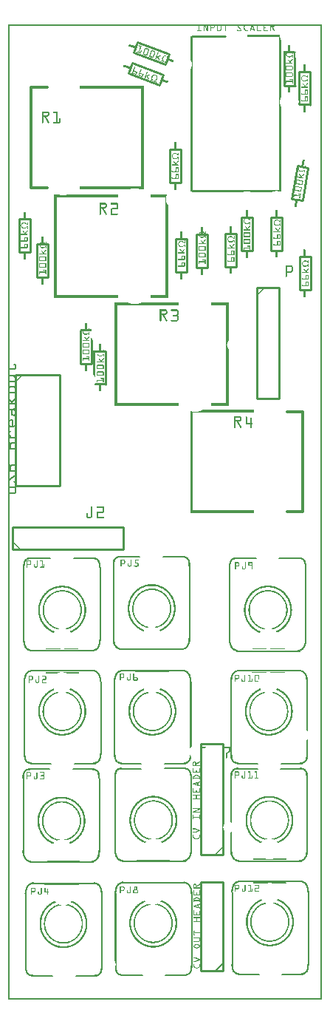
<source format=gto>
G04 MADE WITH FRITZING*
G04 WWW.FRITZING.ORG*
G04 DOUBLE SIDED*
G04 HOLES PLATED*
G04 CONTOUR ON CENTER OF CONTOUR VECTOR*
%ASAXBY*%
%FSLAX23Y23*%
%MOIN*%
%OFA0B0*%
%SFA1.0B1.0*%
%ADD10C,0.010000*%
%ADD11C,0.007778*%
%ADD12C,0.007833*%
%ADD13C,0.006667*%
%ADD14C,0.005670*%
%ADD15C,0.005000*%
%ADD16C,0.012500*%
%ADD17R,0.001000X0.001000*%
%LNSILK1*%
G90*
G70*
G54D10*
X1125Y3212D02*
X1125Y2712D01*
D02*
X1125Y2712D02*
X1225Y2712D01*
D02*
X1225Y2712D02*
X1225Y3212D01*
D02*
X1225Y3212D02*
X1125Y3212D01*
D02*
X33Y2819D02*
X33Y2319D01*
D02*
X33Y2319D02*
X233Y2319D01*
D02*
X233Y2319D02*
X233Y2819D01*
D02*
X233Y2819D02*
X33Y2819D01*
G54D11*
D02*
X594Y1998D02*
X502Y1998D01*
D02*
X792Y1998D02*
X700Y1998D01*
G54D12*
D02*
X820Y1629D02*
X820Y1956D01*
G54D11*
D02*
X476Y1629D02*
X476Y1957D01*
G54D13*
D02*
X510Y1580D02*
X791Y1580D01*
G54D14*
D02*
X576Y1481D02*
X725Y1481D01*
G54D11*
D02*
X190Y1991D02*
X98Y1991D01*
D02*
X388Y1992D02*
X296Y1992D01*
G54D12*
D02*
X416Y1622D02*
X416Y1950D01*
G54D11*
D02*
X72Y1622D02*
X72Y1950D01*
D02*
X187Y1040D02*
X95Y1040D01*
D02*
X385Y1040D02*
X293Y1040D01*
G54D12*
D02*
X413Y670D02*
X413Y998D01*
G54D11*
D02*
X69Y670D02*
X69Y999D01*
G54D13*
D02*
X102Y621D02*
X384Y621D01*
G54D14*
D02*
X168Y523D02*
X318Y523D01*
G54D10*
D02*
X972Y130D02*
X972Y530D01*
D02*
X972Y530D02*
X872Y530D01*
D02*
X872Y530D02*
X872Y130D01*
D02*
X872Y130D02*
X972Y130D01*
G54D15*
D02*
X972Y165D02*
X937Y130D01*
G54D10*
D02*
X22Y2030D02*
X522Y2030D01*
D02*
X522Y2030D02*
X522Y2130D01*
D02*
X522Y2130D02*
X22Y2130D01*
D02*
X22Y2130D02*
X22Y2030D01*
G54D11*
D02*
X708Y1066D02*
X800Y1066D01*
D02*
X510Y1066D02*
X602Y1066D01*
G54D12*
D02*
X482Y1435D02*
X482Y1108D01*
G54D13*
D02*
X793Y1484D02*
X511Y1484D01*
G54D14*
D02*
X727Y1583D02*
X577Y1583D01*
G54D11*
D02*
X1119Y1991D02*
X1027Y1991D01*
D02*
X1317Y1992D02*
X1225Y1992D01*
G54D12*
D02*
X1345Y1622D02*
X1345Y1950D01*
G54D11*
D02*
X1001Y1622D02*
X1001Y1950D01*
G54D13*
D02*
X1035Y1573D02*
X1316Y1573D01*
G54D11*
D02*
X1234Y1066D02*
X1326Y1066D01*
D02*
X1036Y1066D02*
X1128Y1066D01*
G54D12*
D02*
X1008Y1435D02*
X1008Y1108D01*
G54D13*
D02*
X1319Y1484D02*
X1037Y1484D01*
G54D11*
D02*
X1126Y1043D02*
X1034Y1043D01*
D02*
X1324Y1043D02*
X1232Y1043D01*
G54D12*
D02*
X1352Y674D02*
X1352Y1001D01*
G54D13*
D02*
X1041Y625D02*
X1323Y625D01*
G54D11*
D02*
X1238Y116D02*
X1331Y116D01*
D02*
X1041Y116D02*
X1133Y116D01*
G54D12*
D02*
X1013Y485D02*
X1013Y158D01*
G54D11*
D02*
X1357Y485D02*
X1357Y157D01*
G54D13*
D02*
X1323Y534D02*
X1042Y534D01*
G54D11*
D02*
X602Y1043D02*
X509Y1043D01*
D02*
X800Y1044D02*
X708Y1044D01*
G54D12*
D02*
X828Y674D02*
X828Y1002D01*
G54D11*
D02*
X484Y674D02*
X484Y1002D01*
G54D13*
D02*
X517Y625D02*
X799Y625D01*
G54D14*
D02*
X583Y527D02*
X733Y527D01*
G54D11*
D02*
X300Y1066D02*
X393Y1066D01*
D02*
X103Y1066D02*
X195Y1066D01*
G54D12*
D02*
X75Y1435D02*
X75Y1108D01*
G54D11*
D02*
X419Y1435D02*
X419Y1107D01*
G54D13*
D02*
X385Y1484D02*
X104Y1484D01*
G54D11*
D02*
X306Y108D02*
X399Y108D01*
D02*
X109Y108D02*
X200Y108D01*
G54D12*
D02*
X81Y477D02*
X81Y150D01*
G54D11*
D02*
X425Y477D02*
X425Y149D01*
G54D13*
D02*
X391Y526D02*
X110Y526D01*
G54D14*
D02*
X325Y625D02*
X176Y625D01*
G54D11*
D02*
X712Y111D02*
X804Y111D01*
D02*
X514Y110D02*
X606Y110D01*
D02*
X830Y480D02*
X830Y152D01*
G54D13*
D02*
X796Y529D02*
X515Y529D01*
G54D14*
D02*
X730Y627D02*
X581Y627D01*
G54D10*
D02*
X830Y4344D02*
X980Y4344D01*
D02*
X441Y2926D02*
X441Y2776D01*
D02*
X391Y2926D02*
X441Y2926D01*
D02*
X1246Y4123D02*
X1246Y4273D01*
D02*
X1296Y4123D02*
X1246Y4123D01*
D02*
X378Y2867D02*
X328Y2867D01*
D02*
X328Y2867D02*
X328Y3017D01*
D02*
X182Y3409D02*
X182Y3259D01*
D02*
X182Y3259D02*
X132Y3259D01*
D02*
X132Y3259D02*
X132Y3409D01*
D02*
X132Y3409D02*
X182Y3409D01*
D02*
X101Y3520D02*
X101Y3370D01*
D02*
X101Y3370D02*
X51Y3370D01*
D02*
X51Y3370D02*
X51Y3520D01*
D02*
X51Y3520D02*
X101Y3520D01*
D02*
X1367Y3350D02*
X1367Y3200D01*
D02*
X1367Y3200D02*
X1317Y3200D01*
D02*
X1317Y3200D02*
X1317Y3350D01*
D02*
X1317Y3350D02*
X1367Y3350D01*
D02*
X1031Y3456D02*
X1031Y3306D01*
D02*
X1031Y3306D02*
X981Y3306D01*
D02*
X981Y3306D02*
X981Y3456D01*
D02*
X981Y3456D02*
X1031Y3456D01*
D02*
X807Y3430D02*
X807Y3280D01*
D02*
X807Y3280D02*
X757Y3280D01*
D02*
X757Y3280D02*
X757Y3430D01*
D02*
X757Y3430D02*
X807Y3430D01*
D02*
X1365Y4185D02*
X1365Y4035D01*
D02*
X1315Y4185D02*
X1365Y4185D01*
D02*
X1188Y3379D02*
X1188Y3529D01*
D02*
X1188Y3529D02*
X1238Y3529D01*
D02*
X1238Y3529D02*
X1238Y3379D01*
D02*
X1238Y3379D02*
X1188Y3379D01*
D02*
X781Y3834D02*
X781Y3684D01*
D02*
X781Y3684D02*
X731Y3684D01*
D02*
X731Y3684D02*
X731Y3834D01*
D02*
X731Y3834D02*
X781Y3834D01*
D02*
X560Y4224D02*
X701Y4172D01*
D02*
X701Y4172D02*
X683Y4125D01*
D02*
X683Y4125D02*
X543Y4177D01*
D02*
X543Y4177D02*
X560Y4224D01*
D02*
X1355Y3752D02*
X1329Y3604D01*
D02*
X1329Y3604D02*
X1280Y3613D01*
D02*
X1280Y3613D02*
X1306Y3760D01*
D02*
X1306Y3760D02*
X1355Y3752D01*
D02*
X1104Y3528D02*
X1104Y3378D01*
D02*
X1104Y3378D02*
X1054Y3378D01*
D02*
X1054Y3378D02*
X1054Y3528D01*
D02*
X1054Y3528D02*
X1104Y3528D01*
D02*
X585Y4317D02*
X726Y4266D01*
D02*
X726Y4266D02*
X709Y4219D01*
D02*
X709Y4219D02*
X568Y4270D01*
D02*
X568Y4270D02*
X585Y4317D01*
D02*
X850Y3300D02*
X850Y3450D01*
D02*
X850Y3450D02*
X900Y3450D01*
D02*
X900Y3450D02*
X900Y3300D01*
D02*
X900Y3300D02*
X850Y3300D01*
D02*
X972Y1155D02*
X872Y1155D01*
D02*
X872Y1155D02*
X872Y655D01*
D02*
X872Y655D02*
X972Y655D01*
G54D16*
X1260Y2653D02*
X1332Y2653D01*
X1332Y2201D01*
X1260Y2201D01*
D02*
X176Y3662D02*
X104Y3662D01*
X104Y4115D01*
X176Y4115D01*
D02*
G54D17*
X0Y4399D02*
X1418Y4399D01*
X0Y4398D02*
X1418Y4398D01*
X0Y4397D02*
X1418Y4397D01*
X0Y4396D02*
X1418Y4396D01*
X0Y4395D02*
X1418Y4395D01*
X0Y4394D02*
X1418Y4394D01*
X0Y4393D02*
X1418Y4393D01*
X0Y4392D02*
X1418Y4392D01*
X0Y4391D02*
X7Y4391D01*
X861Y4391D02*
X864Y4391D01*
X883Y4391D02*
X886Y4391D01*
X888Y4391D02*
X892Y4391D01*
X899Y4391D02*
X903Y4391D01*
X913Y4391D02*
X916Y4391D01*
X930Y4391D02*
X933Y4391D01*
X943Y4391D02*
X946Y4391D01*
X960Y4391D02*
X963Y4391D01*
X982Y4391D02*
X985Y4391D01*
X1036Y4391D02*
X1041Y4391D01*
X1066Y4391D02*
X1069Y4391D01*
X1100Y4391D02*
X1108Y4391D01*
X1124Y4391D02*
X1127Y4391D01*
X1154Y4391D02*
X1157Y4391D01*
X1184Y4391D02*
X1187Y4391D01*
X1200Y4391D02*
X1204Y4391D01*
X1411Y4391D02*
X1418Y4391D01*
X0Y4390D02*
X7Y4390D01*
X861Y4390D02*
X864Y4390D01*
X883Y4390D02*
X886Y4390D01*
X889Y4390D02*
X892Y4390D01*
X899Y4390D02*
X903Y4390D01*
X913Y4390D02*
X916Y4390D01*
X930Y4390D02*
X933Y4390D01*
X943Y4390D02*
X946Y4390D01*
X960Y4390D02*
X963Y4390D01*
X982Y4390D02*
X985Y4390D01*
X1037Y4390D02*
X1041Y4390D01*
X1065Y4390D02*
X1069Y4390D01*
X1099Y4390D02*
X1108Y4390D01*
X1124Y4390D02*
X1127Y4390D01*
X1154Y4390D02*
X1157Y4390D01*
X1184Y4390D02*
X1203Y4390D01*
X1411Y4390D02*
X1418Y4390D01*
X0Y4389D02*
X7Y4389D01*
X861Y4389D02*
X864Y4389D01*
X883Y4389D02*
X886Y4389D01*
X889Y4389D02*
X893Y4389D01*
X899Y4389D02*
X903Y4389D01*
X913Y4389D02*
X916Y4389D01*
X930Y4389D02*
X933Y4389D01*
X943Y4389D02*
X946Y4389D01*
X960Y4389D02*
X963Y4389D01*
X982Y4389D02*
X985Y4389D01*
X1038Y4389D02*
X1042Y4389D01*
X1065Y4389D02*
X1068Y4389D01*
X1099Y4389D02*
X1102Y4389D01*
X1105Y4389D02*
X1108Y4389D01*
X1124Y4389D02*
X1127Y4389D01*
X1154Y4389D02*
X1157Y4389D01*
X1184Y4389D02*
X1203Y4389D01*
X1411Y4389D02*
X1418Y4389D01*
X0Y4388D02*
X7Y4388D01*
X861Y4388D02*
X864Y4388D01*
X883Y4388D02*
X886Y4388D01*
X889Y4388D02*
X893Y4388D01*
X899Y4388D02*
X903Y4388D01*
X913Y4388D02*
X916Y4388D01*
X930Y4388D02*
X933Y4388D01*
X943Y4388D02*
X946Y4388D01*
X960Y4388D02*
X963Y4388D01*
X982Y4388D02*
X985Y4388D01*
X1039Y4388D02*
X1043Y4388D01*
X1064Y4388D02*
X1068Y4388D01*
X1099Y4388D02*
X1102Y4388D01*
X1105Y4388D02*
X1108Y4388D01*
X1124Y4388D02*
X1127Y4388D01*
X1154Y4388D02*
X1157Y4388D01*
X1184Y4388D02*
X1202Y4388D01*
X1411Y4388D02*
X1418Y4388D01*
X0Y4387D02*
X7Y4387D01*
X861Y4387D02*
X864Y4387D01*
X883Y4387D02*
X886Y4387D01*
X890Y4387D02*
X894Y4387D01*
X899Y4387D02*
X903Y4387D01*
X913Y4387D02*
X916Y4387D01*
X930Y4387D02*
X933Y4387D01*
X943Y4387D02*
X946Y4387D01*
X960Y4387D02*
X963Y4387D01*
X982Y4387D02*
X985Y4387D01*
X1039Y4387D02*
X1044Y4387D01*
X1064Y4387D02*
X1067Y4387D01*
X1098Y4387D02*
X1102Y4387D01*
X1105Y4387D02*
X1109Y4387D01*
X1124Y4387D02*
X1127Y4387D01*
X1154Y4387D02*
X1157Y4387D01*
X1184Y4387D02*
X1201Y4387D01*
X1411Y4387D02*
X1418Y4387D01*
X0Y4386D02*
X7Y4386D01*
X861Y4386D02*
X864Y4386D01*
X883Y4386D02*
X886Y4386D01*
X890Y4386D02*
X894Y4386D01*
X899Y4386D02*
X903Y4386D01*
X913Y4386D02*
X916Y4386D01*
X929Y4386D02*
X933Y4386D01*
X943Y4386D02*
X946Y4386D01*
X960Y4386D02*
X963Y4386D01*
X982Y4386D02*
X985Y4386D01*
X1040Y4386D02*
X1044Y4386D01*
X1064Y4386D02*
X1067Y4386D01*
X1098Y4386D02*
X1102Y4386D01*
X1106Y4386D02*
X1109Y4386D01*
X1124Y4386D02*
X1127Y4386D01*
X1154Y4386D02*
X1165Y4386D01*
X1184Y4386D02*
X1197Y4386D01*
X1411Y4386D02*
X1418Y4386D01*
X0Y4385D02*
X7Y4385D01*
X861Y4385D02*
X864Y4385D01*
X883Y4385D02*
X886Y4385D01*
X891Y4385D02*
X894Y4385D01*
X899Y4385D02*
X903Y4385D01*
X913Y4385D02*
X917Y4385D01*
X928Y4385D02*
X932Y4385D01*
X943Y4385D02*
X946Y4385D01*
X960Y4385D02*
X963Y4385D01*
X982Y4385D02*
X985Y4385D01*
X1041Y4385D02*
X1045Y4385D01*
X1064Y4385D02*
X1067Y4385D01*
X1098Y4385D02*
X1101Y4385D01*
X1106Y4385D02*
X1109Y4385D01*
X1124Y4385D02*
X1127Y4385D01*
X1154Y4385D02*
X1165Y4385D01*
X1184Y4385D02*
X1187Y4385D01*
X1192Y4385D02*
X1196Y4385D01*
X1411Y4385D02*
X1418Y4385D01*
X0Y4384D02*
X7Y4384D01*
X861Y4384D02*
X864Y4384D01*
X883Y4384D02*
X886Y4384D01*
X891Y4384D02*
X895Y4384D01*
X899Y4384D02*
X903Y4384D01*
X913Y4384D02*
X932Y4384D01*
X943Y4384D02*
X946Y4384D01*
X960Y4384D02*
X963Y4384D01*
X982Y4384D02*
X985Y4384D01*
X1042Y4384D02*
X1046Y4384D01*
X1064Y4384D02*
X1067Y4384D01*
X1098Y4384D02*
X1101Y4384D01*
X1106Y4384D02*
X1110Y4384D01*
X1124Y4384D02*
X1127Y4384D01*
X1154Y4384D02*
X1165Y4384D01*
X1184Y4384D02*
X1187Y4384D01*
X1192Y4384D02*
X1196Y4384D01*
X1411Y4384D02*
X1418Y4384D01*
X0Y4383D02*
X7Y4383D01*
X861Y4383D02*
X864Y4383D01*
X883Y4383D02*
X886Y4383D01*
X892Y4383D02*
X895Y4383D01*
X899Y4383D02*
X903Y4383D01*
X913Y4383D02*
X931Y4383D01*
X943Y4383D02*
X946Y4383D01*
X960Y4383D02*
X963Y4383D01*
X982Y4383D02*
X985Y4383D01*
X1042Y4383D02*
X1047Y4383D01*
X1064Y4383D02*
X1067Y4383D01*
X1097Y4383D02*
X1101Y4383D01*
X1107Y4383D02*
X1110Y4383D01*
X1124Y4383D02*
X1127Y4383D01*
X1154Y4383D02*
X1165Y4383D01*
X1184Y4383D02*
X1187Y4383D01*
X1193Y4383D02*
X1197Y4383D01*
X1411Y4383D02*
X1418Y4383D01*
X0Y4382D02*
X7Y4382D01*
X861Y4382D02*
X864Y4382D01*
X883Y4382D02*
X886Y4382D01*
X892Y4382D02*
X896Y4382D01*
X899Y4382D02*
X903Y4382D01*
X913Y4382D02*
X930Y4382D01*
X943Y4382D02*
X946Y4382D01*
X960Y4382D02*
X963Y4382D01*
X982Y4382D02*
X985Y4382D01*
X1043Y4382D02*
X1048Y4382D01*
X1064Y4382D02*
X1068Y4382D01*
X1097Y4382D02*
X1100Y4382D01*
X1107Y4382D02*
X1110Y4382D01*
X1124Y4382D02*
X1127Y4382D01*
X1154Y4382D02*
X1157Y4382D01*
X1184Y4382D02*
X1187Y4382D01*
X1194Y4382D02*
X1197Y4382D01*
X1411Y4382D02*
X1418Y4382D01*
X0Y4381D02*
X7Y4381D01*
X861Y4381D02*
X864Y4381D01*
X883Y4381D02*
X886Y4381D01*
X893Y4381D02*
X896Y4381D01*
X899Y4381D02*
X903Y4381D01*
X913Y4381D02*
X928Y4381D01*
X943Y4381D02*
X946Y4381D01*
X960Y4381D02*
X963Y4381D01*
X982Y4381D02*
X985Y4381D01*
X1044Y4381D02*
X1048Y4381D01*
X1064Y4381D02*
X1068Y4381D01*
X1097Y4381D02*
X1100Y4381D01*
X1107Y4381D02*
X1110Y4381D01*
X1124Y4381D02*
X1127Y4381D01*
X1154Y4381D02*
X1157Y4381D01*
X1184Y4381D02*
X1187Y4381D01*
X1194Y4381D02*
X1198Y4381D01*
X1411Y4381D02*
X1418Y4381D01*
X0Y4380D02*
X7Y4380D01*
X861Y4380D02*
X864Y4380D01*
X883Y4380D02*
X886Y4380D01*
X893Y4380D02*
X897Y4380D01*
X899Y4380D02*
X903Y4380D01*
X913Y4380D02*
X916Y4380D01*
X943Y4380D02*
X946Y4380D01*
X960Y4380D02*
X963Y4380D01*
X982Y4380D02*
X985Y4380D01*
X1045Y4380D02*
X1049Y4380D01*
X1065Y4380D02*
X1069Y4380D01*
X1096Y4380D02*
X1100Y4380D01*
X1107Y4380D02*
X1111Y4380D01*
X1124Y4380D02*
X1127Y4380D01*
X1154Y4380D02*
X1157Y4380D01*
X1184Y4380D02*
X1187Y4380D01*
X1195Y4380D02*
X1199Y4380D01*
X1411Y4380D02*
X1418Y4380D01*
X0Y4379D02*
X7Y4379D01*
X861Y4379D02*
X864Y4379D01*
X883Y4379D02*
X886Y4379D01*
X893Y4379D02*
X897Y4379D01*
X899Y4379D02*
X903Y4379D01*
X913Y4379D02*
X916Y4379D01*
X943Y4379D02*
X946Y4379D01*
X960Y4379D02*
X963Y4379D01*
X982Y4379D02*
X985Y4379D01*
X1045Y4379D02*
X1050Y4379D01*
X1065Y4379D02*
X1069Y4379D01*
X1096Y4379D02*
X1111Y4379D01*
X1124Y4379D02*
X1127Y4379D01*
X1154Y4379D02*
X1157Y4379D01*
X1184Y4379D02*
X1187Y4379D01*
X1195Y4379D02*
X1199Y4379D01*
X1411Y4379D02*
X1418Y4379D01*
X0Y4378D02*
X7Y4378D01*
X861Y4378D02*
X864Y4378D01*
X883Y4378D02*
X886Y4378D01*
X894Y4378D02*
X897Y4378D01*
X899Y4378D02*
X903Y4378D01*
X913Y4378D02*
X916Y4378D01*
X943Y4378D02*
X946Y4378D01*
X960Y4378D02*
X963Y4378D01*
X982Y4378D02*
X985Y4378D01*
X1046Y4378D02*
X1051Y4378D01*
X1066Y4378D02*
X1070Y4378D01*
X1096Y4378D02*
X1111Y4378D01*
X1124Y4378D02*
X1127Y4378D01*
X1154Y4378D02*
X1157Y4378D01*
X1184Y4378D02*
X1187Y4378D01*
X1196Y4378D02*
X1200Y4378D01*
X1411Y4378D02*
X1418Y4378D01*
X0Y4377D02*
X7Y4377D01*
X861Y4377D02*
X864Y4377D01*
X883Y4377D02*
X886Y4377D01*
X894Y4377D02*
X903Y4377D01*
X913Y4377D02*
X916Y4377D01*
X943Y4377D02*
X946Y4377D01*
X960Y4377D02*
X963Y4377D01*
X982Y4377D02*
X985Y4377D01*
X1047Y4377D02*
X1051Y4377D01*
X1066Y4377D02*
X1070Y4377D01*
X1096Y4377D02*
X1112Y4377D01*
X1124Y4377D02*
X1127Y4377D01*
X1154Y4377D02*
X1157Y4377D01*
X1184Y4377D02*
X1187Y4377D01*
X1196Y4377D02*
X1200Y4377D01*
X1411Y4377D02*
X1418Y4377D01*
X0Y4376D02*
X7Y4376D01*
X861Y4376D02*
X864Y4376D01*
X883Y4376D02*
X886Y4376D01*
X895Y4376D02*
X903Y4376D01*
X913Y4376D02*
X916Y4376D01*
X943Y4376D02*
X946Y4376D01*
X960Y4376D02*
X963Y4376D01*
X982Y4376D02*
X985Y4376D01*
X1035Y4376D02*
X1035Y4376D01*
X1048Y4376D02*
X1052Y4376D01*
X1067Y4376D02*
X1071Y4376D01*
X1095Y4376D02*
X1112Y4376D01*
X1124Y4376D02*
X1127Y4376D01*
X1154Y4376D02*
X1157Y4376D01*
X1184Y4376D02*
X1187Y4376D01*
X1197Y4376D02*
X1201Y4376D01*
X1411Y4376D02*
X1418Y4376D01*
X0Y4375D02*
X7Y4375D01*
X861Y4375D02*
X864Y4375D01*
X883Y4375D02*
X886Y4375D01*
X895Y4375D02*
X903Y4375D01*
X913Y4375D02*
X916Y4375D01*
X943Y4375D02*
X946Y4375D01*
X960Y4375D02*
X963Y4375D01*
X982Y4375D02*
X985Y4375D01*
X1034Y4375D02*
X1036Y4375D01*
X1049Y4375D02*
X1053Y4375D01*
X1067Y4375D02*
X1071Y4375D01*
X1095Y4375D02*
X1098Y4375D01*
X1109Y4375D02*
X1112Y4375D01*
X1124Y4375D02*
X1127Y4375D01*
X1154Y4375D02*
X1157Y4375D01*
X1184Y4375D02*
X1187Y4375D01*
X1198Y4375D02*
X1202Y4375D01*
X1411Y4375D02*
X1418Y4375D01*
X0Y4374D02*
X7Y4374D01*
X861Y4374D02*
X864Y4374D01*
X883Y4374D02*
X886Y4374D01*
X896Y4374D02*
X903Y4374D01*
X913Y4374D02*
X916Y4374D01*
X943Y4374D02*
X947Y4374D01*
X960Y4374D02*
X963Y4374D01*
X982Y4374D02*
X985Y4374D01*
X1034Y4374D02*
X1037Y4374D01*
X1049Y4374D02*
X1053Y4374D01*
X1068Y4374D02*
X1072Y4374D01*
X1095Y4374D02*
X1098Y4374D01*
X1109Y4374D02*
X1113Y4374D01*
X1124Y4374D02*
X1127Y4374D01*
X1154Y4374D02*
X1157Y4374D01*
X1184Y4374D02*
X1187Y4374D01*
X1198Y4374D02*
X1202Y4374D01*
X1411Y4374D02*
X1418Y4374D01*
X0Y4373D02*
X7Y4373D01*
X861Y4373D02*
X864Y4373D01*
X883Y4373D02*
X886Y4373D01*
X896Y4373D02*
X903Y4373D01*
X913Y4373D02*
X916Y4373D01*
X943Y4373D02*
X947Y4373D01*
X959Y4373D02*
X963Y4373D01*
X982Y4373D02*
X985Y4373D01*
X1034Y4373D02*
X1037Y4373D01*
X1050Y4373D02*
X1053Y4373D01*
X1068Y4373D02*
X1072Y4373D01*
X1094Y4373D02*
X1098Y4373D01*
X1109Y4373D02*
X1113Y4373D01*
X1124Y4373D02*
X1127Y4373D01*
X1154Y4373D02*
X1157Y4373D01*
X1184Y4373D02*
X1187Y4373D01*
X1199Y4373D02*
X1203Y4373D01*
X1411Y4373D02*
X1418Y4373D01*
X0Y4372D02*
X7Y4372D01*
X854Y4372D02*
X872Y4372D01*
X883Y4372D02*
X886Y4372D01*
X897Y4372D02*
X903Y4372D01*
X913Y4372D02*
X916Y4372D01*
X944Y4372D02*
X962Y4372D01*
X982Y4372D02*
X985Y4372D01*
X1034Y4372D02*
X1053Y4372D01*
X1069Y4372D02*
X1083Y4372D01*
X1094Y4372D02*
X1097Y4372D01*
X1110Y4372D02*
X1113Y4372D01*
X1124Y4372D02*
X1143Y4372D01*
X1154Y4372D02*
X1173Y4372D01*
X1184Y4372D02*
X1187Y4372D01*
X1199Y4372D02*
X1203Y4372D01*
X1411Y4372D02*
X1418Y4372D01*
X0Y4371D02*
X7Y4371D01*
X853Y4371D02*
X872Y4371D01*
X883Y4371D02*
X886Y4371D01*
X897Y4371D02*
X903Y4371D01*
X913Y4371D02*
X916Y4371D01*
X944Y4371D02*
X962Y4371D01*
X982Y4371D02*
X985Y4371D01*
X1035Y4371D02*
X1053Y4371D01*
X1069Y4371D02*
X1083Y4371D01*
X1094Y4371D02*
X1097Y4371D01*
X1110Y4371D02*
X1113Y4371D01*
X1124Y4371D02*
X1144Y4371D01*
X1154Y4371D02*
X1174Y4371D01*
X1184Y4371D02*
X1187Y4371D01*
X1200Y4371D02*
X1204Y4371D01*
X1411Y4371D02*
X1418Y4371D01*
X0Y4370D02*
X7Y4370D01*
X853Y4370D02*
X872Y4370D01*
X883Y4370D02*
X886Y4370D01*
X897Y4370D02*
X903Y4370D01*
X913Y4370D02*
X916Y4370D01*
X945Y4370D02*
X961Y4370D01*
X982Y4370D02*
X985Y4370D01*
X1035Y4370D02*
X1052Y4370D01*
X1070Y4370D02*
X1083Y4370D01*
X1094Y4370D02*
X1097Y4370D01*
X1110Y4370D02*
X1113Y4370D01*
X1124Y4370D02*
X1144Y4370D01*
X1154Y4370D02*
X1174Y4370D01*
X1184Y4370D02*
X1187Y4370D01*
X1201Y4370D02*
X1204Y4370D01*
X1411Y4370D02*
X1418Y4370D01*
X0Y4369D02*
X7Y4369D01*
X853Y4369D02*
X872Y4369D01*
X884Y4369D02*
X885Y4369D01*
X898Y4369D02*
X903Y4369D01*
X914Y4369D02*
X916Y4369D01*
X947Y4369D02*
X959Y4369D01*
X982Y4369D02*
X984Y4369D01*
X1037Y4369D02*
X1051Y4369D01*
X1072Y4369D02*
X1083Y4369D01*
X1094Y4369D02*
X1096Y4369D01*
X1111Y4369D02*
X1113Y4369D01*
X1124Y4369D02*
X1143Y4369D01*
X1154Y4369D02*
X1173Y4369D01*
X1185Y4369D02*
X1187Y4369D01*
X1201Y4369D02*
X1203Y4369D01*
X1411Y4369D02*
X1418Y4369D01*
X0Y4368D02*
X7Y4368D01*
X1411Y4368D02*
X1418Y4368D01*
X0Y4367D02*
X7Y4367D01*
X1411Y4367D02*
X1418Y4367D01*
X0Y4366D02*
X7Y4366D01*
X1411Y4366D02*
X1418Y4366D01*
X0Y4365D02*
X7Y4365D01*
X1411Y4365D02*
X1418Y4365D01*
X0Y4364D02*
X7Y4364D01*
X1411Y4364D02*
X1418Y4364D01*
X0Y4363D02*
X7Y4363D01*
X1411Y4363D02*
X1418Y4363D01*
X0Y4362D02*
X7Y4362D01*
X1411Y4362D02*
X1418Y4362D01*
X0Y4361D02*
X7Y4361D01*
X1411Y4361D02*
X1418Y4361D01*
X0Y4360D02*
X7Y4360D01*
X1411Y4360D02*
X1418Y4360D01*
X0Y4359D02*
X7Y4359D01*
X1411Y4359D02*
X1418Y4359D01*
X0Y4358D02*
X7Y4358D01*
X1411Y4358D02*
X1418Y4358D01*
X0Y4357D02*
X7Y4357D01*
X1411Y4357D02*
X1418Y4357D01*
X0Y4356D02*
X7Y4356D01*
X1411Y4356D02*
X1418Y4356D01*
X0Y4355D02*
X7Y4355D01*
X1411Y4355D02*
X1418Y4355D01*
X0Y4354D02*
X7Y4354D01*
X1411Y4354D02*
X1418Y4354D01*
X0Y4353D02*
X7Y4353D01*
X1411Y4353D02*
X1418Y4353D01*
X0Y4352D02*
X7Y4352D01*
X1411Y4352D02*
X1418Y4352D01*
X0Y4351D02*
X7Y4351D01*
X1411Y4351D02*
X1418Y4351D01*
X0Y4350D02*
X7Y4350D01*
X1080Y4350D02*
X1227Y4350D01*
X1411Y4350D02*
X1418Y4350D01*
X0Y4349D02*
X7Y4349D01*
X1080Y4349D02*
X1227Y4349D01*
X1411Y4349D02*
X1418Y4349D01*
X0Y4348D02*
X7Y4348D01*
X1080Y4348D02*
X1227Y4348D01*
X1411Y4348D02*
X1418Y4348D01*
X0Y4347D02*
X7Y4347D01*
X1080Y4347D02*
X1227Y4347D01*
X1411Y4347D02*
X1418Y4347D01*
X0Y4346D02*
X7Y4346D01*
X1080Y4346D02*
X1227Y4346D01*
X1411Y4346D02*
X1418Y4346D01*
X0Y4345D02*
X7Y4345D01*
X825Y4345D02*
X834Y4345D01*
X1080Y4345D02*
X1227Y4345D01*
X1411Y4345D02*
X1418Y4345D01*
X0Y4344D02*
X7Y4344D01*
X825Y4344D02*
X834Y4344D01*
X1080Y4344D02*
X1227Y4344D01*
X1411Y4344D02*
X1418Y4344D01*
X0Y4343D02*
X7Y4343D01*
X825Y4343D02*
X834Y4343D01*
X1080Y4343D02*
X1227Y4343D01*
X1411Y4343D02*
X1418Y4343D01*
X0Y4342D02*
X7Y4342D01*
X825Y4342D02*
X834Y4342D01*
X1080Y4342D02*
X1228Y4342D01*
X1411Y4342D02*
X1418Y4342D01*
X0Y4341D02*
X7Y4341D01*
X825Y4341D02*
X834Y4341D01*
X1080Y4341D02*
X1228Y4341D01*
X1411Y4341D02*
X1418Y4341D01*
X0Y4340D02*
X7Y4340D01*
X825Y4340D02*
X834Y4340D01*
X1225Y4340D02*
X1228Y4340D01*
X1411Y4340D02*
X1418Y4340D01*
X0Y4339D02*
X7Y4339D01*
X825Y4339D02*
X834Y4339D01*
X1225Y4339D02*
X1228Y4339D01*
X1411Y4339D02*
X1418Y4339D01*
X0Y4338D02*
X7Y4338D01*
X825Y4338D02*
X834Y4338D01*
X1225Y4338D02*
X1228Y4338D01*
X1411Y4338D02*
X1418Y4338D01*
X0Y4337D02*
X7Y4337D01*
X825Y4337D02*
X834Y4337D01*
X1225Y4337D02*
X1229Y4337D01*
X1411Y4337D02*
X1418Y4337D01*
X0Y4336D02*
X7Y4336D01*
X825Y4336D02*
X834Y4336D01*
X1225Y4336D02*
X1229Y4336D01*
X1411Y4336D02*
X1418Y4336D01*
X0Y4335D02*
X7Y4335D01*
X825Y4335D02*
X834Y4335D01*
X1225Y4335D02*
X1229Y4335D01*
X1411Y4335D02*
X1418Y4335D01*
X0Y4334D02*
X7Y4334D01*
X825Y4334D02*
X834Y4334D01*
X1225Y4334D02*
X1230Y4334D01*
X1411Y4334D02*
X1418Y4334D01*
X0Y4333D02*
X7Y4333D01*
X825Y4333D02*
X834Y4333D01*
X1225Y4333D02*
X1230Y4333D01*
X1411Y4333D02*
X1418Y4333D01*
X0Y4332D02*
X7Y4332D01*
X825Y4332D02*
X834Y4332D01*
X1225Y4332D02*
X1230Y4332D01*
X1411Y4332D02*
X1418Y4332D01*
X0Y4331D02*
X7Y4331D01*
X825Y4331D02*
X834Y4331D01*
X1225Y4331D02*
X1231Y4331D01*
X1411Y4331D02*
X1418Y4331D01*
X0Y4330D02*
X7Y4330D01*
X825Y4330D02*
X834Y4330D01*
X1225Y4330D02*
X1231Y4330D01*
X1411Y4330D02*
X1418Y4330D01*
X0Y4329D02*
X7Y4329D01*
X825Y4329D02*
X834Y4329D01*
X1225Y4329D02*
X1232Y4329D01*
X1411Y4329D02*
X1418Y4329D01*
X0Y4328D02*
X7Y4328D01*
X825Y4328D02*
X834Y4328D01*
X1225Y4328D02*
X1233Y4328D01*
X1411Y4328D02*
X1418Y4328D01*
X0Y4327D02*
X7Y4327D01*
X825Y4327D02*
X834Y4327D01*
X1225Y4327D02*
X1233Y4327D01*
X1411Y4327D02*
X1418Y4327D01*
X0Y4326D02*
X7Y4326D01*
X825Y4326D02*
X834Y4326D01*
X1225Y4326D02*
X1234Y4326D01*
X1411Y4326D02*
X1418Y4326D01*
X0Y4325D02*
X7Y4325D01*
X825Y4325D02*
X834Y4325D01*
X1225Y4325D02*
X1234Y4325D01*
X1411Y4325D02*
X1418Y4325D01*
X0Y4324D02*
X7Y4324D01*
X825Y4324D02*
X834Y4324D01*
X1225Y4324D02*
X1234Y4324D01*
X1411Y4324D02*
X1418Y4324D01*
X0Y4323D02*
X7Y4323D01*
X825Y4323D02*
X834Y4323D01*
X1225Y4323D02*
X1234Y4323D01*
X1411Y4323D02*
X1418Y4323D01*
X0Y4322D02*
X7Y4322D01*
X825Y4322D02*
X834Y4322D01*
X1225Y4322D02*
X1234Y4322D01*
X1411Y4322D02*
X1418Y4322D01*
X0Y4321D02*
X7Y4321D01*
X825Y4321D02*
X834Y4321D01*
X1225Y4321D02*
X1234Y4321D01*
X1411Y4321D02*
X1418Y4321D01*
X0Y4320D02*
X7Y4320D01*
X825Y4320D02*
X834Y4320D01*
X1225Y4320D02*
X1234Y4320D01*
X1411Y4320D02*
X1418Y4320D01*
X0Y4319D02*
X7Y4319D01*
X825Y4319D02*
X834Y4319D01*
X1225Y4319D02*
X1234Y4319D01*
X1411Y4319D02*
X1418Y4319D01*
X0Y4318D02*
X7Y4318D01*
X825Y4318D02*
X834Y4318D01*
X1225Y4318D02*
X1234Y4318D01*
X1411Y4318D02*
X1418Y4318D01*
X0Y4317D02*
X7Y4317D01*
X825Y4317D02*
X834Y4317D01*
X1225Y4317D02*
X1234Y4317D01*
X1411Y4317D02*
X1418Y4317D01*
X0Y4316D02*
X7Y4316D01*
X825Y4316D02*
X834Y4316D01*
X1225Y4316D02*
X1234Y4316D01*
X1411Y4316D02*
X1418Y4316D01*
X0Y4315D02*
X7Y4315D01*
X825Y4315D02*
X834Y4315D01*
X1225Y4315D02*
X1234Y4315D01*
X1411Y4315D02*
X1418Y4315D01*
X0Y4314D02*
X7Y4314D01*
X825Y4314D02*
X834Y4314D01*
X1225Y4314D02*
X1234Y4314D01*
X1411Y4314D02*
X1418Y4314D01*
X0Y4313D02*
X7Y4313D01*
X825Y4313D02*
X834Y4313D01*
X1225Y4313D02*
X1234Y4313D01*
X1411Y4313D02*
X1418Y4313D01*
X0Y4312D02*
X7Y4312D01*
X825Y4312D02*
X834Y4312D01*
X1225Y4312D02*
X1234Y4312D01*
X1411Y4312D02*
X1418Y4312D01*
X0Y4311D02*
X7Y4311D01*
X825Y4311D02*
X834Y4311D01*
X1225Y4311D02*
X1234Y4311D01*
X1411Y4311D02*
X1418Y4311D01*
X0Y4310D02*
X7Y4310D01*
X547Y4310D02*
X547Y4310D01*
X825Y4310D02*
X834Y4310D01*
X1225Y4310D02*
X1234Y4310D01*
X1411Y4310D02*
X1418Y4310D01*
X0Y4309D02*
X7Y4309D01*
X547Y4309D02*
X549Y4309D01*
X825Y4309D02*
X834Y4309D01*
X1225Y4309D02*
X1234Y4309D01*
X1411Y4309D02*
X1418Y4309D01*
X0Y4308D02*
X7Y4308D01*
X547Y4308D02*
X552Y4308D01*
X825Y4308D02*
X834Y4308D01*
X1225Y4308D02*
X1234Y4308D01*
X1411Y4308D02*
X1418Y4308D01*
X0Y4307D02*
X7Y4307D01*
X547Y4307D02*
X555Y4307D01*
X825Y4307D02*
X834Y4307D01*
X1225Y4307D02*
X1234Y4307D01*
X1411Y4307D02*
X1418Y4307D01*
X0Y4306D02*
X7Y4306D01*
X546Y4306D02*
X558Y4306D01*
X825Y4306D02*
X834Y4306D01*
X1225Y4306D02*
X1234Y4306D01*
X1266Y4306D02*
X1275Y4306D01*
X1411Y4306D02*
X1418Y4306D01*
X0Y4305D02*
X7Y4305D01*
X546Y4305D02*
X560Y4305D01*
X825Y4305D02*
X834Y4305D01*
X1225Y4305D02*
X1234Y4305D01*
X1266Y4305D02*
X1275Y4305D01*
X1411Y4305D02*
X1418Y4305D01*
X0Y4304D02*
X7Y4304D01*
X545Y4304D02*
X563Y4304D01*
X825Y4304D02*
X834Y4304D01*
X1225Y4304D02*
X1234Y4304D01*
X1266Y4304D02*
X1275Y4304D01*
X1411Y4304D02*
X1418Y4304D01*
X0Y4303D02*
X7Y4303D01*
X545Y4303D02*
X566Y4303D01*
X592Y4303D02*
X594Y4303D01*
X825Y4303D02*
X834Y4303D01*
X1225Y4303D02*
X1234Y4303D01*
X1266Y4303D02*
X1275Y4303D01*
X1411Y4303D02*
X1418Y4303D01*
X0Y4302D02*
X7Y4302D01*
X545Y4302D02*
X569Y4302D01*
X591Y4302D02*
X596Y4302D01*
X825Y4302D02*
X834Y4302D01*
X1225Y4302D02*
X1234Y4302D01*
X1266Y4302D02*
X1275Y4302D01*
X1411Y4302D02*
X1418Y4302D01*
X0Y4301D02*
X7Y4301D01*
X544Y4301D02*
X571Y4301D01*
X591Y4301D02*
X599Y4301D01*
X825Y4301D02*
X834Y4301D01*
X1225Y4301D02*
X1234Y4301D01*
X1266Y4301D02*
X1275Y4301D01*
X1411Y4301D02*
X1418Y4301D01*
X0Y4300D02*
X7Y4300D01*
X546Y4300D02*
X574Y4300D01*
X591Y4300D02*
X602Y4300D01*
X825Y4300D02*
X834Y4300D01*
X1225Y4300D02*
X1234Y4300D01*
X1266Y4300D02*
X1275Y4300D01*
X1411Y4300D02*
X1418Y4300D01*
X0Y4299D02*
X7Y4299D01*
X549Y4299D02*
X576Y4299D01*
X593Y4299D02*
X602Y4299D01*
X825Y4299D02*
X834Y4299D01*
X1225Y4299D02*
X1234Y4299D01*
X1266Y4299D02*
X1275Y4299D01*
X1411Y4299D02*
X1418Y4299D01*
X0Y4298D02*
X7Y4298D01*
X551Y4298D02*
X576Y4298D01*
X596Y4298D02*
X602Y4298D01*
X825Y4298D02*
X834Y4298D01*
X1225Y4298D02*
X1234Y4298D01*
X1266Y4298D02*
X1275Y4298D01*
X1411Y4298D02*
X1418Y4298D01*
X0Y4297D02*
X7Y4297D01*
X554Y4297D02*
X576Y4297D01*
X598Y4297D02*
X601Y4297D01*
X825Y4297D02*
X834Y4297D01*
X1225Y4297D02*
X1234Y4297D01*
X1266Y4297D02*
X1275Y4297D01*
X1411Y4297D02*
X1418Y4297D01*
X0Y4296D02*
X7Y4296D01*
X557Y4296D02*
X576Y4296D01*
X597Y4296D02*
X601Y4296D01*
X825Y4296D02*
X834Y4296D01*
X1225Y4296D02*
X1234Y4296D01*
X1266Y4296D02*
X1275Y4296D01*
X1411Y4296D02*
X1418Y4296D01*
X0Y4295D02*
X7Y4295D01*
X560Y4295D02*
X575Y4295D01*
X597Y4295D02*
X601Y4295D01*
X825Y4295D02*
X834Y4295D01*
X1225Y4295D02*
X1234Y4295D01*
X1266Y4295D02*
X1275Y4295D01*
X1411Y4295D02*
X1418Y4295D01*
X0Y4294D02*
X7Y4294D01*
X562Y4294D02*
X575Y4294D01*
X597Y4294D02*
X600Y4294D01*
X825Y4294D02*
X834Y4294D01*
X1225Y4294D02*
X1234Y4294D01*
X1266Y4294D02*
X1275Y4294D01*
X1411Y4294D02*
X1418Y4294D01*
X0Y4293D02*
X7Y4293D01*
X565Y4293D02*
X575Y4293D01*
X596Y4293D02*
X600Y4293D01*
X825Y4293D02*
X834Y4293D01*
X1225Y4293D02*
X1234Y4293D01*
X1266Y4293D02*
X1275Y4293D01*
X1411Y4293D02*
X1418Y4293D01*
X0Y4292D02*
X7Y4292D01*
X568Y4292D02*
X574Y4292D01*
X596Y4292D02*
X599Y4292D01*
X620Y4292D02*
X624Y4292D01*
X825Y4292D02*
X834Y4292D01*
X1225Y4292D02*
X1234Y4292D01*
X1266Y4292D02*
X1275Y4292D01*
X1411Y4292D02*
X1418Y4292D01*
X0Y4291D02*
X7Y4291D01*
X571Y4291D02*
X574Y4291D01*
X596Y4291D02*
X599Y4291D01*
X619Y4291D02*
X627Y4291D01*
X825Y4291D02*
X834Y4291D01*
X1225Y4291D02*
X1234Y4291D01*
X1266Y4291D02*
X1275Y4291D01*
X1411Y4291D02*
X1418Y4291D01*
X0Y4290D02*
X7Y4290D01*
X573Y4290D02*
X573Y4290D01*
X595Y4290D02*
X599Y4290D01*
X619Y4290D02*
X629Y4290D01*
X825Y4290D02*
X834Y4290D01*
X1225Y4290D02*
X1234Y4290D01*
X1266Y4290D02*
X1275Y4290D01*
X1411Y4290D02*
X1418Y4290D01*
X0Y4289D02*
X7Y4289D01*
X595Y4289D02*
X598Y4289D01*
X618Y4289D02*
X632Y4289D01*
X825Y4289D02*
X834Y4289D01*
X1225Y4289D02*
X1234Y4289D01*
X1266Y4289D02*
X1275Y4289D01*
X1411Y4289D02*
X1418Y4289D01*
X0Y4288D02*
X7Y4288D01*
X595Y4288D02*
X598Y4288D01*
X618Y4288D02*
X621Y4288D01*
X624Y4288D02*
X635Y4288D01*
X825Y4288D02*
X834Y4288D01*
X1225Y4288D02*
X1234Y4288D01*
X1266Y4288D02*
X1275Y4288D01*
X1411Y4288D02*
X1418Y4288D01*
X0Y4287D02*
X7Y4287D01*
X594Y4287D02*
X598Y4287D01*
X617Y4287D02*
X621Y4287D01*
X626Y4287D02*
X636Y4287D01*
X825Y4287D02*
X834Y4287D01*
X1225Y4287D02*
X1234Y4287D01*
X1266Y4287D02*
X1275Y4287D01*
X1411Y4287D02*
X1418Y4287D01*
X0Y4286D02*
X7Y4286D01*
X594Y4286D02*
X597Y4286D01*
X617Y4286D02*
X621Y4286D01*
X629Y4286D02*
X637Y4286D01*
X825Y4286D02*
X834Y4286D01*
X1225Y4286D02*
X1234Y4286D01*
X1266Y4286D02*
X1275Y4286D01*
X1411Y4286D02*
X1418Y4286D01*
X0Y4285D02*
X7Y4285D01*
X593Y4285D02*
X597Y4285D01*
X617Y4285D02*
X620Y4285D01*
X632Y4285D02*
X637Y4285D01*
X825Y4285D02*
X834Y4285D01*
X1225Y4285D02*
X1234Y4285D01*
X1266Y4285D02*
X1275Y4285D01*
X1411Y4285D02*
X1418Y4285D01*
X0Y4284D02*
X7Y4284D01*
X593Y4284D02*
X597Y4284D01*
X616Y4284D02*
X620Y4284D01*
X634Y4284D02*
X637Y4284D01*
X825Y4284D02*
X834Y4284D01*
X1225Y4284D02*
X1234Y4284D01*
X1266Y4284D02*
X1275Y4284D01*
X1411Y4284D02*
X1418Y4284D01*
X0Y4283D02*
X7Y4283D01*
X593Y4283D02*
X596Y4283D01*
X616Y4283D02*
X619Y4283D01*
X634Y4283D02*
X637Y4283D01*
X825Y4283D02*
X834Y4283D01*
X1225Y4283D02*
X1234Y4283D01*
X1266Y4283D02*
X1275Y4283D01*
X1411Y4283D02*
X1418Y4283D01*
X0Y4282D02*
X7Y4282D01*
X592Y4282D02*
X596Y4282D01*
X616Y4282D02*
X619Y4282D01*
X633Y4282D02*
X637Y4282D01*
X649Y4282D02*
X652Y4282D01*
X825Y4282D02*
X834Y4282D01*
X1225Y4282D02*
X1234Y4282D01*
X1266Y4282D02*
X1275Y4282D01*
X1411Y4282D02*
X1418Y4282D01*
X0Y4281D02*
X7Y4281D01*
X592Y4281D02*
X595Y4281D01*
X601Y4281D02*
X602Y4281D01*
X615Y4281D02*
X619Y4281D01*
X633Y4281D02*
X636Y4281D01*
X648Y4281D02*
X654Y4281D01*
X825Y4281D02*
X834Y4281D01*
X1225Y4281D02*
X1234Y4281D01*
X1266Y4281D02*
X1275Y4281D01*
X1411Y4281D02*
X1418Y4281D01*
X0Y4280D02*
X7Y4280D01*
X592Y4280D02*
X595Y4280D01*
X600Y4280D02*
X603Y4280D01*
X615Y4280D02*
X618Y4280D01*
X632Y4280D02*
X636Y4280D01*
X647Y4280D02*
X657Y4280D01*
X825Y4280D02*
X834Y4280D01*
X1225Y4280D02*
X1234Y4280D01*
X1266Y4280D02*
X1275Y4280D01*
X1411Y4280D02*
X1418Y4280D01*
X0Y4279D02*
X7Y4279D01*
X591Y4279D02*
X595Y4279D01*
X600Y4279D02*
X603Y4279D01*
X615Y4279D02*
X618Y4279D01*
X632Y4279D02*
X636Y4279D01*
X647Y4279D02*
X660Y4279D01*
X825Y4279D02*
X834Y4279D01*
X1225Y4279D02*
X1234Y4279D01*
X1266Y4279D02*
X1275Y4279D01*
X1411Y4279D02*
X1418Y4279D01*
X0Y4278D02*
X7Y4278D01*
X591Y4278D02*
X594Y4278D01*
X600Y4278D02*
X603Y4278D01*
X614Y4278D02*
X618Y4278D01*
X632Y4278D02*
X635Y4278D01*
X646Y4278D02*
X663Y4278D01*
X825Y4278D02*
X834Y4278D01*
X1225Y4278D02*
X1234Y4278D01*
X1246Y4278D02*
X1295Y4278D01*
X1411Y4278D02*
X1418Y4278D01*
X0Y4277D02*
X7Y4277D01*
X591Y4277D02*
X594Y4277D01*
X599Y4277D02*
X603Y4277D01*
X614Y4277D02*
X617Y4277D01*
X631Y4277D02*
X635Y4277D01*
X646Y4277D02*
X649Y4277D01*
X654Y4277D02*
X664Y4277D01*
X825Y4277D02*
X834Y4277D01*
X1225Y4277D02*
X1234Y4277D01*
X1246Y4277D02*
X1295Y4277D01*
X1411Y4277D02*
X1418Y4277D01*
X0Y4276D02*
X7Y4276D01*
X582Y4276D02*
X585Y4276D01*
X590Y4276D02*
X594Y4276D01*
X599Y4276D02*
X602Y4276D01*
X613Y4276D02*
X617Y4276D01*
X631Y4276D02*
X635Y4276D01*
X645Y4276D02*
X649Y4276D01*
X657Y4276D02*
X665Y4276D01*
X825Y4276D02*
X834Y4276D01*
X1225Y4276D02*
X1234Y4276D01*
X1246Y4276D02*
X1295Y4276D01*
X1411Y4276D02*
X1418Y4276D01*
X0Y4275D02*
X7Y4275D01*
X581Y4275D02*
X588Y4275D01*
X590Y4275D02*
X593Y4275D01*
X599Y4275D02*
X602Y4275D01*
X613Y4275D02*
X617Y4275D01*
X631Y4275D02*
X634Y4275D01*
X645Y4275D02*
X649Y4275D01*
X659Y4275D02*
X665Y4275D01*
X825Y4275D02*
X834Y4275D01*
X1225Y4275D02*
X1234Y4275D01*
X1246Y4275D02*
X1295Y4275D01*
X1411Y4275D02*
X1418Y4275D01*
X0Y4274D02*
X7Y4274D01*
X581Y4274D02*
X593Y4274D01*
X598Y4274D02*
X602Y4274D01*
X613Y4274D02*
X616Y4274D01*
X630Y4274D02*
X634Y4274D01*
X645Y4274D02*
X648Y4274D01*
X662Y4274D02*
X665Y4274D01*
X825Y4274D02*
X834Y4274D01*
X1225Y4274D02*
X1234Y4274D01*
X1246Y4274D02*
X1295Y4274D01*
X1411Y4274D02*
X1418Y4274D01*
X0Y4273D02*
X7Y4273D01*
X582Y4273D02*
X593Y4273D01*
X598Y4273D02*
X601Y4273D01*
X612Y4273D02*
X616Y4273D01*
X630Y4273D02*
X633Y4273D01*
X644Y4273D02*
X648Y4273D01*
X662Y4273D02*
X665Y4273D01*
X825Y4273D02*
X834Y4273D01*
X1225Y4273D02*
X1234Y4273D01*
X1246Y4273D02*
X1299Y4273D01*
X1411Y4273D02*
X1418Y4273D01*
X0Y4272D02*
X7Y4272D01*
X585Y4272D02*
X601Y4272D01*
X612Y4272D02*
X615Y4272D01*
X630Y4272D02*
X633Y4272D01*
X644Y4272D02*
X647Y4272D01*
X662Y4272D02*
X665Y4272D01*
X676Y4272D02*
X678Y4272D01*
X825Y4272D02*
X834Y4272D01*
X1225Y4272D02*
X1234Y4272D01*
X1246Y4272D02*
X1299Y4272D01*
X1411Y4272D02*
X1418Y4272D01*
X0Y4271D02*
X7Y4271D01*
X588Y4271D02*
X601Y4271D01*
X612Y4271D02*
X615Y4271D01*
X629Y4271D02*
X633Y4271D01*
X644Y4271D02*
X647Y4271D01*
X661Y4271D02*
X665Y4271D01*
X676Y4271D02*
X679Y4271D01*
X825Y4271D02*
X834Y4271D01*
X1225Y4271D02*
X1234Y4271D01*
X1246Y4271D02*
X1299Y4271D01*
X1411Y4271D02*
X1418Y4271D01*
X0Y4270D02*
X7Y4270D01*
X590Y4270D02*
X600Y4270D01*
X611Y4270D02*
X615Y4270D01*
X629Y4270D02*
X632Y4270D01*
X643Y4270D02*
X647Y4270D01*
X661Y4270D02*
X664Y4270D01*
X675Y4270D02*
X679Y4270D01*
X825Y4270D02*
X834Y4270D01*
X1225Y4270D02*
X1234Y4270D01*
X1246Y4270D02*
X1298Y4270D01*
X1411Y4270D02*
X1418Y4270D01*
X0Y4269D02*
X7Y4269D01*
X593Y4269D02*
X600Y4269D01*
X611Y4269D02*
X614Y4269D01*
X628Y4269D02*
X632Y4269D01*
X643Y4269D02*
X646Y4269D01*
X661Y4269D02*
X664Y4269D01*
X675Y4269D02*
X678Y4269D01*
X825Y4269D02*
X834Y4269D01*
X1225Y4269D02*
X1234Y4269D01*
X1246Y4269D02*
X1298Y4269D01*
X1411Y4269D02*
X1418Y4269D01*
X0Y4268D02*
X7Y4268D01*
X596Y4268D02*
X599Y4268D01*
X611Y4268D02*
X614Y4268D01*
X628Y4268D02*
X632Y4268D01*
X643Y4268D02*
X646Y4268D01*
X660Y4268D02*
X664Y4268D01*
X675Y4268D02*
X678Y4268D01*
X825Y4268D02*
X834Y4268D01*
X1225Y4268D02*
X1234Y4268D01*
X1256Y4268D02*
X1259Y4268D01*
X1282Y4268D02*
X1286Y4268D01*
X1291Y4268D02*
X1298Y4268D01*
X1411Y4268D02*
X1418Y4268D01*
X0Y4267D02*
X7Y4267D01*
X610Y4267D02*
X614Y4267D01*
X628Y4267D02*
X631Y4267D01*
X642Y4267D02*
X646Y4267D01*
X660Y4267D02*
X663Y4267D01*
X674Y4267D02*
X678Y4267D01*
X825Y4267D02*
X834Y4267D01*
X1225Y4267D02*
X1234Y4267D01*
X1256Y4267D02*
X1259Y4267D01*
X1283Y4267D02*
X1286Y4267D01*
X1291Y4267D02*
X1298Y4267D01*
X1411Y4267D02*
X1418Y4267D01*
X0Y4266D02*
X7Y4266D01*
X610Y4266D02*
X613Y4266D01*
X627Y4266D02*
X631Y4266D01*
X642Y4266D02*
X645Y4266D01*
X659Y4266D02*
X663Y4266D01*
X674Y4266D02*
X677Y4266D01*
X825Y4266D02*
X834Y4266D01*
X1225Y4266D02*
X1234Y4266D01*
X1256Y4266D02*
X1258Y4266D01*
X1291Y4266D02*
X1298Y4266D01*
X1411Y4266D02*
X1418Y4266D01*
X0Y4265D02*
X7Y4265D01*
X610Y4265D02*
X615Y4265D01*
X627Y4265D02*
X631Y4265D01*
X641Y4265D02*
X645Y4265D01*
X659Y4265D02*
X663Y4265D01*
X674Y4265D02*
X677Y4265D01*
X825Y4265D02*
X834Y4265D01*
X1225Y4265D02*
X1234Y4265D01*
X1256Y4265D02*
X1258Y4265D01*
X1291Y4265D02*
X1297Y4265D01*
X1411Y4265D02*
X1418Y4265D01*
X0Y4264D02*
X7Y4264D01*
X610Y4264D02*
X618Y4264D01*
X627Y4264D02*
X630Y4264D01*
X641Y4264D02*
X645Y4264D01*
X659Y4264D02*
X662Y4264D01*
X673Y4264D02*
X677Y4264D01*
X825Y4264D02*
X834Y4264D01*
X1225Y4264D02*
X1234Y4264D01*
X1256Y4264D02*
X1258Y4264D01*
X1291Y4264D02*
X1297Y4264D01*
X1411Y4264D02*
X1418Y4264D01*
X0Y4263D02*
X7Y4263D01*
X611Y4263D02*
X621Y4263D01*
X626Y4263D02*
X630Y4263D01*
X641Y4263D02*
X644Y4263D01*
X658Y4263D02*
X662Y4263D01*
X673Y4263D02*
X676Y4263D01*
X825Y4263D02*
X834Y4263D01*
X1225Y4263D02*
X1234Y4263D01*
X1256Y4263D02*
X1258Y4263D01*
X1291Y4263D02*
X1297Y4263D01*
X1411Y4263D02*
X1418Y4263D01*
X0Y4262D02*
X7Y4262D01*
X613Y4262D02*
X624Y4262D01*
X626Y4262D02*
X629Y4262D01*
X640Y4262D02*
X644Y4262D01*
X658Y4262D02*
X661Y4262D01*
X672Y4262D02*
X676Y4262D01*
X825Y4262D02*
X834Y4262D01*
X1225Y4262D02*
X1234Y4262D01*
X1256Y4262D02*
X1258Y4262D01*
X1291Y4262D02*
X1297Y4262D01*
X1411Y4262D02*
X1418Y4262D01*
X0Y4261D02*
X7Y4261D01*
X615Y4261D02*
X629Y4261D01*
X640Y4261D02*
X644Y4261D01*
X658Y4261D02*
X661Y4261D01*
X672Y4261D02*
X676Y4261D01*
X825Y4261D02*
X834Y4261D01*
X1225Y4261D02*
X1234Y4261D01*
X1256Y4261D02*
X1258Y4261D01*
X1284Y4261D02*
X1285Y4261D01*
X1291Y4261D02*
X1297Y4261D01*
X1411Y4261D02*
X1418Y4261D01*
X0Y4260D02*
X7Y4260D01*
X618Y4260D02*
X629Y4260D01*
X640Y4260D02*
X643Y4260D01*
X657Y4260D02*
X661Y4260D01*
X672Y4260D02*
X675Y4260D01*
X825Y4260D02*
X834Y4260D01*
X1225Y4260D02*
X1234Y4260D01*
X1256Y4260D02*
X1259Y4260D01*
X1283Y4260D02*
X1286Y4260D01*
X1291Y4260D02*
X1297Y4260D01*
X1411Y4260D02*
X1418Y4260D01*
X0Y4259D02*
X7Y4259D01*
X621Y4259D02*
X628Y4259D01*
X639Y4259D02*
X643Y4259D01*
X657Y4259D02*
X660Y4259D01*
X671Y4259D02*
X675Y4259D01*
X687Y4259D02*
X689Y4259D01*
X825Y4259D02*
X834Y4259D01*
X1225Y4259D02*
X1234Y4259D01*
X1257Y4259D02*
X1259Y4259D01*
X1282Y4259D02*
X1286Y4259D01*
X1291Y4259D02*
X1297Y4259D01*
X1411Y4259D02*
X1418Y4259D01*
X0Y4258D02*
X7Y4258D01*
X623Y4258D02*
X627Y4258D01*
X639Y4258D02*
X642Y4258D01*
X657Y4258D02*
X660Y4258D01*
X671Y4258D02*
X674Y4258D01*
X684Y4258D02*
X689Y4258D01*
X707Y4258D02*
X712Y4258D01*
X825Y4258D02*
X834Y4258D01*
X1225Y4258D02*
X1234Y4258D01*
X1257Y4258D02*
X1260Y4258D01*
X1281Y4258D02*
X1286Y4258D01*
X1291Y4258D02*
X1297Y4258D01*
X1411Y4258D02*
X1418Y4258D01*
X0Y4257D02*
X7Y4257D01*
X639Y4257D02*
X642Y4257D01*
X656Y4257D02*
X660Y4257D01*
X671Y4257D02*
X674Y4257D01*
X681Y4257D02*
X689Y4257D01*
X704Y4257D02*
X715Y4257D01*
X825Y4257D02*
X834Y4257D01*
X1225Y4257D02*
X1234Y4257D01*
X1257Y4257D02*
X1261Y4257D01*
X1279Y4257D02*
X1286Y4257D01*
X1291Y4257D02*
X1297Y4257D01*
X1411Y4257D02*
X1418Y4257D01*
X0Y4256D02*
X7Y4256D01*
X638Y4256D02*
X642Y4256D01*
X656Y4256D02*
X659Y4256D01*
X670Y4256D02*
X674Y4256D01*
X679Y4256D02*
X689Y4256D01*
X703Y4256D02*
X717Y4256D01*
X825Y4256D02*
X834Y4256D01*
X1225Y4256D02*
X1234Y4256D01*
X1258Y4256D02*
X1262Y4256D01*
X1278Y4256D02*
X1282Y4256D01*
X1284Y4256D02*
X1286Y4256D01*
X1291Y4256D02*
X1297Y4256D01*
X1411Y4256D02*
X1418Y4256D01*
X0Y4255D02*
X7Y4255D01*
X638Y4255D02*
X643Y4255D01*
X655Y4255D02*
X659Y4255D01*
X670Y4255D02*
X673Y4255D01*
X676Y4255D02*
X687Y4255D01*
X701Y4255D02*
X708Y4255D01*
X712Y4255D02*
X719Y4255D01*
X825Y4255D02*
X834Y4255D01*
X1225Y4255D02*
X1234Y4255D01*
X1259Y4255D02*
X1264Y4255D01*
X1275Y4255D02*
X1281Y4255D01*
X1284Y4255D02*
X1286Y4255D01*
X1291Y4255D02*
X1297Y4255D01*
X1411Y4255D02*
X1418Y4255D01*
X0Y4254D02*
X7Y4254D01*
X639Y4254D02*
X646Y4254D01*
X655Y4254D02*
X659Y4254D01*
X670Y4254D02*
X684Y4254D01*
X700Y4254D02*
X706Y4254D01*
X715Y4254D02*
X720Y4254D01*
X825Y4254D02*
X834Y4254D01*
X1225Y4254D02*
X1234Y4254D01*
X1259Y4254D02*
X1280Y4254D01*
X1284Y4254D02*
X1286Y4254D01*
X1291Y4254D02*
X1297Y4254D01*
X1411Y4254D02*
X1418Y4254D01*
X0Y4253D02*
X7Y4253D01*
X639Y4253D02*
X649Y4253D01*
X655Y4253D02*
X658Y4253D01*
X669Y4253D02*
X682Y4253D01*
X700Y4253D02*
X704Y4253D01*
X717Y4253D02*
X721Y4253D01*
X825Y4253D02*
X834Y4253D01*
X1225Y4253D02*
X1234Y4253D01*
X1261Y4253D02*
X1279Y4253D01*
X1284Y4253D02*
X1286Y4253D01*
X1291Y4253D02*
X1298Y4253D01*
X1411Y4253D02*
X1418Y4253D01*
X0Y4252D02*
X7Y4252D01*
X640Y4252D02*
X651Y4252D01*
X654Y4252D02*
X658Y4252D01*
X669Y4252D02*
X679Y4252D01*
X699Y4252D02*
X703Y4252D01*
X718Y4252D02*
X722Y4252D01*
X825Y4252D02*
X834Y4252D01*
X1225Y4252D02*
X1234Y4252D01*
X1262Y4252D02*
X1277Y4252D01*
X1284Y4252D02*
X1286Y4252D01*
X1291Y4252D02*
X1298Y4252D01*
X1411Y4252D02*
X1418Y4252D01*
X0Y4251D02*
X7Y4251D01*
X643Y4251D02*
X657Y4251D01*
X668Y4251D02*
X678Y4251D01*
X698Y4251D02*
X702Y4251D01*
X719Y4251D02*
X722Y4251D01*
X825Y4251D02*
X834Y4251D01*
X1225Y4251D02*
X1234Y4251D01*
X1264Y4251D02*
X1275Y4251D01*
X1284Y4251D02*
X1286Y4251D01*
X1291Y4251D02*
X1298Y4251D01*
X1411Y4251D02*
X1418Y4251D01*
X0Y4250D02*
X7Y4250D01*
X645Y4250D02*
X657Y4250D01*
X668Y4250D02*
X679Y4250D01*
X698Y4250D02*
X702Y4250D01*
X720Y4250D02*
X723Y4250D01*
X825Y4250D02*
X834Y4250D01*
X1225Y4250D02*
X1234Y4250D01*
X1267Y4250D02*
X1272Y4250D01*
X1284Y4250D02*
X1286Y4250D01*
X1291Y4250D02*
X1298Y4250D01*
X1411Y4250D02*
X1418Y4250D01*
X0Y4249D02*
X7Y4249D01*
X648Y4249D02*
X657Y4249D01*
X668Y4249D02*
X671Y4249D01*
X675Y4249D02*
X679Y4249D01*
X697Y4249D02*
X701Y4249D01*
X720Y4249D02*
X723Y4249D01*
X825Y4249D02*
X834Y4249D01*
X1225Y4249D02*
X1234Y4249D01*
X1284Y4249D02*
X1286Y4249D01*
X1291Y4249D02*
X1299Y4249D01*
X1411Y4249D02*
X1418Y4249D01*
X0Y4248D02*
X7Y4248D01*
X651Y4248D02*
X656Y4248D01*
X667Y4248D02*
X671Y4248D01*
X676Y4248D02*
X680Y4248D01*
X697Y4248D02*
X701Y4248D01*
X720Y4248D02*
X723Y4248D01*
X825Y4248D02*
X834Y4248D01*
X1225Y4248D02*
X1234Y4248D01*
X1291Y4248D02*
X1299Y4248D01*
X1411Y4248D02*
X1418Y4248D01*
X0Y4247D02*
X7Y4247D01*
X667Y4247D02*
X670Y4247D01*
X676Y4247D02*
X680Y4247D01*
X697Y4247D02*
X701Y4247D01*
X718Y4247D02*
X724Y4247D01*
X825Y4247D02*
X834Y4247D01*
X1225Y4247D02*
X1234Y4247D01*
X1291Y4247D02*
X1299Y4247D01*
X1411Y4247D02*
X1418Y4247D01*
X0Y4246D02*
X7Y4246D01*
X667Y4246D02*
X670Y4246D01*
X677Y4246D02*
X681Y4246D01*
X697Y4246D02*
X700Y4246D01*
X718Y4246D02*
X724Y4246D01*
X825Y4246D02*
X834Y4246D01*
X1225Y4246D02*
X1234Y4246D01*
X1291Y4246D02*
X1299Y4246D01*
X1411Y4246D02*
X1418Y4246D01*
X0Y4245D02*
X7Y4245D01*
X666Y4245D02*
X670Y4245D01*
X677Y4245D02*
X681Y4245D01*
X697Y4245D02*
X700Y4245D01*
X718Y4245D02*
X726Y4245D01*
X825Y4245D02*
X834Y4245D01*
X1225Y4245D02*
X1234Y4245D01*
X1291Y4245D02*
X1300Y4245D01*
X1411Y4245D02*
X1418Y4245D01*
X0Y4244D02*
X7Y4244D01*
X666Y4244D02*
X669Y4244D01*
X678Y4244D02*
X682Y4244D01*
X696Y4244D02*
X700Y4244D01*
X717Y4244D02*
X728Y4244D01*
X825Y4244D02*
X834Y4244D01*
X1225Y4244D02*
X1234Y4244D01*
X1291Y4244D02*
X1300Y4244D01*
X1411Y4244D02*
X1418Y4244D01*
X0Y4243D02*
X7Y4243D01*
X666Y4243D02*
X669Y4243D01*
X679Y4243D02*
X682Y4243D01*
X696Y4243D02*
X700Y4243D01*
X717Y4243D02*
X731Y4243D01*
X825Y4243D02*
X834Y4243D01*
X1225Y4243D02*
X1234Y4243D01*
X1291Y4243D02*
X1300Y4243D01*
X1411Y4243D02*
X1418Y4243D01*
X0Y4242D02*
X7Y4242D01*
X668Y4242D02*
X668Y4242D01*
X679Y4242D02*
X683Y4242D01*
X697Y4242D02*
X700Y4242D01*
X717Y4242D02*
X734Y4242D01*
X825Y4242D02*
X834Y4242D01*
X1225Y4242D02*
X1234Y4242D01*
X1283Y4242D02*
X1285Y4242D01*
X1291Y4242D02*
X1300Y4242D01*
X1411Y4242D02*
X1418Y4242D01*
X0Y4241D02*
X7Y4241D01*
X680Y4241D02*
X684Y4241D01*
X697Y4241D02*
X699Y4241D01*
X716Y4241D02*
X737Y4241D01*
X825Y4241D02*
X834Y4241D01*
X1225Y4241D02*
X1234Y4241D01*
X1282Y4241D02*
X1286Y4241D01*
X1291Y4241D02*
X1300Y4241D01*
X1411Y4241D02*
X1418Y4241D01*
X0Y4240D02*
X7Y4240D01*
X680Y4240D02*
X684Y4240D01*
X697Y4240D02*
X700Y4240D01*
X716Y4240D02*
X739Y4240D01*
X825Y4240D02*
X834Y4240D01*
X1225Y4240D02*
X1234Y4240D01*
X1264Y4240D02*
X1265Y4240D01*
X1281Y4240D02*
X1286Y4240D01*
X1291Y4240D02*
X1300Y4240D01*
X1411Y4240D02*
X1418Y4240D01*
X0Y4239D02*
X7Y4239D01*
X681Y4239D02*
X685Y4239D01*
X697Y4239D02*
X700Y4239D01*
X716Y4239D02*
X742Y4239D01*
X825Y4239D02*
X834Y4239D01*
X1225Y4239D02*
X1234Y4239D01*
X1263Y4239D02*
X1266Y4239D01*
X1281Y4239D02*
X1285Y4239D01*
X1291Y4239D02*
X1300Y4239D01*
X1411Y4239D02*
X1418Y4239D01*
X0Y4238D02*
X7Y4238D01*
X681Y4238D02*
X685Y4238D01*
X697Y4238D02*
X700Y4238D01*
X717Y4238D02*
X745Y4238D01*
X826Y4238D02*
X834Y4238D01*
X1225Y4238D02*
X1234Y4238D01*
X1263Y4238D02*
X1267Y4238D01*
X1280Y4238D02*
X1284Y4238D01*
X1291Y4238D02*
X1300Y4238D01*
X1411Y4238D02*
X1418Y4238D01*
X0Y4237D02*
X7Y4237D01*
X682Y4237D02*
X684Y4237D01*
X698Y4237D02*
X700Y4237D01*
X718Y4237D02*
X748Y4237D01*
X826Y4237D02*
X834Y4237D01*
X1225Y4237D02*
X1234Y4237D01*
X1264Y4237D02*
X1268Y4237D01*
X1279Y4237D02*
X1283Y4237D01*
X1291Y4237D02*
X1300Y4237D01*
X1411Y4237D02*
X1418Y4237D01*
X0Y4236D02*
X7Y4236D01*
X692Y4236D02*
X692Y4236D01*
X698Y4236D02*
X700Y4236D01*
X717Y4236D02*
X749Y4236D01*
X827Y4236D02*
X834Y4236D01*
X1225Y4236D02*
X1234Y4236D01*
X1264Y4236D02*
X1269Y4236D01*
X1278Y4236D02*
X1283Y4236D01*
X1291Y4236D02*
X1300Y4236D01*
X1411Y4236D02*
X1418Y4236D01*
X0Y4235D02*
X7Y4235D01*
X691Y4235D02*
X695Y4235D01*
X699Y4235D02*
X701Y4235D01*
X716Y4235D02*
X720Y4235D01*
X725Y4235D02*
X748Y4235D01*
X827Y4235D02*
X834Y4235D01*
X1225Y4235D02*
X1234Y4235D01*
X1265Y4235D02*
X1270Y4235D01*
X1277Y4235D02*
X1282Y4235D01*
X1291Y4235D02*
X1300Y4235D01*
X1411Y4235D02*
X1418Y4235D01*
X0Y4234D02*
X7Y4234D01*
X691Y4234D02*
X702Y4234D01*
X715Y4234D02*
X720Y4234D01*
X728Y4234D02*
X748Y4234D01*
X827Y4234D02*
X834Y4234D01*
X1225Y4234D02*
X1234Y4234D01*
X1266Y4234D02*
X1271Y4234D01*
X1276Y4234D02*
X1281Y4234D01*
X1291Y4234D02*
X1300Y4234D01*
X1411Y4234D02*
X1418Y4234D01*
X0Y4233D02*
X7Y4233D01*
X692Y4233D02*
X702Y4233D01*
X714Y4233D02*
X719Y4233D01*
X730Y4233D02*
X747Y4233D01*
X828Y4233D02*
X834Y4233D01*
X1225Y4233D02*
X1234Y4233D01*
X1267Y4233D02*
X1272Y4233D01*
X1276Y4233D02*
X1280Y4233D01*
X1291Y4233D02*
X1300Y4233D01*
X1411Y4233D02*
X1418Y4233D01*
X0Y4232D02*
X7Y4232D01*
X695Y4232D02*
X702Y4232D01*
X712Y4232D02*
X717Y4232D01*
X733Y4232D02*
X747Y4232D01*
X828Y4232D02*
X834Y4232D01*
X1225Y4232D02*
X1234Y4232D01*
X1268Y4232D02*
X1272Y4232D01*
X1275Y4232D02*
X1279Y4232D01*
X1291Y4232D02*
X1300Y4232D01*
X1411Y4232D02*
X1418Y4232D01*
X0Y4231D02*
X7Y4231D01*
X698Y4231D02*
X702Y4231D01*
X710Y4231D02*
X716Y4231D01*
X736Y4231D02*
X747Y4231D01*
X828Y4231D02*
X834Y4231D01*
X1225Y4231D02*
X1234Y4231D01*
X1269Y4231D02*
X1278Y4231D01*
X1291Y4231D02*
X1300Y4231D01*
X1411Y4231D02*
X1418Y4231D01*
X0Y4230D02*
X7Y4230D01*
X701Y4230D02*
X702Y4230D01*
X708Y4230D02*
X714Y4230D01*
X739Y4230D02*
X746Y4230D01*
X829Y4230D02*
X834Y4230D01*
X1225Y4230D02*
X1234Y4230D01*
X1270Y4230D02*
X1277Y4230D01*
X1291Y4230D02*
X1300Y4230D01*
X1411Y4230D02*
X1418Y4230D01*
X0Y4229D02*
X7Y4229D01*
X708Y4229D02*
X712Y4229D01*
X741Y4229D02*
X746Y4229D01*
X829Y4229D02*
X834Y4229D01*
X1225Y4229D02*
X1234Y4229D01*
X1270Y4229D02*
X1277Y4229D01*
X1291Y4229D02*
X1300Y4229D01*
X1411Y4229D02*
X1418Y4229D01*
X0Y4228D02*
X7Y4228D01*
X708Y4228D02*
X714Y4228D01*
X744Y4228D02*
X746Y4228D01*
X829Y4228D02*
X834Y4228D01*
X1225Y4228D02*
X1234Y4228D01*
X1271Y4228D02*
X1276Y4228D01*
X1291Y4228D02*
X1300Y4228D01*
X1411Y4228D02*
X1418Y4228D01*
X0Y4227D02*
X7Y4227D01*
X709Y4227D02*
X717Y4227D01*
X830Y4227D02*
X834Y4227D01*
X1225Y4227D02*
X1234Y4227D01*
X1272Y4227D02*
X1277Y4227D01*
X1291Y4227D02*
X1300Y4227D01*
X1411Y4227D02*
X1418Y4227D01*
X0Y4226D02*
X7Y4226D01*
X712Y4226D02*
X719Y4226D01*
X830Y4226D02*
X834Y4226D01*
X1225Y4226D02*
X1234Y4226D01*
X1272Y4226D02*
X1278Y4226D01*
X1291Y4226D02*
X1300Y4226D01*
X1411Y4226D02*
X1418Y4226D01*
X0Y4225D02*
X7Y4225D01*
X714Y4225D02*
X719Y4225D01*
X830Y4225D02*
X834Y4225D01*
X1225Y4225D02*
X1234Y4225D01*
X1255Y4225D02*
X1285Y4225D01*
X1291Y4225D02*
X1300Y4225D01*
X1411Y4225D02*
X1418Y4225D01*
X0Y4224D02*
X7Y4224D01*
X717Y4224D02*
X718Y4224D01*
X830Y4224D02*
X834Y4224D01*
X1225Y4224D02*
X1234Y4224D01*
X1254Y4224D02*
X1286Y4224D01*
X1291Y4224D02*
X1300Y4224D01*
X1411Y4224D02*
X1418Y4224D01*
X0Y4223D02*
X7Y4223D01*
X830Y4223D02*
X834Y4223D01*
X1225Y4223D02*
X1234Y4223D01*
X1254Y4223D02*
X1285Y4223D01*
X1291Y4223D02*
X1300Y4223D01*
X1411Y4223D02*
X1418Y4223D01*
X0Y4222D02*
X7Y4222D01*
X830Y4222D02*
X834Y4222D01*
X1225Y4222D02*
X1234Y4222D01*
X1256Y4222D02*
X1284Y4222D01*
X1291Y4222D02*
X1300Y4222D01*
X1411Y4222D02*
X1418Y4222D01*
X0Y4221D02*
X7Y4221D01*
X831Y4221D02*
X834Y4221D01*
X1225Y4221D02*
X1234Y4221D01*
X1291Y4221D02*
X1300Y4221D01*
X1411Y4221D02*
X1418Y4221D01*
X0Y4220D02*
X7Y4220D01*
X831Y4220D02*
X834Y4220D01*
X1225Y4220D02*
X1234Y4220D01*
X1291Y4220D02*
X1300Y4220D01*
X1411Y4220D02*
X1418Y4220D01*
X0Y4219D02*
X7Y4219D01*
X831Y4219D02*
X834Y4219D01*
X1225Y4219D02*
X1234Y4219D01*
X1291Y4219D02*
X1300Y4219D01*
X1411Y4219D02*
X1418Y4219D01*
X0Y4218D02*
X7Y4218D01*
X831Y4218D02*
X834Y4218D01*
X1225Y4218D02*
X1234Y4218D01*
X1291Y4218D02*
X1300Y4218D01*
X1411Y4218D02*
X1418Y4218D01*
X0Y4217D02*
X7Y4217D01*
X523Y4217D02*
X523Y4217D01*
X831Y4217D02*
X834Y4217D01*
X1225Y4217D02*
X1234Y4217D01*
X1291Y4217D02*
X1300Y4217D01*
X1335Y4217D02*
X1344Y4217D01*
X1411Y4217D02*
X1418Y4217D01*
X0Y4216D02*
X7Y4216D01*
X522Y4216D02*
X526Y4216D01*
X831Y4216D02*
X834Y4216D01*
X1225Y4216D02*
X1234Y4216D01*
X1291Y4216D02*
X1300Y4216D01*
X1335Y4216D02*
X1344Y4216D01*
X1411Y4216D02*
X1418Y4216D01*
X0Y4215D02*
X7Y4215D01*
X522Y4215D02*
X529Y4215D01*
X830Y4215D02*
X834Y4215D01*
X1225Y4215D02*
X1234Y4215D01*
X1291Y4215D02*
X1300Y4215D01*
X1335Y4215D02*
X1344Y4215D01*
X1411Y4215D02*
X1418Y4215D01*
X0Y4214D02*
X7Y4214D01*
X522Y4214D02*
X531Y4214D01*
X830Y4214D02*
X834Y4214D01*
X1225Y4214D02*
X1234Y4214D01*
X1291Y4214D02*
X1300Y4214D01*
X1335Y4214D02*
X1344Y4214D01*
X1411Y4214D02*
X1418Y4214D01*
X0Y4213D02*
X7Y4213D01*
X521Y4213D02*
X534Y4213D01*
X830Y4213D02*
X834Y4213D01*
X1225Y4213D02*
X1234Y4213D01*
X1291Y4213D02*
X1300Y4213D01*
X1335Y4213D02*
X1344Y4213D01*
X1411Y4213D02*
X1418Y4213D01*
X0Y4212D02*
X7Y4212D01*
X521Y4212D02*
X537Y4212D01*
X830Y4212D02*
X834Y4212D01*
X1225Y4212D02*
X1234Y4212D01*
X1257Y4212D02*
X1283Y4212D01*
X1291Y4212D02*
X1300Y4212D01*
X1335Y4212D02*
X1344Y4212D01*
X1411Y4212D02*
X1418Y4212D01*
X0Y4211D02*
X7Y4211D01*
X520Y4211D02*
X539Y4211D01*
X830Y4211D02*
X834Y4211D01*
X1225Y4211D02*
X1234Y4211D01*
X1255Y4211D02*
X1285Y4211D01*
X1291Y4211D02*
X1300Y4211D01*
X1335Y4211D02*
X1344Y4211D01*
X1411Y4211D02*
X1418Y4211D01*
X0Y4210D02*
X7Y4210D01*
X520Y4210D02*
X542Y4210D01*
X830Y4210D02*
X834Y4210D01*
X1225Y4210D02*
X1234Y4210D01*
X1255Y4210D02*
X1285Y4210D01*
X1291Y4210D02*
X1300Y4210D01*
X1335Y4210D02*
X1344Y4210D01*
X1411Y4210D02*
X1418Y4210D01*
X0Y4209D02*
X7Y4209D01*
X519Y4209D02*
X545Y4209D01*
X830Y4209D02*
X834Y4209D01*
X1225Y4209D02*
X1234Y4209D01*
X1254Y4209D02*
X1286Y4209D01*
X1291Y4209D02*
X1300Y4209D01*
X1335Y4209D02*
X1344Y4209D01*
X1411Y4209D02*
X1418Y4209D01*
X0Y4208D02*
X7Y4208D01*
X520Y4208D02*
X547Y4208D01*
X829Y4208D02*
X834Y4208D01*
X1225Y4208D02*
X1234Y4208D01*
X1254Y4208D02*
X1258Y4208D01*
X1282Y4208D02*
X1286Y4208D01*
X1291Y4208D02*
X1300Y4208D01*
X1335Y4208D02*
X1344Y4208D01*
X1411Y4208D02*
X1418Y4208D01*
X0Y4207D02*
X7Y4207D01*
X522Y4207D02*
X550Y4207D01*
X572Y4207D02*
X574Y4207D01*
X829Y4207D02*
X834Y4207D01*
X1225Y4207D02*
X1234Y4207D01*
X1254Y4207D02*
X1257Y4207D01*
X1283Y4207D02*
X1286Y4207D01*
X1291Y4207D02*
X1300Y4207D01*
X1335Y4207D02*
X1344Y4207D01*
X1411Y4207D02*
X1418Y4207D01*
X0Y4206D02*
X7Y4206D01*
X525Y4206D02*
X552Y4206D01*
X571Y4206D02*
X575Y4206D01*
X829Y4206D02*
X834Y4206D01*
X1225Y4206D02*
X1234Y4206D01*
X1254Y4206D02*
X1257Y4206D01*
X1283Y4206D02*
X1286Y4206D01*
X1291Y4206D02*
X1300Y4206D01*
X1335Y4206D02*
X1344Y4206D01*
X1411Y4206D02*
X1418Y4206D01*
X0Y4205D02*
X7Y4205D01*
X528Y4205D02*
X551Y4205D01*
X571Y4205D02*
X576Y4205D01*
X829Y4205D02*
X834Y4205D01*
X1225Y4205D02*
X1234Y4205D01*
X1254Y4205D02*
X1257Y4205D01*
X1283Y4205D02*
X1286Y4205D01*
X1291Y4205D02*
X1300Y4205D01*
X1335Y4205D02*
X1344Y4205D01*
X1411Y4205D02*
X1418Y4205D01*
X0Y4204D02*
X7Y4204D01*
X530Y4204D02*
X551Y4204D01*
X570Y4204D02*
X576Y4204D01*
X828Y4204D02*
X834Y4204D01*
X1225Y4204D02*
X1234Y4204D01*
X1254Y4204D02*
X1257Y4204D01*
X1283Y4204D02*
X1286Y4204D01*
X1291Y4204D02*
X1300Y4204D01*
X1335Y4204D02*
X1344Y4204D01*
X1411Y4204D02*
X1418Y4204D01*
X0Y4203D02*
X7Y4203D01*
X533Y4203D02*
X551Y4203D01*
X570Y4203D02*
X575Y4203D01*
X828Y4203D02*
X834Y4203D01*
X1225Y4203D02*
X1234Y4203D01*
X1254Y4203D02*
X1257Y4203D01*
X1283Y4203D02*
X1286Y4203D01*
X1291Y4203D02*
X1300Y4203D01*
X1335Y4203D02*
X1344Y4203D01*
X1411Y4203D02*
X1418Y4203D01*
X0Y4202D02*
X7Y4202D01*
X536Y4202D02*
X550Y4202D01*
X570Y4202D02*
X573Y4202D01*
X827Y4202D02*
X834Y4202D01*
X1225Y4202D02*
X1234Y4202D01*
X1254Y4202D02*
X1257Y4202D01*
X1283Y4202D02*
X1286Y4202D01*
X1291Y4202D02*
X1300Y4202D01*
X1335Y4202D02*
X1344Y4202D01*
X1411Y4202D02*
X1418Y4202D01*
X0Y4201D02*
X7Y4201D01*
X538Y4201D02*
X550Y4201D01*
X569Y4201D02*
X573Y4201D01*
X827Y4201D02*
X834Y4201D01*
X1225Y4201D02*
X1234Y4201D01*
X1254Y4201D02*
X1257Y4201D01*
X1283Y4201D02*
X1286Y4201D01*
X1291Y4201D02*
X1300Y4201D01*
X1335Y4201D02*
X1344Y4201D01*
X1411Y4201D02*
X1418Y4201D01*
X0Y4200D02*
X7Y4200D01*
X541Y4200D02*
X550Y4200D01*
X569Y4200D02*
X572Y4200D01*
X827Y4200D02*
X834Y4200D01*
X1225Y4200D02*
X1234Y4200D01*
X1254Y4200D02*
X1257Y4200D01*
X1283Y4200D02*
X1286Y4200D01*
X1291Y4200D02*
X1300Y4200D01*
X1335Y4200D02*
X1344Y4200D01*
X1411Y4200D02*
X1418Y4200D01*
X0Y4199D02*
X7Y4199D01*
X544Y4199D02*
X549Y4199D01*
X568Y4199D02*
X572Y4199D01*
X826Y4199D02*
X834Y4199D01*
X1225Y4199D02*
X1234Y4199D01*
X1254Y4199D02*
X1257Y4199D01*
X1283Y4199D02*
X1286Y4199D01*
X1291Y4199D02*
X1300Y4199D01*
X1335Y4199D02*
X1344Y4199D01*
X1411Y4199D02*
X1418Y4199D01*
X0Y4198D02*
X7Y4198D01*
X547Y4198D02*
X549Y4198D01*
X568Y4198D02*
X571Y4198D01*
X826Y4198D02*
X834Y4198D01*
X1225Y4198D02*
X1234Y4198D01*
X1254Y4198D02*
X1257Y4198D01*
X1283Y4198D02*
X1286Y4198D01*
X1291Y4198D02*
X1300Y4198D01*
X1335Y4198D02*
X1344Y4198D01*
X1411Y4198D02*
X1418Y4198D01*
X0Y4197D02*
X7Y4197D01*
X568Y4197D02*
X571Y4197D01*
X825Y4197D02*
X834Y4197D01*
X1225Y4197D02*
X1234Y4197D01*
X1254Y4197D02*
X1257Y4197D01*
X1283Y4197D02*
X1286Y4197D01*
X1291Y4197D02*
X1300Y4197D01*
X1335Y4197D02*
X1344Y4197D01*
X1411Y4197D02*
X1418Y4197D01*
X0Y4196D02*
X7Y4196D01*
X567Y4196D02*
X571Y4196D01*
X600Y4196D02*
X603Y4196D01*
X825Y4196D02*
X834Y4196D01*
X1225Y4196D02*
X1234Y4196D01*
X1254Y4196D02*
X1258Y4196D01*
X1282Y4196D02*
X1286Y4196D01*
X1291Y4196D02*
X1300Y4196D01*
X1335Y4196D02*
X1344Y4196D01*
X1411Y4196D02*
X1418Y4196D01*
X0Y4195D02*
X7Y4195D01*
X567Y4195D02*
X570Y4195D01*
X599Y4195D02*
X604Y4195D01*
X825Y4195D02*
X834Y4195D01*
X1225Y4195D02*
X1234Y4195D01*
X1254Y4195D02*
X1286Y4195D01*
X1291Y4195D02*
X1300Y4195D01*
X1335Y4195D02*
X1344Y4195D01*
X1411Y4195D02*
X1418Y4195D01*
X0Y4194D02*
X7Y4194D01*
X567Y4194D02*
X570Y4194D01*
X599Y4194D02*
X604Y4194D01*
X825Y4194D02*
X834Y4194D01*
X1225Y4194D02*
X1234Y4194D01*
X1255Y4194D02*
X1285Y4194D01*
X1291Y4194D02*
X1300Y4194D01*
X1335Y4194D02*
X1344Y4194D01*
X1411Y4194D02*
X1418Y4194D01*
X0Y4193D02*
X7Y4193D01*
X566Y4193D02*
X570Y4193D01*
X598Y4193D02*
X604Y4193D01*
X825Y4193D02*
X834Y4193D01*
X1225Y4193D02*
X1234Y4193D01*
X1255Y4193D02*
X1284Y4193D01*
X1291Y4193D02*
X1300Y4193D01*
X1335Y4193D02*
X1344Y4193D01*
X1411Y4193D02*
X1418Y4193D01*
X0Y4192D02*
X7Y4192D01*
X566Y4192D02*
X569Y4192D01*
X598Y4192D02*
X602Y4192D01*
X825Y4192D02*
X834Y4192D01*
X1225Y4192D02*
X1234Y4192D01*
X1257Y4192D02*
X1283Y4192D01*
X1291Y4192D02*
X1300Y4192D01*
X1335Y4192D02*
X1344Y4192D01*
X1411Y4192D02*
X1418Y4192D01*
X0Y4191D02*
X7Y4191D01*
X565Y4191D02*
X569Y4191D01*
X598Y4191D02*
X601Y4191D01*
X825Y4191D02*
X834Y4191D01*
X1225Y4191D02*
X1234Y4191D01*
X1291Y4191D02*
X1300Y4191D01*
X1335Y4191D02*
X1344Y4191D01*
X1411Y4191D02*
X1418Y4191D01*
X0Y4190D02*
X7Y4190D01*
X565Y4190D02*
X569Y4190D01*
X597Y4190D02*
X601Y4190D01*
X825Y4190D02*
X834Y4190D01*
X1225Y4190D02*
X1234Y4190D01*
X1291Y4190D02*
X1300Y4190D01*
X1335Y4190D02*
X1344Y4190D01*
X1411Y4190D02*
X1418Y4190D01*
X0Y4189D02*
X7Y4189D01*
X565Y4189D02*
X571Y4189D01*
X597Y4189D02*
X600Y4189D01*
X825Y4189D02*
X834Y4189D01*
X1225Y4189D02*
X1234Y4189D01*
X1291Y4189D02*
X1300Y4189D01*
X1335Y4189D02*
X1344Y4189D01*
X1411Y4189D02*
X1418Y4189D01*
X0Y4188D02*
X7Y4188D01*
X564Y4188D02*
X574Y4188D01*
X596Y4188D02*
X600Y4188D01*
X825Y4188D02*
X834Y4188D01*
X1225Y4188D02*
X1234Y4188D01*
X1291Y4188D02*
X1300Y4188D01*
X1335Y4188D02*
X1344Y4188D01*
X1411Y4188D02*
X1418Y4188D01*
X0Y4187D02*
X7Y4187D01*
X564Y4187D02*
X577Y4187D01*
X596Y4187D02*
X600Y4187D01*
X825Y4187D02*
X834Y4187D01*
X1225Y4187D02*
X1234Y4187D01*
X1291Y4187D02*
X1300Y4187D01*
X1335Y4187D02*
X1344Y4187D01*
X1411Y4187D02*
X1418Y4187D01*
X0Y4186D02*
X7Y4186D01*
X564Y4186D02*
X579Y4186D01*
X596Y4186D02*
X599Y4186D01*
X628Y4186D02*
X630Y4186D01*
X825Y4186D02*
X834Y4186D01*
X1225Y4186D02*
X1234Y4186D01*
X1291Y4186D02*
X1300Y4186D01*
X1335Y4186D02*
X1344Y4186D01*
X1411Y4186D02*
X1418Y4186D01*
X0Y4185D02*
X7Y4185D01*
X563Y4185D02*
X567Y4185D01*
X571Y4185D02*
X582Y4185D01*
X595Y4185D02*
X599Y4185D01*
X627Y4185D02*
X630Y4185D01*
X825Y4185D02*
X834Y4185D01*
X1225Y4185D02*
X1234Y4185D01*
X1291Y4185D02*
X1300Y4185D01*
X1310Y4185D02*
X1319Y4185D01*
X1411Y4185D02*
X1418Y4185D01*
X0Y4184D02*
X7Y4184D01*
X563Y4184D02*
X566Y4184D01*
X574Y4184D02*
X583Y4184D01*
X595Y4184D02*
X598Y4184D01*
X627Y4184D02*
X630Y4184D01*
X825Y4184D02*
X834Y4184D01*
X1225Y4184D02*
X1234Y4184D01*
X1291Y4184D02*
X1300Y4184D01*
X1310Y4184D02*
X1319Y4184D01*
X1411Y4184D02*
X1418Y4184D01*
X0Y4183D02*
X7Y4183D01*
X562Y4183D02*
X566Y4183D01*
X576Y4183D02*
X583Y4183D01*
X595Y4183D02*
X598Y4183D01*
X627Y4183D02*
X630Y4183D01*
X825Y4183D02*
X834Y4183D01*
X1225Y4183D02*
X1234Y4183D01*
X1291Y4183D02*
X1300Y4183D01*
X1310Y4183D02*
X1319Y4183D01*
X1411Y4183D02*
X1418Y4183D01*
X0Y4182D02*
X7Y4182D01*
X562Y4182D02*
X566Y4182D01*
X579Y4182D02*
X583Y4182D01*
X594Y4182D02*
X598Y4182D01*
X626Y4182D02*
X630Y4182D01*
X825Y4182D02*
X834Y4182D01*
X1225Y4182D02*
X1234Y4182D01*
X1257Y4182D02*
X1283Y4182D01*
X1291Y4182D02*
X1300Y4182D01*
X1310Y4182D02*
X1319Y4182D01*
X1411Y4182D02*
X1418Y4182D01*
X0Y4181D02*
X7Y4181D01*
X562Y4181D02*
X565Y4181D01*
X579Y4181D02*
X583Y4181D01*
X594Y4181D02*
X597Y4181D01*
X626Y4181D02*
X629Y4181D01*
X825Y4181D02*
X834Y4181D01*
X1225Y4181D02*
X1234Y4181D01*
X1256Y4181D02*
X1284Y4181D01*
X1291Y4181D02*
X1300Y4181D01*
X1310Y4181D02*
X1319Y4181D01*
X1411Y4181D02*
X1418Y4181D01*
X0Y4180D02*
X7Y4180D01*
X561Y4180D02*
X565Y4180D01*
X579Y4180D02*
X582Y4180D01*
X593Y4180D02*
X597Y4180D01*
X626Y4180D02*
X629Y4180D01*
X825Y4180D02*
X834Y4180D01*
X1225Y4180D02*
X1234Y4180D01*
X1255Y4180D02*
X1285Y4180D01*
X1291Y4180D02*
X1300Y4180D01*
X1310Y4180D02*
X1319Y4180D01*
X1411Y4180D02*
X1418Y4180D01*
X0Y4179D02*
X7Y4179D01*
X561Y4179D02*
X568Y4179D01*
X579Y4179D02*
X582Y4179D01*
X593Y4179D02*
X598Y4179D01*
X625Y4179D02*
X629Y4179D01*
X825Y4179D02*
X834Y4179D01*
X1225Y4179D02*
X1234Y4179D01*
X1254Y4179D02*
X1286Y4179D01*
X1291Y4179D02*
X1300Y4179D01*
X1310Y4179D02*
X1319Y4179D01*
X1411Y4179D02*
X1418Y4179D01*
X0Y4178D02*
X7Y4178D01*
X561Y4178D02*
X570Y4178D01*
X578Y4178D02*
X582Y4178D01*
X593Y4178D02*
X601Y4178D01*
X625Y4178D02*
X628Y4178D01*
X825Y4178D02*
X834Y4178D01*
X1225Y4178D02*
X1234Y4178D01*
X1254Y4178D02*
X1258Y4178D01*
X1282Y4178D02*
X1286Y4178D01*
X1291Y4178D02*
X1300Y4178D01*
X1310Y4178D02*
X1319Y4178D01*
X1411Y4178D02*
X1418Y4178D01*
X0Y4177D02*
X7Y4177D01*
X562Y4177D02*
X573Y4177D01*
X578Y4177D02*
X581Y4177D01*
X592Y4177D02*
X603Y4177D01*
X624Y4177D02*
X628Y4177D01*
X825Y4177D02*
X834Y4177D01*
X1225Y4177D02*
X1234Y4177D01*
X1254Y4177D02*
X1257Y4177D01*
X1283Y4177D02*
X1286Y4177D01*
X1291Y4177D02*
X1300Y4177D01*
X1310Y4177D02*
X1319Y4177D01*
X1411Y4177D02*
X1418Y4177D01*
X0Y4176D02*
X7Y4176D01*
X565Y4176D02*
X581Y4176D01*
X592Y4176D02*
X606Y4176D01*
X624Y4176D02*
X628Y4176D01*
X825Y4176D02*
X834Y4176D01*
X1225Y4176D02*
X1234Y4176D01*
X1254Y4176D02*
X1257Y4176D01*
X1283Y4176D02*
X1286Y4176D01*
X1291Y4176D02*
X1300Y4176D01*
X1310Y4176D02*
X1319Y4176D01*
X1411Y4176D02*
X1418Y4176D01*
X0Y4175D02*
X7Y4175D01*
X567Y4175D02*
X581Y4175D01*
X592Y4175D02*
X595Y4175D01*
X598Y4175D02*
X609Y4175D01*
X624Y4175D02*
X627Y4175D01*
X825Y4175D02*
X834Y4175D01*
X1225Y4175D02*
X1234Y4175D01*
X1254Y4175D02*
X1257Y4175D01*
X1283Y4175D02*
X1286Y4175D01*
X1291Y4175D02*
X1300Y4175D01*
X1310Y4175D02*
X1319Y4175D01*
X1411Y4175D02*
X1418Y4175D01*
X0Y4174D02*
X7Y4174D01*
X570Y4174D02*
X580Y4174D01*
X591Y4174D02*
X595Y4174D01*
X600Y4174D02*
X611Y4174D01*
X623Y4174D02*
X627Y4174D01*
X825Y4174D02*
X834Y4174D01*
X1225Y4174D02*
X1234Y4174D01*
X1254Y4174D02*
X1257Y4174D01*
X1283Y4174D02*
X1286Y4174D01*
X1291Y4174D02*
X1300Y4174D01*
X1310Y4174D02*
X1319Y4174D01*
X1411Y4174D02*
X1418Y4174D01*
X0Y4173D02*
X7Y4173D01*
X573Y4173D02*
X580Y4173D01*
X591Y4173D02*
X594Y4173D01*
X603Y4173D02*
X612Y4173D01*
X623Y4173D02*
X626Y4173D01*
X825Y4173D02*
X834Y4173D01*
X1225Y4173D02*
X1234Y4173D01*
X1254Y4173D02*
X1257Y4173D01*
X1283Y4173D02*
X1286Y4173D01*
X1291Y4173D02*
X1300Y4173D01*
X1310Y4173D02*
X1319Y4173D01*
X1411Y4173D02*
X1418Y4173D01*
X0Y4172D02*
X7Y4172D01*
X575Y4172D02*
X579Y4172D01*
X590Y4172D02*
X594Y4172D01*
X606Y4172D02*
X612Y4172D01*
X623Y4172D02*
X626Y4172D01*
X637Y4172D02*
X641Y4172D01*
X825Y4172D02*
X834Y4172D01*
X1225Y4172D02*
X1234Y4172D01*
X1254Y4172D02*
X1257Y4172D01*
X1283Y4172D02*
X1286Y4172D01*
X1291Y4172D02*
X1300Y4172D01*
X1310Y4172D02*
X1319Y4172D01*
X1411Y4172D02*
X1418Y4172D01*
X0Y4171D02*
X7Y4171D01*
X578Y4171D02*
X578Y4171D01*
X590Y4171D02*
X594Y4171D01*
X608Y4171D02*
X611Y4171D01*
X622Y4171D02*
X626Y4171D01*
X634Y4171D02*
X641Y4171D01*
X657Y4171D02*
X665Y4171D01*
X825Y4171D02*
X834Y4171D01*
X1225Y4171D02*
X1234Y4171D01*
X1254Y4171D02*
X1257Y4171D01*
X1283Y4171D02*
X1286Y4171D01*
X1291Y4171D02*
X1300Y4171D01*
X1310Y4171D02*
X1319Y4171D01*
X1411Y4171D02*
X1418Y4171D01*
X0Y4170D02*
X7Y4170D01*
X590Y4170D02*
X593Y4170D01*
X607Y4170D02*
X611Y4170D01*
X622Y4170D02*
X625Y4170D01*
X631Y4170D02*
X641Y4170D01*
X655Y4170D02*
X668Y4170D01*
X825Y4170D02*
X834Y4170D01*
X1225Y4170D02*
X1234Y4170D01*
X1254Y4170D02*
X1257Y4170D01*
X1283Y4170D02*
X1286Y4170D01*
X1291Y4170D02*
X1300Y4170D01*
X1310Y4170D02*
X1319Y4170D01*
X1411Y4170D02*
X1418Y4170D01*
X0Y4169D02*
X7Y4169D01*
X589Y4169D02*
X594Y4169D01*
X607Y4169D02*
X610Y4169D01*
X621Y4169D02*
X625Y4169D01*
X628Y4169D02*
X640Y4169D01*
X653Y4169D02*
X669Y4169D01*
X825Y4169D02*
X834Y4169D01*
X1225Y4169D02*
X1234Y4169D01*
X1254Y4169D02*
X1257Y4169D01*
X1283Y4169D02*
X1286Y4169D01*
X1291Y4169D02*
X1300Y4169D01*
X1310Y4169D02*
X1319Y4169D01*
X1352Y4169D02*
X1355Y4169D01*
X1411Y4169D02*
X1418Y4169D01*
X0Y4168D02*
X7Y4168D01*
X589Y4168D02*
X597Y4168D01*
X607Y4168D02*
X610Y4168D01*
X621Y4168D02*
X637Y4168D01*
X652Y4168D02*
X658Y4168D01*
X665Y4168D02*
X671Y4168D01*
X825Y4168D02*
X834Y4168D01*
X1225Y4168D02*
X1234Y4168D01*
X1254Y4168D02*
X1257Y4168D01*
X1283Y4168D02*
X1286Y4168D01*
X1291Y4168D02*
X1300Y4168D01*
X1310Y4168D02*
X1319Y4168D01*
X1333Y4168D02*
X1343Y4168D01*
X1352Y4168D02*
X1355Y4168D01*
X1411Y4168D02*
X1418Y4168D01*
X0Y4167D02*
X7Y4167D01*
X590Y4167D02*
X600Y4167D01*
X606Y4167D02*
X610Y4167D01*
X621Y4167D02*
X634Y4167D01*
X651Y4167D02*
X656Y4167D01*
X668Y4167D02*
X672Y4167D01*
X825Y4167D02*
X834Y4167D01*
X1225Y4167D02*
X1234Y4167D01*
X1254Y4167D02*
X1257Y4167D01*
X1283Y4167D02*
X1286Y4167D01*
X1291Y4167D02*
X1300Y4167D01*
X1310Y4167D02*
X1319Y4167D01*
X1331Y4167D02*
X1345Y4167D01*
X1352Y4167D02*
X1355Y4167D01*
X1411Y4167D02*
X1418Y4167D01*
X0Y4166D02*
X7Y4166D01*
X591Y4166D02*
X603Y4166D01*
X606Y4166D02*
X609Y4166D01*
X620Y4166D02*
X631Y4166D01*
X651Y4166D02*
X655Y4166D01*
X669Y4166D02*
X673Y4166D01*
X825Y4166D02*
X834Y4166D01*
X1225Y4166D02*
X1234Y4166D01*
X1254Y4166D02*
X1258Y4166D01*
X1282Y4166D02*
X1286Y4166D01*
X1291Y4166D02*
X1300Y4166D01*
X1310Y4166D02*
X1319Y4166D01*
X1330Y4166D02*
X1347Y4166D01*
X1352Y4166D02*
X1355Y4166D01*
X1411Y4166D02*
X1418Y4166D01*
X0Y4165D02*
X7Y4165D01*
X594Y4165D02*
X609Y4165D01*
X620Y4165D02*
X629Y4165D01*
X650Y4165D02*
X654Y4165D01*
X670Y4165D02*
X673Y4165D01*
X825Y4165D02*
X834Y4165D01*
X1225Y4165D02*
X1234Y4165D01*
X1254Y4165D02*
X1286Y4165D01*
X1291Y4165D02*
X1300Y4165D01*
X1310Y4165D02*
X1319Y4165D01*
X1329Y4165D02*
X1348Y4165D01*
X1352Y4165D02*
X1355Y4165D01*
X1411Y4165D02*
X1418Y4165D01*
X0Y4164D02*
X7Y4164D01*
X597Y4164D02*
X609Y4164D01*
X620Y4164D02*
X630Y4164D01*
X650Y4164D02*
X654Y4164D01*
X671Y4164D02*
X674Y4164D01*
X825Y4164D02*
X834Y4164D01*
X1225Y4164D02*
X1234Y4164D01*
X1255Y4164D02*
X1285Y4164D01*
X1291Y4164D02*
X1300Y4164D01*
X1310Y4164D02*
X1319Y4164D01*
X1328Y4164D02*
X1334Y4164D01*
X1343Y4164D02*
X1349Y4164D01*
X1352Y4164D02*
X1355Y4164D01*
X1411Y4164D02*
X1418Y4164D01*
X0Y4163D02*
X7Y4163D01*
X600Y4163D02*
X608Y4163D01*
X619Y4163D02*
X623Y4163D01*
X627Y4163D02*
X630Y4163D01*
X649Y4163D02*
X653Y4163D01*
X671Y4163D02*
X674Y4163D01*
X825Y4163D02*
X834Y4163D01*
X1225Y4163D02*
X1234Y4163D01*
X1255Y4163D02*
X1285Y4163D01*
X1291Y4163D02*
X1300Y4163D01*
X1310Y4163D02*
X1319Y4163D01*
X1327Y4163D02*
X1331Y4163D01*
X1346Y4163D02*
X1350Y4163D01*
X1352Y4163D02*
X1355Y4163D01*
X1411Y4163D02*
X1418Y4163D01*
X0Y4162D02*
X7Y4162D01*
X602Y4162D02*
X608Y4162D01*
X619Y4162D02*
X622Y4162D01*
X627Y4162D02*
X631Y4162D01*
X649Y4162D02*
X653Y4162D01*
X672Y4162D02*
X675Y4162D01*
X825Y4162D02*
X834Y4162D01*
X1225Y4162D02*
X1234Y4162D01*
X1257Y4162D02*
X1283Y4162D01*
X1291Y4162D02*
X1300Y4162D01*
X1310Y4162D02*
X1319Y4162D01*
X1326Y4162D02*
X1330Y4162D01*
X1348Y4162D02*
X1355Y4162D01*
X1411Y4162D02*
X1418Y4162D01*
X0Y4161D02*
X7Y4161D01*
X605Y4161D02*
X607Y4161D01*
X619Y4161D02*
X622Y4161D01*
X628Y4161D02*
X631Y4161D01*
X648Y4161D02*
X652Y4161D01*
X672Y4161D02*
X675Y4161D01*
X825Y4161D02*
X834Y4161D01*
X1225Y4161D02*
X1234Y4161D01*
X1291Y4161D02*
X1300Y4161D01*
X1310Y4161D02*
X1319Y4161D01*
X1326Y4161D02*
X1329Y4161D01*
X1349Y4161D02*
X1355Y4161D01*
X1411Y4161D02*
X1418Y4161D01*
X0Y4160D02*
X7Y4160D01*
X618Y4160D02*
X622Y4160D01*
X628Y4160D02*
X632Y4160D01*
X648Y4160D02*
X652Y4160D01*
X672Y4160D02*
X675Y4160D01*
X825Y4160D02*
X834Y4160D01*
X1225Y4160D02*
X1234Y4160D01*
X1291Y4160D02*
X1300Y4160D01*
X1310Y4160D02*
X1319Y4160D01*
X1326Y4160D02*
X1328Y4160D01*
X1350Y4160D02*
X1355Y4160D01*
X1411Y4160D02*
X1418Y4160D01*
X0Y4159D02*
X7Y4159D01*
X618Y4159D02*
X621Y4159D01*
X629Y4159D02*
X633Y4159D01*
X648Y4159D02*
X651Y4159D01*
X672Y4159D02*
X675Y4159D01*
X825Y4159D02*
X834Y4159D01*
X1225Y4159D02*
X1234Y4159D01*
X1291Y4159D02*
X1300Y4159D01*
X1310Y4159D02*
X1319Y4159D01*
X1325Y4159D02*
X1328Y4159D01*
X1351Y4159D02*
X1355Y4159D01*
X1411Y4159D02*
X1418Y4159D01*
X0Y4158D02*
X7Y4158D01*
X618Y4158D02*
X621Y4158D01*
X629Y4158D02*
X633Y4158D01*
X648Y4158D02*
X651Y4158D01*
X672Y4158D02*
X675Y4158D01*
X825Y4158D02*
X834Y4158D01*
X1225Y4158D02*
X1234Y4158D01*
X1291Y4158D02*
X1300Y4158D01*
X1310Y4158D02*
X1319Y4158D01*
X1325Y4158D02*
X1327Y4158D01*
X1352Y4158D02*
X1355Y4158D01*
X1411Y4158D02*
X1418Y4158D01*
X0Y4157D02*
X7Y4157D01*
X618Y4157D02*
X620Y4157D01*
X630Y4157D02*
X634Y4157D01*
X648Y4157D02*
X651Y4157D01*
X672Y4157D02*
X675Y4157D01*
X825Y4157D02*
X834Y4157D01*
X1225Y4157D02*
X1234Y4157D01*
X1291Y4157D02*
X1300Y4157D01*
X1310Y4157D02*
X1319Y4157D01*
X1325Y4157D02*
X1327Y4157D01*
X1411Y4157D02*
X1418Y4157D01*
X0Y4156D02*
X7Y4156D01*
X619Y4156D02*
X620Y4156D01*
X630Y4156D02*
X634Y4156D01*
X648Y4156D02*
X651Y4156D01*
X671Y4156D02*
X675Y4156D01*
X825Y4156D02*
X834Y4156D01*
X1225Y4156D02*
X1234Y4156D01*
X1291Y4156D02*
X1300Y4156D01*
X1310Y4156D02*
X1319Y4156D01*
X1325Y4156D02*
X1327Y4156D01*
X1411Y4156D02*
X1418Y4156D01*
X0Y4155D02*
X7Y4155D01*
X631Y4155D02*
X635Y4155D01*
X648Y4155D02*
X651Y4155D01*
X671Y4155D02*
X675Y4155D01*
X825Y4155D02*
X834Y4155D01*
X1225Y4155D02*
X1234Y4155D01*
X1291Y4155D02*
X1300Y4155D01*
X1310Y4155D02*
X1319Y4155D01*
X1325Y4155D02*
X1327Y4155D01*
X1411Y4155D02*
X1418Y4155D01*
X0Y4154D02*
X7Y4154D01*
X632Y4154D02*
X635Y4154D01*
X648Y4154D02*
X651Y4154D01*
X671Y4154D02*
X675Y4154D01*
X825Y4154D02*
X834Y4154D01*
X1225Y4154D02*
X1234Y4154D01*
X1291Y4154D02*
X1300Y4154D01*
X1310Y4154D02*
X1319Y4154D01*
X1325Y4154D02*
X1327Y4154D01*
X1411Y4154D02*
X1418Y4154D01*
X0Y4153D02*
X7Y4153D01*
X632Y4153D02*
X636Y4153D01*
X648Y4153D02*
X651Y4153D01*
X670Y4153D02*
X674Y4153D01*
X693Y4153D02*
X695Y4153D01*
X825Y4153D02*
X834Y4153D01*
X1225Y4153D02*
X1234Y4153D01*
X1291Y4153D02*
X1300Y4153D01*
X1310Y4153D02*
X1319Y4153D01*
X1325Y4153D02*
X1327Y4153D01*
X1411Y4153D02*
X1418Y4153D01*
X0Y4152D02*
X7Y4152D01*
X633Y4152D02*
X636Y4152D01*
X649Y4152D02*
X651Y4152D01*
X670Y4152D02*
X674Y4152D01*
X693Y4152D02*
X698Y4152D01*
X825Y4152D02*
X834Y4152D01*
X1225Y4152D02*
X1234Y4152D01*
X1273Y4152D02*
X1284Y4152D01*
X1291Y4152D02*
X1300Y4152D01*
X1310Y4152D02*
X1319Y4152D01*
X1325Y4152D02*
X1327Y4152D01*
X1352Y4152D02*
X1354Y4152D01*
X1411Y4152D02*
X1418Y4152D01*
X0Y4151D02*
X7Y4151D01*
X633Y4151D02*
X636Y4151D01*
X649Y4151D02*
X651Y4151D01*
X669Y4151D02*
X673Y4151D01*
X692Y4151D02*
X700Y4151D01*
X825Y4151D02*
X834Y4151D01*
X1225Y4151D02*
X1234Y4151D01*
X1272Y4151D02*
X1285Y4151D01*
X1291Y4151D02*
X1300Y4151D01*
X1310Y4151D02*
X1319Y4151D01*
X1325Y4151D02*
X1328Y4151D01*
X1351Y4151D02*
X1355Y4151D01*
X1411Y4151D02*
X1418Y4151D01*
X0Y4150D02*
X7Y4150D01*
X635Y4150D02*
X635Y4150D01*
X649Y4150D02*
X652Y4150D01*
X669Y4150D02*
X673Y4150D01*
X692Y4150D02*
X703Y4150D01*
X825Y4150D02*
X834Y4150D01*
X1225Y4150D02*
X1234Y4150D01*
X1272Y4150D02*
X1286Y4150D01*
X1291Y4150D02*
X1300Y4150D01*
X1310Y4150D02*
X1319Y4150D01*
X1325Y4150D02*
X1328Y4150D01*
X1350Y4150D02*
X1355Y4150D01*
X1411Y4150D02*
X1418Y4150D01*
X0Y4149D02*
X7Y4149D01*
X643Y4149D02*
X645Y4149D01*
X650Y4149D02*
X652Y4149D01*
X668Y4149D02*
X672Y4149D01*
X692Y4149D02*
X706Y4149D01*
X825Y4149D02*
X834Y4149D01*
X1225Y4149D02*
X1234Y4149D01*
X1272Y4149D02*
X1286Y4149D01*
X1291Y4149D02*
X1300Y4149D01*
X1310Y4149D02*
X1319Y4149D01*
X1326Y4149D02*
X1329Y4149D01*
X1349Y4149D02*
X1355Y4149D01*
X1411Y4149D02*
X1418Y4149D01*
X0Y4148D02*
X7Y4148D01*
X642Y4148D02*
X648Y4148D01*
X651Y4148D02*
X653Y4148D01*
X667Y4148D02*
X671Y4148D01*
X691Y4148D02*
X708Y4148D01*
X825Y4148D02*
X834Y4148D01*
X1225Y4148D02*
X1234Y4148D01*
X1274Y4148D02*
X1286Y4148D01*
X1291Y4148D02*
X1300Y4148D01*
X1310Y4148D02*
X1319Y4148D01*
X1326Y4148D02*
X1330Y4148D01*
X1348Y4148D02*
X1355Y4148D01*
X1411Y4148D02*
X1418Y4148D01*
X0Y4147D02*
X7Y4147D01*
X643Y4147D02*
X653Y4147D01*
X666Y4147D02*
X671Y4147D01*
X691Y4147D02*
X711Y4147D01*
X825Y4147D02*
X834Y4147D01*
X1225Y4147D02*
X1234Y4147D01*
X1283Y4147D02*
X1286Y4147D01*
X1291Y4147D02*
X1300Y4147D01*
X1310Y4147D02*
X1319Y4147D01*
X1327Y4147D02*
X1331Y4147D01*
X1346Y4147D02*
X1350Y4147D01*
X1352Y4147D02*
X1355Y4147D01*
X1411Y4147D02*
X1418Y4147D01*
X0Y4146D02*
X7Y4146D01*
X645Y4146D02*
X654Y4146D01*
X665Y4146D02*
X669Y4146D01*
X691Y4146D02*
X714Y4146D01*
X825Y4146D02*
X834Y4146D01*
X1225Y4146D02*
X1234Y4146D01*
X1283Y4146D02*
X1286Y4146D01*
X1291Y4146D02*
X1300Y4146D01*
X1310Y4146D02*
X1319Y4146D01*
X1328Y4146D02*
X1333Y4146D01*
X1344Y4146D02*
X1349Y4146D01*
X1352Y4146D02*
X1355Y4146D01*
X1411Y4146D02*
X1418Y4146D01*
X0Y4145D02*
X7Y4145D01*
X648Y4145D02*
X654Y4145D01*
X663Y4145D02*
X668Y4145D01*
X690Y4145D02*
X716Y4145D01*
X825Y4145D02*
X834Y4145D01*
X1225Y4145D02*
X1234Y4145D01*
X1283Y4145D02*
X1286Y4145D01*
X1291Y4145D02*
X1300Y4145D01*
X1310Y4145D02*
X1319Y4145D01*
X1328Y4145D02*
X1349Y4145D01*
X1352Y4145D02*
X1355Y4145D01*
X1411Y4145D02*
X1418Y4145D01*
X0Y4144D02*
X7Y4144D01*
X651Y4144D02*
X653Y4144D01*
X660Y4144D02*
X666Y4144D01*
X691Y4144D02*
X719Y4144D01*
X825Y4144D02*
X834Y4144D01*
X1225Y4144D02*
X1234Y4144D01*
X1282Y4144D02*
X1286Y4144D01*
X1291Y4144D02*
X1300Y4144D01*
X1310Y4144D02*
X1319Y4144D01*
X1330Y4144D02*
X1347Y4144D01*
X1352Y4144D02*
X1355Y4144D01*
X1411Y4144D02*
X1418Y4144D01*
X0Y4143D02*
X7Y4143D01*
X659Y4143D02*
X664Y4143D01*
X694Y4143D02*
X722Y4143D01*
X825Y4143D02*
X834Y4143D01*
X1225Y4143D02*
X1234Y4143D01*
X1254Y4143D02*
X1286Y4143D01*
X1291Y4143D02*
X1300Y4143D01*
X1310Y4143D02*
X1319Y4143D01*
X1331Y4143D02*
X1346Y4143D01*
X1352Y4143D02*
X1355Y4143D01*
X1411Y4143D02*
X1418Y4143D01*
X0Y4142D02*
X7Y4142D01*
X659Y4142D02*
X664Y4142D01*
X697Y4142D02*
X724Y4142D01*
X825Y4142D02*
X834Y4142D01*
X1225Y4142D02*
X1234Y4142D01*
X1254Y4142D02*
X1286Y4142D01*
X1291Y4142D02*
X1300Y4142D01*
X1310Y4142D02*
X1319Y4142D01*
X1333Y4142D02*
X1344Y4142D01*
X1352Y4142D02*
X1355Y4142D01*
X1411Y4142D02*
X1418Y4142D01*
X0Y4141D02*
X7Y4141D01*
X659Y4141D02*
X667Y4141D01*
X700Y4141D02*
X723Y4141D01*
X825Y4141D02*
X834Y4141D01*
X1225Y4141D02*
X1234Y4141D01*
X1254Y4141D02*
X1286Y4141D01*
X1291Y4141D02*
X1300Y4141D01*
X1310Y4141D02*
X1319Y4141D01*
X1337Y4141D02*
X1340Y4141D01*
X1352Y4141D02*
X1355Y4141D01*
X1411Y4141D02*
X1418Y4141D01*
X0Y4140D02*
X7Y4140D01*
X661Y4140D02*
X669Y4140D01*
X702Y4140D02*
X723Y4140D01*
X825Y4140D02*
X834Y4140D01*
X1225Y4140D02*
X1234Y4140D01*
X1254Y4140D02*
X1286Y4140D01*
X1291Y4140D02*
X1300Y4140D01*
X1310Y4140D02*
X1319Y4140D01*
X1353Y4140D02*
X1354Y4140D01*
X1411Y4140D02*
X1418Y4140D01*
X0Y4139D02*
X7Y4139D01*
X664Y4139D02*
X670Y4139D01*
X705Y4139D02*
X722Y4139D01*
X825Y4139D02*
X834Y4139D01*
X1225Y4139D02*
X1234Y4139D01*
X1254Y4139D02*
X1257Y4139D01*
X1283Y4139D02*
X1286Y4139D01*
X1291Y4139D02*
X1300Y4139D01*
X1310Y4139D02*
X1319Y4139D01*
X1411Y4139D02*
X1418Y4139D01*
X0Y4138D02*
X7Y4138D01*
X667Y4138D02*
X670Y4138D01*
X708Y4138D02*
X722Y4138D01*
X825Y4138D02*
X834Y4138D01*
X1225Y4138D02*
X1234Y4138D01*
X1254Y4138D02*
X1257Y4138D01*
X1283Y4138D02*
X1286Y4138D01*
X1291Y4138D02*
X1300Y4138D01*
X1310Y4138D02*
X1319Y4138D01*
X1411Y4138D02*
X1418Y4138D01*
X0Y4137D02*
X7Y4137D01*
X669Y4137D02*
X669Y4137D01*
X710Y4137D02*
X721Y4137D01*
X825Y4137D02*
X834Y4137D01*
X1225Y4137D02*
X1234Y4137D01*
X1254Y4137D02*
X1257Y4137D01*
X1283Y4137D02*
X1286Y4137D01*
X1291Y4137D02*
X1300Y4137D01*
X1310Y4137D02*
X1319Y4137D01*
X1411Y4137D02*
X1418Y4137D01*
X0Y4136D02*
X7Y4136D01*
X713Y4136D02*
X721Y4136D01*
X825Y4136D02*
X834Y4136D01*
X1225Y4136D02*
X1234Y4136D01*
X1254Y4136D02*
X1257Y4136D01*
X1283Y4136D02*
X1286Y4136D01*
X1291Y4136D02*
X1300Y4136D01*
X1310Y4136D02*
X1319Y4136D01*
X1411Y4136D02*
X1418Y4136D01*
X0Y4135D02*
X7Y4135D01*
X716Y4135D02*
X721Y4135D01*
X825Y4135D02*
X834Y4135D01*
X1225Y4135D02*
X1234Y4135D01*
X1254Y4135D02*
X1257Y4135D01*
X1283Y4135D02*
X1286Y4135D01*
X1291Y4135D02*
X1300Y4135D01*
X1310Y4135D02*
X1319Y4135D01*
X1411Y4135D02*
X1418Y4135D01*
X0Y4134D02*
X7Y4134D01*
X718Y4134D02*
X721Y4134D01*
X825Y4134D02*
X834Y4134D01*
X1225Y4134D02*
X1234Y4134D01*
X1254Y4134D02*
X1257Y4134D01*
X1283Y4134D02*
X1286Y4134D01*
X1291Y4134D02*
X1300Y4134D01*
X1310Y4134D02*
X1319Y4134D01*
X1411Y4134D02*
X1418Y4134D01*
X0Y4133D02*
X7Y4133D01*
X825Y4133D02*
X834Y4133D01*
X1225Y4133D02*
X1234Y4133D01*
X1254Y4133D02*
X1257Y4133D01*
X1283Y4133D02*
X1286Y4133D01*
X1291Y4133D02*
X1300Y4133D01*
X1310Y4133D02*
X1319Y4133D01*
X1352Y4133D02*
X1354Y4133D01*
X1411Y4133D02*
X1418Y4133D01*
X0Y4132D02*
X7Y4132D01*
X825Y4132D02*
X834Y4132D01*
X1225Y4132D02*
X1234Y4132D01*
X1255Y4132D02*
X1257Y4132D01*
X1283Y4132D02*
X1285Y4132D01*
X1291Y4132D02*
X1300Y4132D01*
X1310Y4132D02*
X1319Y4132D01*
X1351Y4132D02*
X1354Y4132D01*
X1411Y4132D02*
X1418Y4132D01*
X0Y4131D02*
X7Y4131D01*
X825Y4131D02*
X834Y4131D01*
X1225Y4131D02*
X1234Y4131D01*
X1291Y4131D02*
X1300Y4131D01*
X1310Y4131D02*
X1319Y4131D01*
X1333Y4131D02*
X1334Y4131D01*
X1350Y4131D02*
X1354Y4131D01*
X1411Y4131D02*
X1418Y4131D01*
X0Y4130D02*
X7Y4130D01*
X825Y4130D02*
X834Y4130D01*
X1225Y4130D02*
X1234Y4130D01*
X1291Y4130D02*
X1300Y4130D01*
X1310Y4130D02*
X1319Y4130D01*
X1332Y4130D02*
X1335Y4130D01*
X1349Y4130D02*
X1354Y4130D01*
X1411Y4130D02*
X1418Y4130D01*
X0Y4129D02*
X7Y4129D01*
X825Y4129D02*
X834Y4129D01*
X1225Y4129D02*
X1234Y4129D01*
X1291Y4129D02*
X1300Y4129D01*
X1310Y4129D02*
X1319Y4129D01*
X1332Y4129D02*
X1336Y4129D01*
X1349Y4129D02*
X1353Y4129D01*
X1411Y4129D02*
X1418Y4129D01*
X0Y4128D02*
X7Y4128D01*
X825Y4128D02*
X834Y4128D01*
X1225Y4128D02*
X1234Y4128D01*
X1291Y4128D02*
X1300Y4128D01*
X1310Y4128D02*
X1319Y4128D01*
X1333Y4128D02*
X1337Y4128D01*
X1348Y4128D02*
X1352Y4128D01*
X1411Y4128D02*
X1418Y4128D01*
X0Y4127D02*
X7Y4127D01*
X825Y4127D02*
X834Y4127D01*
X1225Y4127D02*
X1234Y4127D01*
X1291Y4127D02*
X1300Y4127D01*
X1310Y4127D02*
X1319Y4127D01*
X1333Y4127D02*
X1338Y4127D01*
X1347Y4127D02*
X1351Y4127D01*
X1411Y4127D02*
X1418Y4127D01*
X0Y4126D02*
X7Y4126D01*
X825Y4126D02*
X834Y4126D01*
X1225Y4126D02*
X1234Y4126D01*
X1291Y4126D02*
X1300Y4126D01*
X1310Y4126D02*
X1319Y4126D01*
X1334Y4126D02*
X1339Y4126D01*
X1346Y4126D02*
X1350Y4126D01*
X1411Y4126D02*
X1418Y4126D01*
X0Y4125D02*
X7Y4125D01*
X825Y4125D02*
X834Y4125D01*
X1225Y4125D02*
X1234Y4125D01*
X1291Y4125D02*
X1300Y4125D01*
X1310Y4125D02*
X1319Y4125D01*
X1335Y4125D02*
X1340Y4125D01*
X1345Y4125D02*
X1350Y4125D01*
X1411Y4125D02*
X1418Y4125D01*
X0Y4124D02*
X7Y4124D01*
X825Y4124D02*
X834Y4124D01*
X1225Y4124D02*
X1234Y4124D01*
X1291Y4124D02*
X1300Y4124D01*
X1310Y4124D02*
X1319Y4124D01*
X1336Y4124D02*
X1340Y4124D01*
X1344Y4124D02*
X1349Y4124D01*
X1411Y4124D02*
X1418Y4124D01*
X0Y4123D02*
X7Y4123D01*
X825Y4123D02*
X834Y4123D01*
X1225Y4123D02*
X1234Y4123D01*
X1266Y4123D02*
X1275Y4123D01*
X1310Y4123D02*
X1319Y4123D01*
X1337Y4123D02*
X1341Y4123D01*
X1343Y4123D02*
X1348Y4123D01*
X1411Y4123D02*
X1418Y4123D01*
X0Y4122D02*
X7Y4122D01*
X324Y4122D02*
X612Y4122D01*
X825Y4122D02*
X834Y4122D01*
X1225Y4122D02*
X1234Y4122D01*
X1266Y4122D02*
X1275Y4122D01*
X1310Y4122D02*
X1319Y4122D01*
X1338Y4122D02*
X1347Y4122D01*
X1411Y4122D02*
X1418Y4122D01*
X0Y4121D02*
X7Y4121D01*
X324Y4121D02*
X612Y4121D01*
X825Y4121D02*
X834Y4121D01*
X1225Y4121D02*
X1234Y4121D01*
X1266Y4121D02*
X1275Y4121D01*
X1310Y4121D02*
X1319Y4121D01*
X1338Y4121D02*
X1346Y4121D01*
X1411Y4121D02*
X1418Y4121D01*
X0Y4120D02*
X7Y4120D01*
X324Y4120D02*
X612Y4120D01*
X825Y4120D02*
X834Y4120D01*
X1225Y4120D02*
X1234Y4120D01*
X1266Y4120D02*
X1275Y4120D01*
X1310Y4120D02*
X1319Y4120D01*
X1339Y4120D02*
X1345Y4120D01*
X1411Y4120D02*
X1418Y4120D01*
X0Y4119D02*
X7Y4119D01*
X324Y4119D02*
X612Y4119D01*
X825Y4119D02*
X834Y4119D01*
X1225Y4119D02*
X1234Y4119D01*
X1266Y4119D02*
X1275Y4119D01*
X1310Y4119D02*
X1319Y4119D01*
X1340Y4119D02*
X1345Y4119D01*
X1411Y4119D02*
X1418Y4119D01*
X0Y4118D02*
X7Y4118D01*
X324Y4118D02*
X612Y4118D01*
X825Y4118D02*
X834Y4118D01*
X1225Y4118D02*
X1234Y4118D01*
X1266Y4118D02*
X1275Y4118D01*
X1310Y4118D02*
X1319Y4118D01*
X1341Y4118D02*
X1346Y4118D01*
X1411Y4118D02*
X1418Y4118D01*
X0Y4117D02*
X7Y4117D01*
X324Y4117D02*
X612Y4117D01*
X825Y4117D02*
X834Y4117D01*
X1225Y4117D02*
X1234Y4117D01*
X1266Y4117D02*
X1275Y4117D01*
X1310Y4117D02*
X1319Y4117D01*
X1325Y4117D02*
X1353Y4117D01*
X1411Y4117D02*
X1418Y4117D01*
X0Y4116D02*
X7Y4116D01*
X324Y4116D02*
X612Y4116D01*
X825Y4116D02*
X834Y4116D01*
X1225Y4116D02*
X1234Y4116D01*
X1266Y4116D02*
X1275Y4116D01*
X1310Y4116D02*
X1319Y4116D01*
X1323Y4116D02*
X1354Y4116D01*
X1411Y4116D02*
X1418Y4116D01*
X0Y4115D02*
X7Y4115D01*
X324Y4115D02*
X612Y4115D01*
X825Y4115D02*
X834Y4115D01*
X1225Y4115D02*
X1234Y4115D01*
X1266Y4115D02*
X1275Y4115D01*
X1310Y4115D02*
X1319Y4115D01*
X1323Y4115D02*
X1355Y4115D01*
X1411Y4115D02*
X1418Y4115D01*
X0Y4114D02*
X7Y4114D01*
X324Y4114D02*
X612Y4114D01*
X825Y4114D02*
X834Y4114D01*
X1225Y4114D02*
X1234Y4114D01*
X1266Y4114D02*
X1275Y4114D01*
X1310Y4114D02*
X1319Y4114D01*
X1323Y4114D02*
X1354Y4114D01*
X1411Y4114D02*
X1418Y4114D01*
X0Y4113D02*
X7Y4113D01*
X324Y4113D02*
X612Y4113D01*
X825Y4113D02*
X834Y4113D01*
X1225Y4113D02*
X1234Y4113D01*
X1266Y4113D02*
X1275Y4113D01*
X1310Y4113D02*
X1319Y4113D01*
X1325Y4113D02*
X1353Y4113D01*
X1411Y4113D02*
X1418Y4113D01*
X0Y4112D02*
X7Y4112D01*
X324Y4112D02*
X612Y4112D01*
X825Y4112D02*
X834Y4112D01*
X1225Y4112D02*
X1234Y4112D01*
X1266Y4112D02*
X1275Y4112D01*
X1310Y4112D02*
X1319Y4112D01*
X1411Y4112D02*
X1418Y4112D01*
X0Y4111D02*
X7Y4111D01*
X324Y4111D02*
X612Y4111D01*
X825Y4111D02*
X834Y4111D01*
X1225Y4111D02*
X1234Y4111D01*
X1266Y4111D02*
X1275Y4111D01*
X1310Y4111D02*
X1319Y4111D01*
X1411Y4111D02*
X1418Y4111D01*
X0Y4110D02*
X7Y4110D01*
X324Y4110D02*
X612Y4110D01*
X825Y4110D02*
X834Y4110D01*
X1225Y4110D02*
X1234Y4110D01*
X1266Y4110D02*
X1275Y4110D01*
X1310Y4110D02*
X1319Y4110D01*
X1411Y4110D02*
X1418Y4110D01*
X0Y4109D02*
X7Y4109D01*
X600Y4109D02*
X612Y4109D01*
X825Y4109D02*
X834Y4109D01*
X1225Y4109D02*
X1234Y4109D01*
X1266Y4109D02*
X1275Y4109D01*
X1310Y4109D02*
X1319Y4109D01*
X1411Y4109D02*
X1418Y4109D01*
X0Y4108D02*
X7Y4108D01*
X600Y4108D02*
X612Y4108D01*
X825Y4108D02*
X834Y4108D01*
X1225Y4108D02*
X1234Y4108D01*
X1266Y4108D02*
X1275Y4108D01*
X1310Y4108D02*
X1319Y4108D01*
X1411Y4108D02*
X1418Y4108D01*
X0Y4107D02*
X7Y4107D01*
X600Y4107D02*
X612Y4107D01*
X825Y4107D02*
X834Y4107D01*
X1225Y4107D02*
X1234Y4107D01*
X1266Y4107D02*
X1275Y4107D01*
X1310Y4107D02*
X1319Y4107D01*
X1411Y4107D02*
X1418Y4107D01*
X0Y4106D02*
X7Y4106D01*
X600Y4106D02*
X612Y4106D01*
X825Y4106D02*
X834Y4106D01*
X1225Y4106D02*
X1234Y4106D01*
X1266Y4106D02*
X1275Y4106D01*
X1310Y4106D02*
X1319Y4106D01*
X1411Y4106D02*
X1418Y4106D01*
X0Y4105D02*
X7Y4105D01*
X600Y4105D02*
X612Y4105D01*
X825Y4105D02*
X834Y4105D01*
X1225Y4105D02*
X1234Y4105D01*
X1266Y4105D02*
X1275Y4105D01*
X1310Y4105D02*
X1319Y4105D01*
X1411Y4105D02*
X1418Y4105D01*
X0Y4104D02*
X7Y4104D01*
X600Y4104D02*
X612Y4104D01*
X825Y4104D02*
X834Y4104D01*
X1225Y4104D02*
X1234Y4104D01*
X1266Y4104D02*
X1275Y4104D01*
X1310Y4104D02*
X1319Y4104D01*
X1411Y4104D02*
X1418Y4104D01*
X0Y4103D02*
X7Y4103D01*
X600Y4103D02*
X612Y4103D01*
X825Y4103D02*
X834Y4103D01*
X1225Y4103D02*
X1234Y4103D01*
X1266Y4103D02*
X1275Y4103D01*
X1310Y4103D02*
X1319Y4103D01*
X1342Y4103D02*
X1354Y4103D01*
X1411Y4103D02*
X1418Y4103D01*
X0Y4102D02*
X7Y4102D01*
X600Y4102D02*
X612Y4102D01*
X825Y4102D02*
X834Y4102D01*
X1225Y4102D02*
X1234Y4102D01*
X1266Y4102D02*
X1275Y4102D01*
X1310Y4102D02*
X1319Y4102D01*
X1341Y4102D02*
X1354Y4102D01*
X1411Y4102D02*
X1418Y4102D01*
X0Y4101D02*
X7Y4101D01*
X600Y4101D02*
X612Y4101D01*
X825Y4101D02*
X834Y4101D01*
X1225Y4101D02*
X1234Y4101D01*
X1266Y4101D02*
X1275Y4101D01*
X1310Y4101D02*
X1319Y4101D01*
X1341Y4101D02*
X1355Y4101D01*
X1411Y4101D02*
X1418Y4101D01*
X0Y4100D02*
X7Y4100D01*
X600Y4100D02*
X612Y4100D01*
X825Y4100D02*
X834Y4100D01*
X1225Y4100D02*
X1234Y4100D01*
X1266Y4100D02*
X1275Y4100D01*
X1310Y4100D02*
X1319Y4100D01*
X1341Y4100D02*
X1355Y4100D01*
X1411Y4100D02*
X1418Y4100D01*
X0Y4099D02*
X7Y4099D01*
X600Y4099D02*
X612Y4099D01*
X825Y4099D02*
X834Y4099D01*
X1225Y4099D02*
X1234Y4099D01*
X1266Y4099D02*
X1275Y4099D01*
X1310Y4099D02*
X1319Y4099D01*
X1341Y4099D02*
X1344Y4099D01*
X1351Y4099D02*
X1355Y4099D01*
X1411Y4099D02*
X1418Y4099D01*
X0Y4098D02*
X7Y4098D01*
X600Y4098D02*
X612Y4098D01*
X825Y4098D02*
X834Y4098D01*
X1225Y4098D02*
X1234Y4098D01*
X1266Y4098D02*
X1275Y4098D01*
X1310Y4098D02*
X1319Y4098D01*
X1341Y4098D02*
X1344Y4098D01*
X1351Y4098D02*
X1355Y4098D01*
X1411Y4098D02*
X1418Y4098D01*
X0Y4097D02*
X7Y4097D01*
X600Y4097D02*
X612Y4097D01*
X825Y4097D02*
X834Y4097D01*
X1225Y4097D02*
X1234Y4097D01*
X1266Y4097D02*
X1275Y4097D01*
X1310Y4097D02*
X1319Y4097D01*
X1341Y4097D02*
X1344Y4097D01*
X1351Y4097D02*
X1355Y4097D01*
X1411Y4097D02*
X1418Y4097D01*
X0Y4096D02*
X7Y4096D01*
X600Y4096D02*
X612Y4096D01*
X825Y4096D02*
X834Y4096D01*
X1225Y4096D02*
X1234Y4096D01*
X1266Y4096D02*
X1275Y4096D01*
X1310Y4096D02*
X1319Y4096D01*
X1341Y4096D02*
X1344Y4096D01*
X1351Y4096D02*
X1355Y4096D01*
X1411Y4096D02*
X1418Y4096D01*
X0Y4095D02*
X7Y4095D01*
X600Y4095D02*
X612Y4095D01*
X825Y4095D02*
X834Y4095D01*
X1225Y4095D02*
X1234Y4095D01*
X1266Y4095D02*
X1275Y4095D01*
X1310Y4095D02*
X1319Y4095D01*
X1341Y4095D02*
X1344Y4095D01*
X1351Y4095D02*
X1355Y4095D01*
X1411Y4095D02*
X1418Y4095D01*
X0Y4094D02*
X7Y4094D01*
X600Y4094D02*
X612Y4094D01*
X825Y4094D02*
X834Y4094D01*
X1225Y4094D02*
X1234Y4094D01*
X1266Y4094D02*
X1275Y4094D01*
X1310Y4094D02*
X1319Y4094D01*
X1341Y4094D02*
X1344Y4094D01*
X1351Y4094D02*
X1355Y4094D01*
X1411Y4094D02*
X1418Y4094D01*
X0Y4093D02*
X7Y4093D01*
X600Y4093D02*
X612Y4093D01*
X825Y4093D02*
X834Y4093D01*
X1225Y4093D02*
X1234Y4093D01*
X1266Y4093D02*
X1275Y4093D01*
X1310Y4093D02*
X1319Y4093D01*
X1341Y4093D02*
X1344Y4093D01*
X1351Y4093D02*
X1355Y4093D01*
X1411Y4093D02*
X1418Y4093D01*
X0Y4092D02*
X7Y4092D01*
X600Y4092D02*
X612Y4092D01*
X825Y4092D02*
X834Y4092D01*
X1225Y4092D02*
X1234Y4092D01*
X1266Y4092D02*
X1275Y4092D01*
X1310Y4092D02*
X1319Y4092D01*
X1341Y4092D02*
X1344Y4092D01*
X1351Y4092D02*
X1355Y4092D01*
X1411Y4092D02*
X1418Y4092D01*
X0Y4091D02*
X7Y4091D01*
X600Y4091D02*
X612Y4091D01*
X825Y4091D02*
X834Y4091D01*
X1225Y4091D02*
X1234Y4091D01*
X1310Y4091D02*
X1319Y4091D01*
X1341Y4091D02*
X1344Y4091D01*
X1351Y4091D02*
X1355Y4091D01*
X1411Y4091D02*
X1418Y4091D01*
X0Y4090D02*
X7Y4090D01*
X600Y4090D02*
X612Y4090D01*
X825Y4090D02*
X834Y4090D01*
X1225Y4090D02*
X1234Y4090D01*
X1310Y4090D02*
X1319Y4090D01*
X1341Y4090D02*
X1344Y4090D01*
X1351Y4090D02*
X1355Y4090D01*
X1411Y4090D02*
X1418Y4090D01*
X0Y4089D02*
X7Y4089D01*
X600Y4089D02*
X612Y4089D01*
X825Y4089D02*
X834Y4089D01*
X1225Y4089D02*
X1234Y4089D01*
X1310Y4089D02*
X1319Y4089D01*
X1341Y4089D02*
X1344Y4089D01*
X1351Y4089D02*
X1355Y4089D01*
X1411Y4089D02*
X1418Y4089D01*
X0Y4088D02*
X7Y4088D01*
X600Y4088D02*
X612Y4088D01*
X825Y4088D02*
X834Y4088D01*
X1225Y4088D02*
X1234Y4088D01*
X1310Y4088D02*
X1319Y4088D01*
X1323Y4088D02*
X1326Y4088D01*
X1341Y4088D02*
X1344Y4088D01*
X1351Y4088D02*
X1355Y4088D01*
X1411Y4088D02*
X1418Y4088D01*
X0Y4087D02*
X7Y4087D01*
X600Y4087D02*
X612Y4087D01*
X825Y4087D02*
X834Y4087D01*
X1225Y4087D02*
X1234Y4087D01*
X1310Y4087D02*
X1319Y4087D01*
X1323Y4087D02*
X1327Y4087D01*
X1340Y4087D02*
X1344Y4087D01*
X1351Y4087D02*
X1355Y4087D01*
X1411Y4087D02*
X1418Y4087D01*
X0Y4086D02*
X7Y4086D01*
X600Y4086D02*
X612Y4086D01*
X825Y4086D02*
X834Y4086D01*
X1225Y4086D02*
X1234Y4086D01*
X1310Y4086D02*
X1319Y4086D01*
X1323Y4086D02*
X1355Y4086D01*
X1411Y4086D02*
X1418Y4086D01*
X0Y4085D02*
X7Y4085D01*
X600Y4085D02*
X612Y4085D01*
X825Y4085D02*
X834Y4085D01*
X1225Y4085D02*
X1234Y4085D01*
X1310Y4085D02*
X1319Y4085D01*
X1323Y4085D02*
X1355Y4085D01*
X1411Y4085D02*
X1418Y4085D01*
X0Y4084D02*
X7Y4084D01*
X600Y4084D02*
X612Y4084D01*
X825Y4084D02*
X834Y4084D01*
X1225Y4084D02*
X1234Y4084D01*
X1310Y4084D02*
X1319Y4084D01*
X1323Y4084D02*
X1354Y4084D01*
X1411Y4084D02*
X1418Y4084D01*
X0Y4083D02*
X7Y4083D01*
X600Y4083D02*
X612Y4083D01*
X825Y4083D02*
X834Y4083D01*
X1225Y4083D02*
X1234Y4083D01*
X1310Y4083D02*
X1319Y4083D01*
X1324Y4083D02*
X1353Y4083D01*
X1411Y4083D02*
X1418Y4083D01*
X0Y4082D02*
X7Y4082D01*
X600Y4082D02*
X612Y4082D01*
X825Y4082D02*
X834Y4082D01*
X1225Y4082D02*
X1234Y4082D01*
X1310Y4082D02*
X1319Y4082D01*
X1411Y4082D02*
X1418Y4082D01*
X0Y4081D02*
X7Y4081D01*
X600Y4081D02*
X612Y4081D01*
X825Y4081D02*
X834Y4081D01*
X1225Y4081D02*
X1234Y4081D01*
X1310Y4081D02*
X1319Y4081D01*
X1411Y4081D02*
X1418Y4081D01*
X0Y4080D02*
X7Y4080D01*
X600Y4080D02*
X612Y4080D01*
X825Y4080D02*
X834Y4080D01*
X1225Y4080D02*
X1234Y4080D01*
X1310Y4080D02*
X1319Y4080D01*
X1411Y4080D02*
X1418Y4080D01*
X0Y4079D02*
X7Y4079D01*
X600Y4079D02*
X612Y4079D01*
X825Y4079D02*
X834Y4079D01*
X1225Y4079D02*
X1234Y4079D01*
X1310Y4079D02*
X1319Y4079D01*
X1411Y4079D02*
X1418Y4079D01*
X0Y4078D02*
X7Y4078D01*
X600Y4078D02*
X612Y4078D01*
X825Y4078D02*
X834Y4078D01*
X1225Y4078D02*
X1234Y4078D01*
X1310Y4078D02*
X1319Y4078D01*
X1411Y4078D02*
X1418Y4078D01*
X0Y4077D02*
X7Y4077D01*
X600Y4077D02*
X612Y4077D01*
X825Y4077D02*
X834Y4077D01*
X1225Y4077D02*
X1234Y4077D01*
X1310Y4077D02*
X1319Y4077D01*
X1411Y4077D02*
X1418Y4077D01*
X0Y4076D02*
X7Y4076D01*
X600Y4076D02*
X612Y4076D01*
X825Y4076D02*
X834Y4076D01*
X1225Y4076D02*
X1234Y4076D01*
X1310Y4076D02*
X1319Y4076D01*
X1411Y4076D02*
X1418Y4076D01*
X0Y4075D02*
X7Y4075D01*
X600Y4075D02*
X612Y4075D01*
X825Y4075D02*
X834Y4075D01*
X1225Y4075D02*
X1234Y4075D01*
X1310Y4075D02*
X1319Y4075D01*
X1411Y4075D02*
X1418Y4075D01*
X0Y4074D02*
X7Y4074D01*
X600Y4074D02*
X612Y4074D01*
X825Y4074D02*
X834Y4074D01*
X1225Y4074D02*
X1234Y4074D01*
X1310Y4074D02*
X1319Y4074D01*
X1411Y4074D02*
X1418Y4074D01*
X0Y4073D02*
X7Y4073D01*
X600Y4073D02*
X612Y4073D01*
X825Y4073D02*
X834Y4073D01*
X1225Y4073D02*
X1234Y4073D01*
X1310Y4073D02*
X1319Y4073D01*
X1342Y4073D02*
X1354Y4073D01*
X1411Y4073D02*
X1418Y4073D01*
X0Y4072D02*
X7Y4072D01*
X600Y4072D02*
X612Y4072D01*
X825Y4072D02*
X834Y4072D01*
X1225Y4072D02*
X1234Y4072D01*
X1310Y4072D02*
X1319Y4072D01*
X1341Y4072D02*
X1354Y4072D01*
X1411Y4072D02*
X1418Y4072D01*
X0Y4071D02*
X7Y4071D01*
X600Y4071D02*
X612Y4071D01*
X825Y4071D02*
X834Y4071D01*
X1225Y4071D02*
X1233Y4071D01*
X1310Y4071D02*
X1319Y4071D01*
X1341Y4071D02*
X1355Y4071D01*
X1411Y4071D02*
X1418Y4071D01*
X0Y4070D02*
X7Y4070D01*
X600Y4070D02*
X612Y4070D01*
X825Y4070D02*
X834Y4070D01*
X1225Y4070D02*
X1233Y4070D01*
X1310Y4070D02*
X1319Y4070D01*
X1341Y4070D02*
X1355Y4070D01*
X1411Y4070D02*
X1418Y4070D01*
X0Y4069D02*
X7Y4069D01*
X600Y4069D02*
X612Y4069D01*
X825Y4069D02*
X834Y4069D01*
X1225Y4069D02*
X1232Y4069D01*
X1310Y4069D02*
X1319Y4069D01*
X1341Y4069D02*
X1344Y4069D01*
X1351Y4069D02*
X1355Y4069D01*
X1411Y4069D02*
X1418Y4069D01*
X0Y4068D02*
X7Y4068D01*
X600Y4068D02*
X612Y4068D01*
X825Y4068D02*
X834Y4068D01*
X1225Y4068D02*
X1232Y4068D01*
X1310Y4068D02*
X1319Y4068D01*
X1341Y4068D02*
X1344Y4068D01*
X1351Y4068D02*
X1355Y4068D01*
X1411Y4068D02*
X1418Y4068D01*
X0Y4067D02*
X7Y4067D01*
X600Y4067D02*
X612Y4067D01*
X825Y4067D02*
X834Y4067D01*
X1225Y4067D02*
X1231Y4067D01*
X1310Y4067D02*
X1319Y4067D01*
X1341Y4067D02*
X1344Y4067D01*
X1351Y4067D02*
X1355Y4067D01*
X1411Y4067D02*
X1418Y4067D01*
X0Y4066D02*
X7Y4066D01*
X600Y4066D02*
X612Y4066D01*
X825Y4066D02*
X834Y4066D01*
X1225Y4066D02*
X1231Y4066D01*
X1310Y4066D02*
X1319Y4066D01*
X1341Y4066D02*
X1344Y4066D01*
X1351Y4066D02*
X1355Y4066D01*
X1411Y4066D02*
X1418Y4066D01*
X0Y4065D02*
X7Y4065D01*
X600Y4065D02*
X612Y4065D01*
X825Y4065D02*
X834Y4065D01*
X1225Y4065D02*
X1230Y4065D01*
X1310Y4065D02*
X1319Y4065D01*
X1341Y4065D02*
X1344Y4065D01*
X1351Y4065D02*
X1355Y4065D01*
X1411Y4065D02*
X1418Y4065D01*
X0Y4064D02*
X7Y4064D01*
X600Y4064D02*
X612Y4064D01*
X825Y4064D02*
X834Y4064D01*
X1225Y4064D02*
X1230Y4064D01*
X1310Y4064D02*
X1319Y4064D01*
X1341Y4064D02*
X1344Y4064D01*
X1351Y4064D02*
X1355Y4064D01*
X1411Y4064D02*
X1418Y4064D01*
X0Y4063D02*
X7Y4063D01*
X600Y4063D02*
X612Y4063D01*
X825Y4063D02*
X834Y4063D01*
X1225Y4063D02*
X1229Y4063D01*
X1310Y4063D02*
X1319Y4063D01*
X1341Y4063D02*
X1344Y4063D01*
X1351Y4063D02*
X1355Y4063D01*
X1411Y4063D02*
X1418Y4063D01*
X0Y4062D02*
X7Y4062D01*
X600Y4062D02*
X612Y4062D01*
X825Y4062D02*
X834Y4062D01*
X1225Y4062D02*
X1229Y4062D01*
X1311Y4062D02*
X1319Y4062D01*
X1341Y4062D02*
X1344Y4062D01*
X1351Y4062D02*
X1355Y4062D01*
X1411Y4062D02*
X1418Y4062D01*
X0Y4061D02*
X7Y4061D01*
X600Y4061D02*
X612Y4061D01*
X825Y4061D02*
X834Y4061D01*
X1225Y4061D02*
X1229Y4061D01*
X1311Y4061D02*
X1319Y4061D01*
X1341Y4061D02*
X1344Y4061D01*
X1351Y4061D02*
X1355Y4061D01*
X1411Y4061D02*
X1418Y4061D01*
X0Y4060D02*
X7Y4060D01*
X600Y4060D02*
X612Y4060D01*
X825Y4060D02*
X834Y4060D01*
X1225Y4060D02*
X1229Y4060D01*
X1311Y4060D02*
X1319Y4060D01*
X1341Y4060D02*
X1344Y4060D01*
X1351Y4060D02*
X1355Y4060D01*
X1411Y4060D02*
X1418Y4060D01*
X0Y4059D02*
X7Y4059D01*
X600Y4059D02*
X612Y4059D01*
X825Y4059D02*
X834Y4059D01*
X1225Y4059D02*
X1228Y4059D01*
X1312Y4059D02*
X1319Y4059D01*
X1341Y4059D02*
X1344Y4059D01*
X1351Y4059D02*
X1355Y4059D01*
X1411Y4059D02*
X1418Y4059D01*
X0Y4058D02*
X7Y4058D01*
X600Y4058D02*
X612Y4058D01*
X825Y4058D02*
X834Y4058D01*
X1225Y4058D02*
X1228Y4058D01*
X1312Y4058D02*
X1319Y4058D01*
X1323Y4058D02*
X1326Y4058D01*
X1341Y4058D02*
X1344Y4058D01*
X1351Y4058D02*
X1355Y4058D01*
X1411Y4058D02*
X1418Y4058D01*
X0Y4057D02*
X7Y4057D01*
X600Y4057D02*
X612Y4057D01*
X825Y4057D02*
X834Y4057D01*
X1225Y4057D02*
X1228Y4057D01*
X1312Y4057D02*
X1319Y4057D01*
X1323Y4057D02*
X1327Y4057D01*
X1340Y4057D02*
X1344Y4057D01*
X1351Y4057D02*
X1355Y4057D01*
X1411Y4057D02*
X1418Y4057D01*
X0Y4056D02*
X7Y4056D01*
X600Y4056D02*
X612Y4056D01*
X825Y4056D02*
X834Y4056D01*
X1225Y4056D02*
X1228Y4056D01*
X1312Y4056D02*
X1319Y4056D01*
X1323Y4056D02*
X1355Y4056D01*
X1411Y4056D02*
X1418Y4056D01*
X0Y4055D02*
X7Y4055D01*
X600Y4055D02*
X612Y4055D01*
X825Y4055D02*
X834Y4055D01*
X1225Y4055D02*
X1228Y4055D01*
X1312Y4055D02*
X1319Y4055D01*
X1323Y4055D02*
X1355Y4055D01*
X1411Y4055D02*
X1418Y4055D01*
X0Y4054D02*
X7Y4054D01*
X600Y4054D02*
X612Y4054D01*
X825Y4054D02*
X834Y4054D01*
X1225Y4054D02*
X1227Y4054D01*
X1313Y4054D02*
X1319Y4054D01*
X1323Y4054D02*
X1354Y4054D01*
X1411Y4054D02*
X1418Y4054D01*
X0Y4053D02*
X7Y4053D01*
X600Y4053D02*
X612Y4053D01*
X825Y4053D02*
X834Y4053D01*
X1225Y4053D02*
X1227Y4053D01*
X1313Y4053D02*
X1319Y4053D01*
X1324Y4053D02*
X1353Y4053D01*
X1411Y4053D02*
X1418Y4053D01*
X0Y4052D02*
X7Y4052D01*
X600Y4052D02*
X612Y4052D01*
X825Y4052D02*
X834Y4052D01*
X1225Y4052D02*
X1227Y4052D01*
X1313Y4052D02*
X1319Y4052D01*
X1411Y4052D02*
X1418Y4052D01*
X0Y4051D02*
X7Y4051D01*
X600Y4051D02*
X612Y4051D01*
X825Y4051D02*
X834Y4051D01*
X1225Y4051D02*
X1227Y4051D01*
X1313Y4051D02*
X1319Y4051D01*
X1411Y4051D02*
X1418Y4051D01*
X0Y4050D02*
X7Y4050D01*
X600Y4050D02*
X612Y4050D01*
X825Y4050D02*
X834Y4050D01*
X1225Y4050D02*
X1227Y4050D01*
X1313Y4050D02*
X1319Y4050D01*
X1411Y4050D02*
X1418Y4050D01*
X0Y4049D02*
X7Y4049D01*
X600Y4049D02*
X612Y4049D01*
X825Y4049D02*
X834Y4049D01*
X1225Y4049D02*
X1227Y4049D01*
X1313Y4049D02*
X1319Y4049D01*
X1411Y4049D02*
X1418Y4049D01*
X0Y4048D02*
X7Y4048D01*
X600Y4048D02*
X612Y4048D01*
X825Y4048D02*
X834Y4048D01*
X1225Y4048D02*
X1227Y4048D01*
X1313Y4048D02*
X1319Y4048D01*
X1411Y4048D02*
X1418Y4048D01*
X0Y4047D02*
X7Y4047D01*
X600Y4047D02*
X612Y4047D01*
X825Y4047D02*
X834Y4047D01*
X1225Y4047D02*
X1227Y4047D01*
X1313Y4047D02*
X1319Y4047D01*
X1411Y4047D02*
X1418Y4047D01*
X0Y4046D02*
X7Y4046D01*
X600Y4046D02*
X612Y4046D01*
X825Y4046D02*
X834Y4046D01*
X1225Y4046D02*
X1227Y4046D01*
X1313Y4046D02*
X1319Y4046D01*
X1411Y4046D02*
X1418Y4046D01*
X0Y4045D02*
X7Y4045D01*
X600Y4045D02*
X612Y4045D01*
X825Y4045D02*
X834Y4045D01*
X1225Y4045D02*
X1227Y4045D01*
X1313Y4045D02*
X1319Y4045D01*
X1411Y4045D02*
X1418Y4045D01*
X0Y4044D02*
X7Y4044D01*
X600Y4044D02*
X612Y4044D01*
X825Y4044D02*
X834Y4044D01*
X1225Y4044D02*
X1227Y4044D01*
X1313Y4044D02*
X1319Y4044D01*
X1411Y4044D02*
X1418Y4044D01*
X0Y4043D02*
X7Y4043D01*
X600Y4043D02*
X612Y4043D01*
X825Y4043D02*
X834Y4043D01*
X1225Y4043D02*
X1227Y4043D01*
X1312Y4043D02*
X1319Y4043D01*
X1411Y4043D02*
X1418Y4043D01*
X0Y4042D02*
X7Y4042D01*
X600Y4042D02*
X612Y4042D01*
X825Y4042D02*
X834Y4042D01*
X1225Y4042D02*
X1228Y4042D01*
X1312Y4042D02*
X1319Y4042D01*
X1411Y4042D02*
X1418Y4042D01*
X0Y4041D02*
X7Y4041D01*
X600Y4041D02*
X612Y4041D01*
X825Y4041D02*
X834Y4041D01*
X1225Y4041D02*
X1228Y4041D01*
X1312Y4041D02*
X1319Y4041D01*
X1411Y4041D02*
X1418Y4041D01*
X0Y4040D02*
X7Y4040D01*
X600Y4040D02*
X612Y4040D01*
X825Y4040D02*
X834Y4040D01*
X1225Y4040D02*
X1228Y4040D01*
X1312Y4040D02*
X1364Y4040D01*
X1411Y4040D02*
X1418Y4040D01*
X0Y4039D02*
X7Y4039D01*
X600Y4039D02*
X612Y4039D01*
X825Y4039D02*
X834Y4039D01*
X1225Y4039D02*
X1228Y4039D01*
X1312Y4039D02*
X1364Y4039D01*
X1411Y4039D02*
X1418Y4039D01*
X0Y4038D02*
X7Y4038D01*
X600Y4038D02*
X612Y4038D01*
X825Y4038D02*
X834Y4038D01*
X1225Y4038D02*
X1228Y4038D01*
X1311Y4038D02*
X1364Y4038D01*
X1411Y4038D02*
X1418Y4038D01*
X0Y4037D02*
X7Y4037D01*
X600Y4037D02*
X612Y4037D01*
X825Y4037D02*
X834Y4037D01*
X1225Y4037D02*
X1229Y4037D01*
X1311Y4037D02*
X1364Y4037D01*
X1411Y4037D02*
X1418Y4037D01*
X0Y4036D02*
X7Y4036D01*
X600Y4036D02*
X612Y4036D01*
X825Y4036D02*
X834Y4036D01*
X1225Y4036D02*
X1229Y4036D01*
X1311Y4036D02*
X1364Y4036D01*
X1411Y4036D02*
X1418Y4036D01*
X0Y4035D02*
X7Y4035D01*
X600Y4035D02*
X612Y4035D01*
X825Y4035D02*
X834Y4035D01*
X1225Y4035D02*
X1229Y4035D01*
X1315Y4035D02*
X1364Y4035D01*
X1411Y4035D02*
X1418Y4035D01*
X0Y4034D02*
X7Y4034D01*
X600Y4034D02*
X612Y4034D01*
X825Y4034D02*
X834Y4034D01*
X1225Y4034D02*
X1230Y4034D01*
X1315Y4034D02*
X1364Y4034D01*
X1411Y4034D02*
X1418Y4034D01*
X0Y4033D02*
X7Y4033D01*
X600Y4033D02*
X612Y4033D01*
X825Y4033D02*
X834Y4033D01*
X1225Y4033D02*
X1230Y4033D01*
X1315Y4033D02*
X1364Y4033D01*
X1411Y4033D02*
X1418Y4033D01*
X0Y4032D02*
X7Y4032D01*
X600Y4032D02*
X612Y4032D01*
X825Y4032D02*
X834Y4032D01*
X1225Y4032D02*
X1230Y4032D01*
X1315Y4032D02*
X1364Y4032D01*
X1411Y4032D02*
X1418Y4032D01*
X0Y4031D02*
X7Y4031D01*
X600Y4031D02*
X612Y4031D01*
X825Y4031D02*
X834Y4031D01*
X1225Y4031D02*
X1231Y4031D01*
X1315Y4031D02*
X1364Y4031D01*
X1411Y4031D02*
X1418Y4031D01*
X0Y4030D02*
X7Y4030D01*
X600Y4030D02*
X612Y4030D01*
X825Y4030D02*
X834Y4030D01*
X1225Y4030D02*
X1231Y4030D01*
X1335Y4030D02*
X1344Y4030D01*
X1411Y4030D02*
X1418Y4030D01*
X0Y4029D02*
X7Y4029D01*
X600Y4029D02*
X612Y4029D01*
X825Y4029D02*
X834Y4029D01*
X1225Y4029D02*
X1232Y4029D01*
X1335Y4029D02*
X1344Y4029D01*
X1411Y4029D02*
X1418Y4029D01*
X0Y4028D02*
X7Y4028D01*
X600Y4028D02*
X612Y4028D01*
X825Y4028D02*
X834Y4028D01*
X1225Y4028D02*
X1233Y4028D01*
X1335Y4028D02*
X1344Y4028D01*
X1411Y4028D02*
X1418Y4028D01*
X0Y4027D02*
X7Y4027D01*
X600Y4027D02*
X612Y4027D01*
X825Y4027D02*
X834Y4027D01*
X1225Y4027D02*
X1233Y4027D01*
X1335Y4027D02*
X1344Y4027D01*
X1411Y4027D02*
X1418Y4027D01*
X0Y4026D02*
X7Y4026D01*
X600Y4026D02*
X612Y4026D01*
X825Y4026D02*
X834Y4026D01*
X1225Y4026D02*
X1234Y4026D01*
X1335Y4026D02*
X1344Y4026D01*
X1411Y4026D02*
X1418Y4026D01*
X0Y4025D02*
X7Y4025D01*
X600Y4025D02*
X612Y4025D01*
X825Y4025D02*
X834Y4025D01*
X1225Y4025D02*
X1234Y4025D01*
X1335Y4025D02*
X1344Y4025D01*
X1411Y4025D02*
X1418Y4025D01*
X0Y4024D02*
X7Y4024D01*
X600Y4024D02*
X612Y4024D01*
X825Y4024D02*
X834Y4024D01*
X1225Y4024D02*
X1234Y4024D01*
X1335Y4024D02*
X1344Y4024D01*
X1411Y4024D02*
X1418Y4024D01*
X0Y4023D02*
X7Y4023D01*
X600Y4023D02*
X612Y4023D01*
X825Y4023D02*
X834Y4023D01*
X1225Y4023D02*
X1234Y4023D01*
X1335Y4023D02*
X1344Y4023D01*
X1411Y4023D02*
X1418Y4023D01*
X0Y4022D02*
X7Y4022D01*
X600Y4022D02*
X612Y4022D01*
X825Y4022D02*
X834Y4022D01*
X1225Y4022D02*
X1234Y4022D01*
X1335Y4022D02*
X1344Y4022D01*
X1411Y4022D02*
X1418Y4022D01*
X0Y4021D02*
X7Y4021D01*
X600Y4021D02*
X612Y4021D01*
X825Y4021D02*
X834Y4021D01*
X1225Y4021D02*
X1234Y4021D01*
X1335Y4021D02*
X1344Y4021D01*
X1411Y4021D02*
X1418Y4021D01*
X0Y4020D02*
X7Y4020D01*
X600Y4020D02*
X612Y4020D01*
X825Y4020D02*
X834Y4020D01*
X1225Y4020D02*
X1234Y4020D01*
X1335Y4020D02*
X1344Y4020D01*
X1411Y4020D02*
X1418Y4020D01*
X0Y4019D02*
X7Y4019D01*
X600Y4019D02*
X612Y4019D01*
X825Y4019D02*
X834Y4019D01*
X1225Y4019D02*
X1234Y4019D01*
X1335Y4019D02*
X1344Y4019D01*
X1411Y4019D02*
X1418Y4019D01*
X0Y4018D02*
X7Y4018D01*
X600Y4018D02*
X612Y4018D01*
X825Y4018D02*
X834Y4018D01*
X1225Y4018D02*
X1234Y4018D01*
X1335Y4018D02*
X1344Y4018D01*
X1411Y4018D02*
X1418Y4018D01*
X0Y4017D02*
X7Y4017D01*
X600Y4017D02*
X612Y4017D01*
X825Y4017D02*
X834Y4017D01*
X1225Y4017D02*
X1234Y4017D01*
X1335Y4017D02*
X1344Y4017D01*
X1411Y4017D02*
X1418Y4017D01*
X0Y4016D02*
X7Y4016D01*
X600Y4016D02*
X612Y4016D01*
X825Y4016D02*
X834Y4016D01*
X1225Y4016D02*
X1234Y4016D01*
X1335Y4016D02*
X1344Y4016D01*
X1411Y4016D02*
X1418Y4016D01*
X0Y4015D02*
X7Y4015D01*
X600Y4015D02*
X612Y4015D01*
X825Y4015D02*
X834Y4015D01*
X1225Y4015D02*
X1234Y4015D01*
X1335Y4015D02*
X1344Y4015D01*
X1411Y4015D02*
X1418Y4015D01*
X0Y4014D02*
X7Y4014D01*
X600Y4014D02*
X612Y4014D01*
X825Y4014D02*
X834Y4014D01*
X1225Y4014D02*
X1234Y4014D01*
X1335Y4014D02*
X1344Y4014D01*
X1411Y4014D02*
X1418Y4014D01*
X0Y4013D02*
X7Y4013D01*
X600Y4013D02*
X612Y4013D01*
X825Y4013D02*
X834Y4013D01*
X1225Y4013D02*
X1234Y4013D01*
X1335Y4013D02*
X1344Y4013D01*
X1411Y4013D02*
X1418Y4013D01*
X0Y4012D02*
X7Y4012D01*
X600Y4012D02*
X612Y4012D01*
X825Y4012D02*
X834Y4012D01*
X1225Y4012D02*
X1234Y4012D01*
X1335Y4012D02*
X1344Y4012D01*
X1411Y4012D02*
X1418Y4012D01*
X0Y4011D02*
X7Y4011D01*
X600Y4011D02*
X612Y4011D01*
X825Y4011D02*
X834Y4011D01*
X1225Y4011D02*
X1234Y4011D01*
X1335Y4011D02*
X1344Y4011D01*
X1411Y4011D02*
X1418Y4011D01*
X0Y4010D02*
X7Y4010D01*
X600Y4010D02*
X612Y4010D01*
X825Y4010D02*
X834Y4010D01*
X1225Y4010D02*
X1234Y4010D01*
X1335Y4010D02*
X1344Y4010D01*
X1411Y4010D02*
X1418Y4010D01*
X0Y4009D02*
X7Y4009D01*
X600Y4009D02*
X612Y4009D01*
X825Y4009D02*
X834Y4009D01*
X1225Y4009D02*
X1234Y4009D01*
X1335Y4009D02*
X1344Y4009D01*
X1411Y4009D02*
X1418Y4009D01*
X0Y4008D02*
X7Y4008D01*
X600Y4008D02*
X612Y4008D01*
X825Y4008D02*
X834Y4008D01*
X1225Y4008D02*
X1234Y4008D01*
X1335Y4008D02*
X1344Y4008D01*
X1411Y4008D02*
X1418Y4008D01*
X0Y4007D02*
X7Y4007D01*
X600Y4007D02*
X612Y4007D01*
X825Y4007D02*
X834Y4007D01*
X1225Y4007D02*
X1234Y4007D01*
X1335Y4007D02*
X1344Y4007D01*
X1411Y4007D02*
X1418Y4007D01*
X0Y4006D02*
X7Y4006D01*
X153Y4006D02*
X179Y4006D01*
X205Y4006D02*
X223Y4006D01*
X600Y4006D02*
X612Y4006D01*
X825Y4006D02*
X834Y4006D01*
X1225Y4006D02*
X1234Y4006D01*
X1335Y4006D02*
X1344Y4006D01*
X1411Y4006D02*
X1418Y4006D01*
X0Y4005D02*
X7Y4005D01*
X153Y4005D02*
X181Y4005D01*
X204Y4005D02*
X223Y4005D01*
X600Y4005D02*
X612Y4005D01*
X825Y4005D02*
X834Y4005D01*
X1225Y4005D02*
X1234Y4005D01*
X1335Y4005D02*
X1344Y4005D01*
X1411Y4005D02*
X1418Y4005D01*
X0Y4004D02*
X7Y4004D01*
X153Y4004D02*
X182Y4004D01*
X203Y4004D02*
X223Y4004D01*
X600Y4004D02*
X612Y4004D01*
X825Y4004D02*
X834Y4004D01*
X1225Y4004D02*
X1234Y4004D01*
X1335Y4004D02*
X1344Y4004D01*
X1411Y4004D02*
X1418Y4004D01*
X0Y4003D02*
X7Y4003D01*
X153Y4003D02*
X184Y4003D01*
X203Y4003D02*
X223Y4003D01*
X600Y4003D02*
X612Y4003D01*
X825Y4003D02*
X834Y4003D01*
X1225Y4003D02*
X1234Y4003D01*
X1335Y4003D02*
X1344Y4003D01*
X1411Y4003D02*
X1418Y4003D01*
X0Y4002D02*
X7Y4002D01*
X153Y4002D02*
X184Y4002D01*
X203Y4002D02*
X223Y4002D01*
X600Y4002D02*
X612Y4002D01*
X825Y4002D02*
X834Y4002D01*
X1225Y4002D02*
X1234Y4002D01*
X1411Y4002D02*
X1418Y4002D01*
X0Y4001D02*
X7Y4001D01*
X153Y4001D02*
X185Y4001D01*
X204Y4001D02*
X223Y4001D01*
X600Y4001D02*
X612Y4001D01*
X825Y4001D02*
X834Y4001D01*
X1225Y4001D02*
X1234Y4001D01*
X1411Y4001D02*
X1418Y4001D01*
X0Y4000D02*
X7Y4000D01*
X153Y4000D02*
X186Y4000D01*
X205Y4000D02*
X223Y4000D01*
X600Y4000D02*
X612Y4000D01*
X825Y4000D02*
X834Y4000D01*
X1225Y4000D02*
X1234Y4000D01*
X1411Y4000D02*
X1418Y4000D01*
X0Y3999D02*
X7Y3999D01*
X153Y3999D02*
X159Y3999D01*
X178Y3999D02*
X186Y3999D01*
X217Y3999D02*
X223Y3999D01*
X600Y3999D02*
X612Y3999D01*
X825Y3999D02*
X834Y3999D01*
X1225Y3999D02*
X1234Y3999D01*
X1411Y3999D02*
X1418Y3999D01*
X0Y3998D02*
X7Y3998D01*
X153Y3998D02*
X159Y3998D01*
X180Y3998D02*
X186Y3998D01*
X217Y3998D02*
X223Y3998D01*
X600Y3998D02*
X612Y3998D01*
X825Y3998D02*
X834Y3998D01*
X1225Y3998D02*
X1234Y3998D01*
X1411Y3998D02*
X1418Y3998D01*
X0Y3997D02*
X7Y3997D01*
X153Y3997D02*
X159Y3997D01*
X180Y3997D02*
X186Y3997D01*
X217Y3997D02*
X223Y3997D01*
X600Y3997D02*
X612Y3997D01*
X825Y3997D02*
X834Y3997D01*
X1225Y3997D02*
X1234Y3997D01*
X1411Y3997D02*
X1418Y3997D01*
X0Y3996D02*
X7Y3996D01*
X153Y3996D02*
X159Y3996D01*
X180Y3996D02*
X186Y3996D01*
X217Y3996D02*
X223Y3996D01*
X600Y3996D02*
X612Y3996D01*
X825Y3996D02*
X834Y3996D01*
X1225Y3996D02*
X1234Y3996D01*
X1411Y3996D02*
X1418Y3996D01*
X0Y3995D02*
X7Y3995D01*
X153Y3995D02*
X159Y3995D01*
X180Y3995D02*
X186Y3995D01*
X217Y3995D02*
X223Y3995D01*
X600Y3995D02*
X612Y3995D01*
X825Y3995D02*
X834Y3995D01*
X1225Y3995D02*
X1234Y3995D01*
X1411Y3995D02*
X1418Y3995D01*
X0Y3994D02*
X7Y3994D01*
X153Y3994D02*
X159Y3994D01*
X180Y3994D02*
X186Y3994D01*
X217Y3994D02*
X223Y3994D01*
X600Y3994D02*
X612Y3994D01*
X825Y3994D02*
X834Y3994D01*
X1225Y3994D02*
X1234Y3994D01*
X1411Y3994D02*
X1418Y3994D01*
X0Y3993D02*
X7Y3993D01*
X153Y3993D02*
X159Y3993D01*
X180Y3993D02*
X186Y3993D01*
X217Y3993D02*
X223Y3993D01*
X600Y3993D02*
X612Y3993D01*
X825Y3993D02*
X834Y3993D01*
X1225Y3993D02*
X1234Y3993D01*
X1411Y3993D02*
X1418Y3993D01*
X0Y3992D02*
X7Y3992D01*
X153Y3992D02*
X159Y3992D01*
X180Y3992D02*
X186Y3992D01*
X217Y3992D02*
X223Y3992D01*
X600Y3992D02*
X612Y3992D01*
X825Y3992D02*
X834Y3992D01*
X1225Y3992D02*
X1234Y3992D01*
X1411Y3992D02*
X1418Y3992D01*
X0Y3991D02*
X7Y3991D01*
X153Y3991D02*
X159Y3991D01*
X180Y3991D02*
X186Y3991D01*
X217Y3991D02*
X223Y3991D01*
X600Y3991D02*
X612Y3991D01*
X825Y3991D02*
X834Y3991D01*
X1225Y3991D02*
X1234Y3991D01*
X1411Y3991D02*
X1418Y3991D01*
X0Y3990D02*
X7Y3990D01*
X153Y3990D02*
X159Y3990D01*
X179Y3990D02*
X186Y3990D01*
X217Y3990D02*
X223Y3990D01*
X600Y3990D02*
X612Y3990D01*
X825Y3990D02*
X834Y3990D01*
X1225Y3990D02*
X1234Y3990D01*
X1411Y3990D02*
X1418Y3990D01*
X0Y3989D02*
X7Y3989D01*
X153Y3989D02*
X159Y3989D01*
X178Y3989D02*
X186Y3989D01*
X217Y3989D02*
X223Y3989D01*
X600Y3989D02*
X612Y3989D01*
X825Y3989D02*
X834Y3989D01*
X1225Y3989D02*
X1234Y3989D01*
X1411Y3989D02*
X1418Y3989D01*
X0Y3988D02*
X7Y3988D01*
X153Y3988D02*
X185Y3988D01*
X217Y3988D02*
X223Y3988D01*
X600Y3988D02*
X612Y3988D01*
X825Y3988D02*
X834Y3988D01*
X1225Y3988D02*
X1234Y3988D01*
X1411Y3988D02*
X1418Y3988D01*
X0Y3987D02*
X7Y3987D01*
X153Y3987D02*
X185Y3987D01*
X217Y3987D02*
X223Y3987D01*
X600Y3987D02*
X612Y3987D01*
X825Y3987D02*
X834Y3987D01*
X1225Y3987D02*
X1234Y3987D01*
X1411Y3987D02*
X1418Y3987D01*
X0Y3986D02*
X7Y3986D01*
X153Y3986D02*
X184Y3986D01*
X217Y3986D02*
X223Y3986D01*
X600Y3986D02*
X612Y3986D01*
X825Y3986D02*
X834Y3986D01*
X1225Y3986D02*
X1234Y3986D01*
X1411Y3986D02*
X1418Y3986D01*
X0Y3985D02*
X7Y3985D01*
X153Y3985D02*
X183Y3985D01*
X217Y3985D02*
X223Y3985D01*
X600Y3985D02*
X612Y3985D01*
X825Y3985D02*
X834Y3985D01*
X1225Y3985D02*
X1234Y3985D01*
X1411Y3985D02*
X1418Y3985D01*
X0Y3984D02*
X7Y3984D01*
X153Y3984D02*
X182Y3984D01*
X217Y3984D02*
X223Y3984D01*
X600Y3984D02*
X612Y3984D01*
X825Y3984D02*
X834Y3984D01*
X1225Y3984D02*
X1234Y3984D01*
X1411Y3984D02*
X1418Y3984D01*
X0Y3983D02*
X7Y3983D01*
X153Y3983D02*
X181Y3983D01*
X217Y3983D02*
X223Y3983D01*
X600Y3983D02*
X612Y3983D01*
X825Y3983D02*
X834Y3983D01*
X1225Y3983D02*
X1234Y3983D01*
X1411Y3983D02*
X1418Y3983D01*
X0Y3982D02*
X7Y3982D01*
X153Y3982D02*
X178Y3982D01*
X217Y3982D02*
X223Y3982D01*
X600Y3982D02*
X612Y3982D01*
X825Y3982D02*
X834Y3982D01*
X1225Y3982D02*
X1234Y3982D01*
X1411Y3982D02*
X1418Y3982D01*
X0Y3981D02*
X7Y3981D01*
X153Y3981D02*
X159Y3981D01*
X165Y3981D02*
X172Y3981D01*
X217Y3981D02*
X223Y3981D01*
X600Y3981D02*
X612Y3981D01*
X825Y3981D02*
X834Y3981D01*
X1225Y3981D02*
X1234Y3981D01*
X1411Y3981D02*
X1418Y3981D01*
X0Y3980D02*
X7Y3980D01*
X153Y3980D02*
X159Y3980D01*
X166Y3980D02*
X173Y3980D01*
X217Y3980D02*
X223Y3980D01*
X600Y3980D02*
X612Y3980D01*
X825Y3980D02*
X834Y3980D01*
X1225Y3980D02*
X1234Y3980D01*
X1411Y3980D02*
X1418Y3980D01*
X0Y3979D02*
X7Y3979D01*
X153Y3979D02*
X159Y3979D01*
X166Y3979D02*
X173Y3979D01*
X217Y3979D02*
X223Y3979D01*
X600Y3979D02*
X612Y3979D01*
X825Y3979D02*
X834Y3979D01*
X1225Y3979D02*
X1234Y3979D01*
X1411Y3979D02*
X1418Y3979D01*
X0Y3978D02*
X7Y3978D01*
X153Y3978D02*
X159Y3978D01*
X167Y3978D02*
X174Y3978D01*
X217Y3978D02*
X223Y3978D01*
X600Y3978D02*
X612Y3978D01*
X825Y3978D02*
X834Y3978D01*
X1225Y3978D02*
X1234Y3978D01*
X1411Y3978D02*
X1418Y3978D01*
X0Y3977D02*
X7Y3977D01*
X153Y3977D02*
X159Y3977D01*
X167Y3977D02*
X175Y3977D01*
X217Y3977D02*
X223Y3977D01*
X600Y3977D02*
X612Y3977D01*
X825Y3977D02*
X834Y3977D01*
X1225Y3977D02*
X1234Y3977D01*
X1411Y3977D02*
X1418Y3977D01*
X0Y3976D02*
X7Y3976D01*
X153Y3976D02*
X159Y3976D01*
X168Y3976D02*
X175Y3976D01*
X217Y3976D02*
X223Y3976D01*
X232Y3976D02*
X235Y3976D01*
X600Y3976D02*
X612Y3976D01*
X825Y3976D02*
X834Y3976D01*
X1225Y3976D02*
X1234Y3976D01*
X1411Y3976D02*
X1418Y3976D01*
X0Y3975D02*
X7Y3975D01*
X153Y3975D02*
X159Y3975D01*
X169Y3975D02*
X176Y3975D01*
X217Y3975D02*
X223Y3975D01*
X231Y3975D02*
X236Y3975D01*
X600Y3975D02*
X612Y3975D01*
X825Y3975D02*
X834Y3975D01*
X1225Y3975D02*
X1234Y3975D01*
X1411Y3975D02*
X1418Y3975D01*
X0Y3974D02*
X7Y3974D01*
X153Y3974D02*
X159Y3974D01*
X169Y3974D02*
X176Y3974D01*
X217Y3974D02*
X223Y3974D01*
X231Y3974D02*
X236Y3974D01*
X600Y3974D02*
X612Y3974D01*
X825Y3974D02*
X834Y3974D01*
X1225Y3974D02*
X1234Y3974D01*
X1411Y3974D02*
X1418Y3974D01*
X0Y3973D02*
X7Y3973D01*
X153Y3973D02*
X159Y3973D01*
X170Y3973D02*
X177Y3973D01*
X217Y3973D02*
X223Y3973D01*
X231Y3973D02*
X237Y3973D01*
X600Y3973D02*
X612Y3973D01*
X825Y3973D02*
X834Y3973D01*
X1225Y3973D02*
X1234Y3973D01*
X1411Y3973D02*
X1418Y3973D01*
X0Y3972D02*
X7Y3972D01*
X153Y3972D02*
X159Y3972D01*
X170Y3972D02*
X177Y3972D01*
X217Y3972D02*
X223Y3972D01*
X231Y3972D02*
X237Y3972D01*
X600Y3972D02*
X612Y3972D01*
X825Y3972D02*
X834Y3972D01*
X1225Y3972D02*
X1234Y3972D01*
X1411Y3972D02*
X1418Y3972D01*
X0Y3971D02*
X7Y3971D01*
X153Y3971D02*
X159Y3971D01*
X171Y3971D02*
X178Y3971D01*
X217Y3971D02*
X223Y3971D01*
X231Y3971D02*
X237Y3971D01*
X600Y3971D02*
X612Y3971D01*
X825Y3971D02*
X834Y3971D01*
X1225Y3971D02*
X1234Y3971D01*
X1411Y3971D02*
X1418Y3971D01*
X0Y3970D02*
X7Y3970D01*
X153Y3970D02*
X159Y3970D01*
X171Y3970D02*
X179Y3970D01*
X217Y3970D02*
X223Y3970D01*
X231Y3970D02*
X237Y3970D01*
X600Y3970D02*
X612Y3970D01*
X825Y3970D02*
X834Y3970D01*
X1225Y3970D02*
X1234Y3970D01*
X1411Y3970D02*
X1418Y3970D01*
X0Y3969D02*
X7Y3969D01*
X153Y3969D02*
X159Y3969D01*
X172Y3969D02*
X179Y3969D01*
X217Y3969D02*
X223Y3969D01*
X231Y3969D02*
X237Y3969D01*
X600Y3969D02*
X612Y3969D01*
X825Y3969D02*
X834Y3969D01*
X1225Y3969D02*
X1234Y3969D01*
X1411Y3969D02*
X1418Y3969D01*
X0Y3968D02*
X7Y3968D01*
X153Y3968D02*
X159Y3968D01*
X173Y3968D02*
X180Y3968D01*
X217Y3968D02*
X223Y3968D01*
X231Y3968D02*
X237Y3968D01*
X600Y3968D02*
X612Y3968D01*
X825Y3968D02*
X834Y3968D01*
X1225Y3968D02*
X1234Y3968D01*
X1411Y3968D02*
X1418Y3968D01*
X0Y3967D02*
X7Y3967D01*
X153Y3967D02*
X159Y3967D01*
X173Y3967D02*
X180Y3967D01*
X217Y3967D02*
X223Y3967D01*
X231Y3967D02*
X237Y3967D01*
X600Y3967D02*
X612Y3967D01*
X825Y3967D02*
X834Y3967D01*
X1225Y3967D02*
X1234Y3967D01*
X1411Y3967D02*
X1418Y3967D01*
X0Y3966D02*
X7Y3966D01*
X153Y3966D02*
X159Y3966D01*
X174Y3966D02*
X181Y3966D01*
X217Y3966D02*
X223Y3966D01*
X231Y3966D02*
X237Y3966D01*
X600Y3966D02*
X612Y3966D01*
X825Y3966D02*
X834Y3966D01*
X1225Y3966D02*
X1234Y3966D01*
X1411Y3966D02*
X1418Y3966D01*
X0Y3965D02*
X7Y3965D01*
X153Y3965D02*
X159Y3965D01*
X174Y3965D02*
X182Y3965D01*
X217Y3965D02*
X223Y3965D01*
X231Y3965D02*
X237Y3965D01*
X600Y3965D02*
X612Y3965D01*
X825Y3965D02*
X834Y3965D01*
X1225Y3965D02*
X1234Y3965D01*
X1411Y3965D02*
X1418Y3965D01*
X0Y3964D02*
X7Y3964D01*
X153Y3964D02*
X159Y3964D01*
X175Y3964D02*
X182Y3964D01*
X217Y3964D02*
X223Y3964D01*
X231Y3964D02*
X237Y3964D01*
X600Y3964D02*
X612Y3964D01*
X825Y3964D02*
X834Y3964D01*
X1225Y3964D02*
X1234Y3964D01*
X1411Y3964D02*
X1418Y3964D01*
X0Y3963D02*
X7Y3963D01*
X153Y3963D02*
X159Y3963D01*
X176Y3963D02*
X183Y3963D01*
X217Y3963D02*
X223Y3963D01*
X231Y3963D02*
X237Y3963D01*
X600Y3963D02*
X612Y3963D01*
X825Y3963D02*
X834Y3963D01*
X1225Y3963D02*
X1234Y3963D01*
X1411Y3963D02*
X1418Y3963D01*
X0Y3962D02*
X7Y3962D01*
X153Y3962D02*
X159Y3962D01*
X176Y3962D02*
X183Y3962D01*
X217Y3962D02*
X223Y3962D01*
X231Y3962D02*
X237Y3962D01*
X600Y3962D02*
X612Y3962D01*
X825Y3962D02*
X834Y3962D01*
X1225Y3962D02*
X1234Y3962D01*
X1411Y3962D02*
X1418Y3962D01*
X0Y3961D02*
X7Y3961D01*
X153Y3961D02*
X159Y3961D01*
X177Y3961D02*
X184Y3961D01*
X217Y3961D02*
X223Y3961D01*
X231Y3961D02*
X237Y3961D01*
X600Y3961D02*
X612Y3961D01*
X825Y3961D02*
X834Y3961D01*
X1225Y3961D02*
X1234Y3961D01*
X1411Y3961D02*
X1418Y3961D01*
X0Y3960D02*
X7Y3960D01*
X153Y3960D02*
X159Y3960D01*
X177Y3960D02*
X184Y3960D01*
X217Y3960D02*
X223Y3960D01*
X231Y3960D02*
X237Y3960D01*
X600Y3960D02*
X612Y3960D01*
X825Y3960D02*
X834Y3960D01*
X1225Y3960D02*
X1234Y3960D01*
X1411Y3960D02*
X1418Y3960D01*
X0Y3959D02*
X7Y3959D01*
X153Y3959D02*
X159Y3959D01*
X178Y3959D02*
X185Y3959D01*
X205Y3959D02*
X237Y3959D01*
X600Y3959D02*
X612Y3959D01*
X825Y3959D02*
X834Y3959D01*
X1225Y3959D02*
X1234Y3959D01*
X1411Y3959D02*
X1418Y3959D01*
X0Y3958D02*
X7Y3958D01*
X153Y3958D02*
X159Y3958D01*
X178Y3958D02*
X186Y3958D01*
X204Y3958D02*
X237Y3958D01*
X600Y3958D02*
X612Y3958D01*
X825Y3958D02*
X834Y3958D01*
X1225Y3958D02*
X1234Y3958D01*
X1411Y3958D02*
X1418Y3958D01*
X0Y3957D02*
X7Y3957D01*
X153Y3957D02*
X159Y3957D01*
X179Y3957D02*
X186Y3957D01*
X203Y3957D02*
X237Y3957D01*
X600Y3957D02*
X612Y3957D01*
X825Y3957D02*
X834Y3957D01*
X1225Y3957D02*
X1234Y3957D01*
X1411Y3957D02*
X1418Y3957D01*
X0Y3956D02*
X7Y3956D01*
X153Y3956D02*
X159Y3956D01*
X180Y3956D02*
X186Y3956D01*
X203Y3956D02*
X237Y3956D01*
X600Y3956D02*
X612Y3956D01*
X825Y3956D02*
X834Y3956D01*
X1225Y3956D02*
X1234Y3956D01*
X1411Y3956D02*
X1418Y3956D01*
X0Y3955D02*
X7Y3955D01*
X153Y3955D02*
X159Y3955D01*
X180Y3955D02*
X186Y3955D01*
X203Y3955D02*
X236Y3955D01*
X600Y3955D02*
X612Y3955D01*
X825Y3955D02*
X834Y3955D01*
X1225Y3955D02*
X1234Y3955D01*
X1411Y3955D02*
X1418Y3955D01*
X0Y3954D02*
X7Y3954D01*
X153Y3954D02*
X158Y3954D01*
X181Y3954D02*
X186Y3954D01*
X204Y3954D02*
X236Y3954D01*
X600Y3954D02*
X612Y3954D01*
X825Y3954D02*
X834Y3954D01*
X1225Y3954D02*
X1234Y3954D01*
X1411Y3954D02*
X1418Y3954D01*
X0Y3953D02*
X7Y3953D01*
X154Y3953D02*
X157Y3953D01*
X182Y3953D02*
X185Y3953D01*
X205Y3953D02*
X235Y3953D01*
X600Y3953D02*
X612Y3953D01*
X825Y3953D02*
X834Y3953D01*
X1225Y3953D02*
X1234Y3953D01*
X1411Y3953D02*
X1418Y3953D01*
X0Y3952D02*
X7Y3952D01*
X600Y3952D02*
X612Y3952D01*
X825Y3952D02*
X834Y3952D01*
X1225Y3952D02*
X1234Y3952D01*
X1411Y3952D02*
X1418Y3952D01*
X0Y3951D02*
X7Y3951D01*
X600Y3951D02*
X612Y3951D01*
X825Y3951D02*
X834Y3951D01*
X1225Y3951D02*
X1234Y3951D01*
X1411Y3951D02*
X1418Y3951D01*
X0Y3950D02*
X7Y3950D01*
X600Y3950D02*
X612Y3950D01*
X825Y3950D02*
X834Y3950D01*
X1225Y3950D02*
X1234Y3950D01*
X1411Y3950D02*
X1418Y3950D01*
X0Y3949D02*
X7Y3949D01*
X600Y3949D02*
X612Y3949D01*
X825Y3949D02*
X834Y3949D01*
X1225Y3949D02*
X1234Y3949D01*
X1411Y3949D02*
X1418Y3949D01*
X0Y3948D02*
X7Y3948D01*
X600Y3948D02*
X612Y3948D01*
X825Y3948D02*
X834Y3948D01*
X1225Y3948D02*
X1234Y3948D01*
X1411Y3948D02*
X1418Y3948D01*
X0Y3947D02*
X7Y3947D01*
X600Y3947D02*
X612Y3947D01*
X825Y3947D02*
X834Y3947D01*
X1225Y3947D02*
X1234Y3947D01*
X1411Y3947D02*
X1418Y3947D01*
X0Y3946D02*
X7Y3946D01*
X600Y3946D02*
X612Y3946D01*
X825Y3946D02*
X834Y3946D01*
X1225Y3946D02*
X1234Y3946D01*
X1411Y3946D02*
X1418Y3946D01*
X0Y3945D02*
X7Y3945D01*
X600Y3945D02*
X612Y3945D01*
X825Y3945D02*
X834Y3945D01*
X1225Y3945D02*
X1234Y3945D01*
X1411Y3945D02*
X1418Y3945D01*
X0Y3944D02*
X7Y3944D01*
X600Y3944D02*
X612Y3944D01*
X825Y3944D02*
X834Y3944D01*
X1225Y3944D02*
X1234Y3944D01*
X1411Y3944D02*
X1418Y3944D01*
X0Y3943D02*
X7Y3943D01*
X600Y3943D02*
X612Y3943D01*
X825Y3943D02*
X834Y3943D01*
X1225Y3943D02*
X1234Y3943D01*
X1411Y3943D02*
X1418Y3943D01*
X0Y3942D02*
X7Y3942D01*
X600Y3942D02*
X612Y3942D01*
X825Y3942D02*
X834Y3942D01*
X1225Y3942D02*
X1234Y3942D01*
X1411Y3942D02*
X1418Y3942D01*
X0Y3941D02*
X7Y3941D01*
X600Y3941D02*
X612Y3941D01*
X825Y3941D02*
X834Y3941D01*
X1225Y3941D02*
X1234Y3941D01*
X1411Y3941D02*
X1418Y3941D01*
X0Y3940D02*
X7Y3940D01*
X600Y3940D02*
X612Y3940D01*
X825Y3940D02*
X834Y3940D01*
X1225Y3940D02*
X1234Y3940D01*
X1411Y3940D02*
X1418Y3940D01*
X0Y3939D02*
X7Y3939D01*
X600Y3939D02*
X612Y3939D01*
X825Y3939D02*
X834Y3939D01*
X1225Y3939D02*
X1234Y3939D01*
X1411Y3939D02*
X1418Y3939D01*
X0Y3938D02*
X7Y3938D01*
X600Y3938D02*
X612Y3938D01*
X825Y3938D02*
X834Y3938D01*
X1225Y3938D02*
X1234Y3938D01*
X1411Y3938D02*
X1418Y3938D01*
X0Y3937D02*
X7Y3937D01*
X600Y3937D02*
X612Y3937D01*
X825Y3937D02*
X834Y3937D01*
X1225Y3937D02*
X1234Y3937D01*
X1411Y3937D02*
X1418Y3937D01*
X0Y3936D02*
X7Y3936D01*
X600Y3936D02*
X612Y3936D01*
X825Y3936D02*
X834Y3936D01*
X1225Y3936D02*
X1234Y3936D01*
X1411Y3936D02*
X1418Y3936D01*
X0Y3935D02*
X7Y3935D01*
X600Y3935D02*
X612Y3935D01*
X825Y3935D02*
X834Y3935D01*
X1225Y3935D02*
X1234Y3935D01*
X1411Y3935D02*
X1418Y3935D01*
X0Y3934D02*
X7Y3934D01*
X600Y3934D02*
X612Y3934D01*
X825Y3934D02*
X834Y3934D01*
X1225Y3934D02*
X1234Y3934D01*
X1411Y3934D02*
X1418Y3934D01*
X0Y3933D02*
X7Y3933D01*
X600Y3933D02*
X612Y3933D01*
X825Y3933D02*
X834Y3933D01*
X1225Y3933D02*
X1234Y3933D01*
X1411Y3933D02*
X1418Y3933D01*
X0Y3932D02*
X7Y3932D01*
X600Y3932D02*
X612Y3932D01*
X825Y3932D02*
X834Y3932D01*
X1225Y3932D02*
X1234Y3932D01*
X1411Y3932D02*
X1418Y3932D01*
X0Y3931D02*
X7Y3931D01*
X600Y3931D02*
X612Y3931D01*
X825Y3931D02*
X834Y3931D01*
X1225Y3931D02*
X1234Y3931D01*
X1411Y3931D02*
X1418Y3931D01*
X0Y3930D02*
X7Y3930D01*
X600Y3930D02*
X612Y3930D01*
X825Y3930D02*
X834Y3930D01*
X1225Y3930D02*
X1234Y3930D01*
X1411Y3930D02*
X1418Y3930D01*
X0Y3929D02*
X7Y3929D01*
X600Y3929D02*
X612Y3929D01*
X825Y3929D02*
X834Y3929D01*
X1225Y3929D02*
X1234Y3929D01*
X1411Y3929D02*
X1418Y3929D01*
X0Y3928D02*
X7Y3928D01*
X600Y3928D02*
X612Y3928D01*
X825Y3928D02*
X834Y3928D01*
X1225Y3928D02*
X1234Y3928D01*
X1411Y3928D02*
X1418Y3928D01*
X0Y3927D02*
X7Y3927D01*
X600Y3927D02*
X612Y3927D01*
X825Y3927D02*
X834Y3927D01*
X1225Y3927D02*
X1234Y3927D01*
X1411Y3927D02*
X1418Y3927D01*
X0Y3926D02*
X7Y3926D01*
X600Y3926D02*
X612Y3926D01*
X825Y3926D02*
X834Y3926D01*
X1225Y3926D02*
X1234Y3926D01*
X1411Y3926D02*
X1418Y3926D01*
X0Y3925D02*
X7Y3925D01*
X600Y3925D02*
X612Y3925D01*
X825Y3925D02*
X834Y3925D01*
X1225Y3925D02*
X1234Y3925D01*
X1411Y3925D02*
X1418Y3925D01*
X0Y3924D02*
X7Y3924D01*
X600Y3924D02*
X612Y3924D01*
X825Y3924D02*
X834Y3924D01*
X1225Y3924D02*
X1234Y3924D01*
X1411Y3924D02*
X1418Y3924D01*
X0Y3923D02*
X7Y3923D01*
X600Y3923D02*
X612Y3923D01*
X825Y3923D02*
X834Y3923D01*
X1225Y3923D02*
X1234Y3923D01*
X1411Y3923D02*
X1418Y3923D01*
X0Y3922D02*
X7Y3922D01*
X600Y3922D02*
X612Y3922D01*
X825Y3922D02*
X834Y3922D01*
X1225Y3922D02*
X1234Y3922D01*
X1411Y3922D02*
X1418Y3922D01*
X0Y3921D02*
X7Y3921D01*
X600Y3921D02*
X612Y3921D01*
X825Y3921D02*
X834Y3921D01*
X1225Y3921D02*
X1234Y3921D01*
X1411Y3921D02*
X1418Y3921D01*
X0Y3920D02*
X7Y3920D01*
X600Y3920D02*
X612Y3920D01*
X825Y3920D02*
X834Y3920D01*
X1225Y3920D02*
X1234Y3920D01*
X1411Y3920D02*
X1418Y3920D01*
X0Y3919D02*
X7Y3919D01*
X600Y3919D02*
X612Y3919D01*
X825Y3919D02*
X834Y3919D01*
X1225Y3919D02*
X1234Y3919D01*
X1411Y3919D02*
X1418Y3919D01*
X0Y3918D02*
X7Y3918D01*
X600Y3918D02*
X612Y3918D01*
X825Y3918D02*
X834Y3918D01*
X1225Y3918D02*
X1234Y3918D01*
X1411Y3918D02*
X1418Y3918D01*
X0Y3917D02*
X7Y3917D01*
X600Y3917D02*
X612Y3917D01*
X825Y3917D02*
X834Y3917D01*
X1225Y3917D02*
X1234Y3917D01*
X1411Y3917D02*
X1418Y3917D01*
X0Y3916D02*
X7Y3916D01*
X600Y3916D02*
X612Y3916D01*
X825Y3916D02*
X834Y3916D01*
X1225Y3916D02*
X1234Y3916D01*
X1411Y3916D02*
X1418Y3916D01*
X0Y3915D02*
X7Y3915D01*
X600Y3915D02*
X612Y3915D01*
X825Y3915D02*
X834Y3915D01*
X1225Y3915D02*
X1234Y3915D01*
X1411Y3915D02*
X1418Y3915D01*
X0Y3914D02*
X7Y3914D01*
X600Y3914D02*
X612Y3914D01*
X825Y3914D02*
X834Y3914D01*
X1225Y3914D02*
X1234Y3914D01*
X1411Y3914D02*
X1418Y3914D01*
X0Y3913D02*
X7Y3913D01*
X600Y3913D02*
X612Y3913D01*
X825Y3913D02*
X834Y3913D01*
X1225Y3913D02*
X1234Y3913D01*
X1411Y3913D02*
X1418Y3913D01*
X0Y3912D02*
X7Y3912D01*
X600Y3912D02*
X612Y3912D01*
X825Y3912D02*
X834Y3912D01*
X1225Y3912D02*
X1234Y3912D01*
X1411Y3912D02*
X1418Y3912D01*
X0Y3911D02*
X7Y3911D01*
X600Y3911D02*
X612Y3911D01*
X825Y3911D02*
X834Y3911D01*
X1225Y3911D02*
X1234Y3911D01*
X1411Y3911D02*
X1418Y3911D01*
X0Y3910D02*
X7Y3910D01*
X600Y3910D02*
X612Y3910D01*
X825Y3910D02*
X834Y3910D01*
X1225Y3910D02*
X1234Y3910D01*
X1411Y3910D02*
X1418Y3910D01*
X0Y3909D02*
X7Y3909D01*
X600Y3909D02*
X612Y3909D01*
X825Y3909D02*
X834Y3909D01*
X1225Y3909D02*
X1234Y3909D01*
X1411Y3909D02*
X1418Y3909D01*
X0Y3908D02*
X7Y3908D01*
X600Y3908D02*
X612Y3908D01*
X825Y3908D02*
X834Y3908D01*
X1225Y3908D02*
X1234Y3908D01*
X1411Y3908D02*
X1418Y3908D01*
X0Y3907D02*
X7Y3907D01*
X600Y3907D02*
X612Y3907D01*
X825Y3907D02*
X834Y3907D01*
X1225Y3907D02*
X1234Y3907D01*
X1411Y3907D02*
X1418Y3907D01*
X0Y3906D02*
X7Y3906D01*
X600Y3906D02*
X612Y3906D01*
X825Y3906D02*
X834Y3906D01*
X1225Y3906D02*
X1234Y3906D01*
X1411Y3906D02*
X1418Y3906D01*
X0Y3905D02*
X7Y3905D01*
X600Y3905D02*
X612Y3905D01*
X825Y3905D02*
X834Y3905D01*
X1225Y3905D02*
X1234Y3905D01*
X1411Y3905D02*
X1418Y3905D01*
X0Y3904D02*
X7Y3904D01*
X600Y3904D02*
X612Y3904D01*
X825Y3904D02*
X834Y3904D01*
X1225Y3904D02*
X1234Y3904D01*
X1411Y3904D02*
X1418Y3904D01*
X0Y3903D02*
X7Y3903D01*
X600Y3903D02*
X612Y3903D01*
X825Y3903D02*
X834Y3903D01*
X1225Y3903D02*
X1234Y3903D01*
X1411Y3903D02*
X1418Y3903D01*
X0Y3902D02*
X7Y3902D01*
X600Y3902D02*
X612Y3902D01*
X825Y3902D02*
X834Y3902D01*
X1225Y3902D02*
X1234Y3902D01*
X1411Y3902D02*
X1418Y3902D01*
X0Y3901D02*
X7Y3901D01*
X600Y3901D02*
X612Y3901D01*
X825Y3901D02*
X834Y3901D01*
X1225Y3901D02*
X1234Y3901D01*
X1411Y3901D02*
X1418Y3901D01*
X0Y3900D02*
X7Y3900D01*
X600Y3900D02*
X612Y3900D01*
X825Y3900D02*
X834Y3900D01*
X1225Y3900D02*
X1234Y3900D01*
X1411Y3900D02*
X1418Y3900D01*
X0Y3899D02*
X7Y3899D01*
X600Y3899D02*
X612Y3899D01*
X825Y3899D02*
X834Y3899D01*
X1225Y3899D02*
X1234Y3899D01*
X1411Y3899D02*
X1418Y3899D01*
X0Y3898D02*
X7Y3898D01*
X600Y3898D02*
X612Y3898D01*
X825Y3898D02*
X834Y3898D01*
X1225Y3898D02*
X1234Y3898D01*
X1411Y3898D02*
X1418Y3898D01*
X0Y3897D02*
X7Y3897D01*
X600Y3897D02*
X612Y3897D01*
X825Y3897D02*
X834Y3897D01*
X1225Y3897D02*
X1234Y3897D01*
X1411Y3897D02*
X1418Y3897D01*
X0Y3896D02*
X7Y3896D01*
X600Y3896D02*
X612Y3896D01*
X825Y3896D02*
X834Y3896D01*
X1225Y3896D02*
X1234Y3896D01*
X1411Y3896D02*
X1418Y3896D01*
X0Y3895D02*
X7Y3895D01*
X600Y3895D02*
X612Y3895D01*
X825Y3895D02*
X834Y3895D01*
X1225Y3895D02*
X1234Y3895D01*
X1411Y3895D02*
X1418Y3895D01*
X0Y3894D02*
X7Y3894D01*
X600Y3894D02*
X612Y3894D01*
X825Y3894D02*
X834Y3894D01*
X1225Y3894D02*
X1234Y3894D01*
X1411Y3894D02*
X1418Y3894D01*
X0Y3893D02*
X7Y3893D01*
X600Y3893D02*
X612Y3893D01*
X825Y3893D02*
X834Y3893D01*
X1225Y3893D02*
X1234Y3893D01*
X1411Y3893D02*
X1418Y3893D01*
X0Y3892D02*
X7Y3892D01*
X600Y3892D02*
X612Y3892D01*
X825Y3892D02*
X834Y3892D01*
X1225Y3892D02*
X1234Y3892D01*
X1411Y3892D02*
X1418Y3892D01*
X0Y3891D02*
X7Y3891D01*
X600Y3891D02*
X612Y3891D01*
X825Y3891D02*
X834Y3891D01*
X1225Y3891D02*
X1234Y3891D01*
X1411Y3891D02*
X1418Y3891D01*
X0Y3890D02*
X7Y3890D01*
X600Y3890D02*
X612Y3890D01*
X825Y3890D02*
X834Y3890D01*
X1225Y3890D02*
X1234Y3890D01*
X1411Y3890D02*
X1418Y3890D01*
X0Y3889D02*
X7Y3889D01*
X600Y3889D02*
X612Y3889D01*
X825Y3889D02*
X834Y3889D01*
X1225Y3889D02*
X1234Y3889D01*
X1411Y3889D02*
X1418Y3889D01*
X0Y3888D02*
X7Y3888D01*
X600Y3888D02*
X612Y3888D01*
X825Y3888D02*
X834Y3888D01*
X1225Y3888D02*
X1234Y3888D01*
X1411Y3888D02*
X1418Y3888D01*
X0Y3887D02*
X7Y3887D01*
X600Y3887D02*
X612Y3887D01*
X825Y3887D02*
X834Y3887D01*
X1225Y3887D02*
X1234Y3887D01*
X1411Y3887D02*
X1418Y3887D01*
X0Y3886D02*
X7Y3886D01*
X600Y3886D02*
X612Y3886D01*
X825Y3886D02*
X834Y3886D01*
X1225Y3886D02*
X1234Y3886D01*
X1411Y3886D02*
X1418Y3886D01*
X0Y3885D02*
X7Y3885D01*
X600Y3885D02*
X612Y3885D01*
X825Y3885D02*
X834Y3885D01*
X1225Y3885D02*
X1234Y3885D01*
X1411Y3885D02*
X1418Y3885D01*
X0Y3884D02*
X7Y3884D01*
X600Y3884D02*
X612Y3884D01*
X825Y3884D02*
X834Y3884D01*
X1225Y3884D02*
X1234Y3884D01*
X1411Y3884D02*
X1418Y3884D01*
X0Y3883D02*
X7Y3883D01*
X600Y3883D02*
X612Y3883D01*
X825Y3883D02*
X834Y3883D01*
X1225Y3883D02*
X1234Y3883D01*
X1411Y3883D02*
X1418Y3883D01*
X0Y3882D02*
X7Y3882D01*
X600Y3882D02*
X612Y3882D01*
X825Y3882D02*
X834Y3882D01*
X1225Y3882D02*
X1234Y3882D01*
X1411Y3882D02*
X1418Y3882D01*
X0Y3881D02*
X7Y3881D01*
X600Y3881D02*
X612Y3881D01*
X825Y3881D02*
X834Y3881D01*
X1225Y3881D02*
X1234Y3881D01*
X1411Y3881D02*
X1418Y3881D01*
X0Y3880D02*
X7Y3880D01*
X600Y3880D02*
X612Y3880D01*
X825Y3880D02*
X834Y3880D01*
X1225Y3880D02*
X1234Y3880D01*
X1411Y3880D02*
X1418Y3880D01*
X0Y3879D02*
X7Y3879D01*
X600Y3879D02*
X612Y3879D01*
X825Y3879D02*
X834Y3879D01*
X1225Y3879D02*
X1234Y3879D01*
X1411Y3879D02*
X1418Y3879D01*
X0Y3878D02*
X7Y3878D01*
X600Y3878D02*
X612Y3878D01*
X825Y3878D02*
X834Y3878D01*
X1225Y3878D02*
X1234Y3878D01*
X1411Y3878D02*
X1418Y3878D01*
X0Y3877D02*
X7Y3877D01*
X600Y3877D02*
X612Y3877D01*
X825Y3877D02*
X834Y3877D01*
X1225Y3877D02*
X1234Y3877D01*
X1411Y3877D02*
X1418Y3877D01*
X0Y3876D02*
X7Y3876D01*
X600Y3876D02*
X612Y3876D01*
X825Y3876D02*
X834Y3876D01*
X1225Y3876D02*
X1234Y3876D01*
X1411Y3876D02*
X1418Y3876D01*
X0Y3875D02*
X7Y3875D01*
X600Y3875D02*
X612Y3875D01*
X825Y3875D02*
X834Y3875D01*
X1225Y3875D02*
X1234Y3875D01*
X1411Y3875D02*
X1418Y3875D01*
X0Y3874D02*
X7Y3874D01*
X600Y3874D02*
X612Y3874D01*
X825Y3874D02*
X834Y3874D01*
X1225Y3874D02*
X1234Y3874D01*
X1411Y3874D02*
X1418Y3874D01*
X0Y3873D02*
X7Y3873D01*
X600Y3873D02*
X612Y3873D01*
X825Y3873D02*
X834Y3873D01*
X1225Y3873D02*
X1234Y3873D01*
X1411Y3873D02*
X1418Y3873D01*
X0Y3872D02*
X7Y3872D01*
X600Y3872D02*
X612Y3872D01*
X825Y3872D02*
X834Y3872D01*
X1225Y3872D02*
X1234Y3872D01*
X1411Y3872D02*
X1418Y3872D01*
X0Y3871D02*
X7Y3871D01*
X600Y3871D02*
X612Y3871D01*
X825Y3871D02*
X834Y3871D01*
X1225Y3871D02*
X1234Y3871D01*
X1411Y3871D02*
X1418Y3871D01*
X0Y3870D02*
X7Y3870D01*
X600Y3870D02*
X612Y3870D01*
X825Y3870D02*
X834Y3870D01*
X1225Y3870D02*
X1234Y3870D01*
X1411Y3870D02*
X1418Y3870D01*
X0Y3869D02*
X7Y3869D01*
X600Y3869D02*
X612Y3869D01*
X825Y3869D02*
X834Y3869D01*
X1225Y3869D02*
X1234Y3869D01*
X1411Y3869D02*
X1418Y3869D01*
X0Y3868D02*
X7Y3868D01*
X600Y3868D02*
X612Y3868D01*
X825Y3868D02*
X834Y3868D01*
X1225Y3868D02*
X1234Y3868D01*
X1411Y3868D02*
X1418Y3868D01*
X0Y3867D02*
X7Y3867D01*
X600Y3867D02*
X612Y3867D01*
X751Y3867D02*
X760Y3867D01*
X825Y3867D02*
X834Y3867D01*
X1225Y3867D02*
X1234Y3867D01*
X1411Y3867D02*
X1418Y3867D01*
X0Y3866D02*
X7Y3866D01*
X600Y3866D02*
X612Y3866D01*
X751Y3866D02*
X760Y3866D01*
X825Y3866D02*
X834Y3866D01*
X1225Y3866D02*
X1234Y3866D01*
X1411Y3866D02*
X1418Y3866D01*
X0Y3865D02*
X7Y3865D01*
X600Y3865D02*
X612Y3865D01*
X751Y3865D02*
X760Y3865D01*
X825Y3865D02*
X834Y3865D01*
X1225Y3865D02*
X1234Y3865D01*
X1411Y3865D02*
X1418Y3865D01*
X0Y3864D02*
X7Y3864D01*
X600Y3864D02*
X612Y3864D01*
X751Y3864D02*
X760Y3864D01*
X825Y3864D02*
X834Y3864D01*
X1225Y3864D02*
X1234Y3864D01*
X1411Y3864D02*
X1418Y3864D01*
X0Y3863D02*
X7Y3863D01*
X600Y3863D02*
X612Y3863D01*
X751Y3863D02*
X760Y3863D01*
X825Y3863D02*
X834Y3863D01*
X1225Y3863D02*
X1234Y3863D01*
X1411Y3863D02*
X1418Y3863D01*
X0Y3862D02*
X7Y3862D01*
X600Y3862D02*
X612Y3862D01*
X751Y3862D02*
X760Y3862D01*
X825Y3862D02*
X834Y3862D01*
X1225Y3862D02*
X1234Y3862D01*
X1411Y3862D02*
X1418Y3862D01*
X0Y3861D02*
X7Y3861D01*
X600Y3861D02*
X612Y3861D01*
X751Y3861D02*
X760Y3861D01*
X825Y3861D02*
X834Y3861D01*
X1225Y3861D02*
X1234Y3861D01*
X1411Y3861D02*
X1418Y3861D01*
X0Y3860D02*
X7Y3860D01*
X600Y3860D02*
X612Y3860D01*
X751Y3860D02*
X760Y3860D01*
X825Y3860D02*
X834Y3860D01*
X1225Y3860D02*
X1234Y3860D01*
X1411Y3860D02*
X1418Y3860D01*
X0Y3859D02*
X7Y3859D01*
X600Y3859D02*
X612Y3859D01*
X751Y3859D02*
X760Y3859D01*
X825Y3859D02*
X834Y3859D01*
X1225Y3859D02*
X1234Y3859D01*
X1411Y3859D02*
X1418Y3859D01*
X0Y3858D02*
X7Y3858D01*
X600Y3858D02*
X612Y3858D01*
X751Y3858D02*
X760Y3858D01*
X825Y3858D02*
X834Y3858D01*
X1225Y3858D02*
X1234Y3858D01*
X1411Y3858D02*
X1418Y3858D01*
X0Y3857D02*
X7Y3857D01*
X600Y3857D02*
X612Y3857D01*
X751Y3857D02*
X760Y3857D01*
X825Y3857D02*
X834Y3857D01*
X1225Y3857D02*
X1234Y3857D01*
X1411Y3857D02*
X1418Y3857D01*
X0Y3856D02*
X7Y3856D01*
X600Y3856D02*
X612Y3856D01*
X751Y3856D02*
X760Y3856D01*
X825Y3856D02*
X834Y3856D01*
X1225Y3856D02*
X1234Y3856D01*
X1411Y3856D02*
X1418Y3856D01*
X0Y3855D02*
X7Y3855D01*
X600Y3855D02*
X612Y3855D01*
X751Y3855D02*
X760Y3855D01*
X825Y3855D02*
X834Y3855D01*
X1225Y3855D02*
X1234Y3855D01*
X1411Y3855D02*
X1418Y3855D01*
X0Y3854D02*
X7Y3854D01*
X600Y3854D02*
X612Y3854D01*
X751Y3854D02*
X760Y3854D01*
X825Y3854D02*
X834Y3854D01*
X1225Y3854D02*
X1234Y3854D01*
X1411Y3854D02*
X1418Y3854D01*
X0Y3853D02*
X7Y3853D01*
X600Y3853D02*
X612Y3853D01*
X751Y3853D02*
X760Y3853D01*
X825Y3853D02*
X834Y3853D01*
X1225Y3853D02*
X1234Y3853D01*
X1411Y3853D02*
X1418Y3853D01*
X0Y3852D02*
X7Y3852D01*
X600Y3852D02*
X612Y3852D01*
X751Y3852D02*
X760Y3852D01*
X825Y3852D02*
X834Y3852D01*
X1225Y3852D02*
X1234Y3852D01*
X1411Y3852D02*
X1418Y3852D01*
X0Y3851D02*
X7Y3851D01*
X600Y3851D02*
X612Y3851D01*
X751Y3851D02*
X760Y3851D01*
X825Y3851D02*
X834Y3851D01*
X1225Y3851D02*
X1234Y3851D01*
X1411Y3851D02*
X1418Y3851D01*
X0Y3850D02*
X7Y3850D01*
X600Y3850D02*
X612Y3850D01*
X751Y3850D02*
X760Y3850D01*
X825Y3850D02*
X834Y3850D01*
X1225Y3850D02*
X1234Y3850D01*
X1411Y3850D02*
X1418Y3850D01*
X0Y3849D02*
X7Y3849D01*
X600Y3849D02*
X612Y3849D01*
X751Y3849D02*
X760Y3849D01*
X825Y3849D02*
X834Y3849D01*
X1225Y3849D02*
X1234Y3849D01*
X1411Y3849D02*
X1418Y3849D01*
X0Y3848D02*
X7Y3848D01*
X600Y3848D02*
X612Y3848D01*
X751Y3848D02*
X760Y3848D01*
X825Y3848D02*
X834Y3848D01*
X1225Y3848D02*
X1234Y3848D01*
X1411Y3848D02*
X1418Y3848D01*
X0Y3847D02*
X7Y3847D01*
X600Y3847D02*
X612Y3847D01*
X751Y3847D02*
X760Y3847D01*
X825Y3847D02*
X834Y3847D01*
X1225Y3847D02*
X1234Y3847D01*
X1411Y3847D02*
X1418Y3847D01*
X0Y3846D02*
X7Y3846D01*
X600Y3846D02*
X612Y3846D01*
X751Y3846D02*
X760Y3846D01*
X825Y3846D02*
X834Y3846D01*
X1225Y3846D02*
X1234Y3846D01*
X1411Y3846D02*
X1418Y3846D01*
X0Y3845D02*
X7Y3845D01*
X600Y3845D02*
X612Y3845D01*
X751Y3845D02*
X760Y3845D01*
X825Y3845D02*
X834Y3845D01*
X1225Y3845D02*
X1234Y3845D01*
X1411Y3845D02*
X1418Y3845D01*
X0Y3844D02*
X7Y3844D01*
X600Y3844D02*
X612Y3844D01*
X751Y3844D02*
X760Y3844D01*
X825Y3844D02*
X834Y3844D01*
X1225Y3844D02*
X1234Y3844D01*
X1411Y3844D02*
X1418Y3844D01*
X0Y3843D02*
X7Y3843D01*
X600Y3843D02*
X612Y3843D01*
X751Y3843D02*
X760Y3843D01*
X825Y3843D02*
X834Y3843D01*
X1225Y3843D02*
X1234Y3843D01*
X1411Y3843D02*
X1418Y3843D01*
X0Y3842D02*
X7Y3842D01*
X600Y3842D02*
X612Y3842D01*
X751Y3842D02*
X760Y3842D01*
X825Y3842D02*
X834Y3842D01*
X1225Y3842D02*
X1234Y3842D01*
X1411Y3842D02*
X1418Y3842D01*
X0Y3841D02*
X7Y3841D01*
X600Y3841D02*
X612Y3841D01*
X751Y3841D02*
X760Y3841D01*
X825Y3841D02*
X834Y3841D01*
X1225Y3841D02*
X1234Y3841D01*
X1411Y3841D02*
X1418Y3841D01*
X0Y3840D02*
X7Y3840D01*
X600Y3840D02*
X612Y3840D01*
X751Y3840D02*
X760Y3840D01*
X825Y3840D02*
X834Y3840D01*
X1225Y3840D02*
X1234Y3840D01*
X1411Y3840D02*
X1418Y3840D01*
X0Y3839D02*
X7Y3839D01*
X600Y3839D02*
X612Y3839D01*
X751Y3839D02*
X760Y3839D01*
X825Y3839D02*
X834Y3839D01*
X1225Y3839D02*
X1234Y3839D01*
X1411Y3839D02*
X1418Y3839D01*
X0Y3838D02*
X7Y3838D01*
X600Y3838D02*
X612Y3838D01*
X751Y3838D02*
X760Y3838D01*
X825Y3838D02*
X834Y3838D01*
X1225Y3838D02*
X1234Y3838D01*
X1411Y3838D02*
X1418Y3838D01*
X0Y3837D02*
X7Y3837D01*
X600Y3837D02*
X612Y3837D01*
X751Y3837D02*
X760Y3837D01*
X825Y3837D02*
X834Y3837D01*
X1225Y3837D02*
X1234Y3837D01*
X1411Y3837D02*
X1418Y3837D01*
X0Y3836D02*
X7Y3836D01*
X600Y3836D02*
X612Y3836D01*
X751Y3836D02*
X760Y3836D01*
X825Y3836D02*
X834Y3836D01*
X1225Y3836D02*
X1234Y3836D01*
X1411Y3836D02*
X1418Y3836D01*
X0Y3835D02*
X7Y3835D01*
X600Y3835D02*
X612Y3835D01*
X825Y3835D02*
X834Y3835D01*
X1225Y3835D02*
X1234Y3835D01*
X1411Y3835D02*
X1418Y3835D01*
X0Y3834D02*
X7Y3834D01*
X600Y3834D02*
X612Y3834D01*
X825Y3834D02*
X834Y3834D01*
X1225Y3834D02*
X1234Y3834D01*
X1411Y3834D02*
X1418Y3834D01*
X0Y3833D02*
X7Y3833D01*
X600Y3833D02*
X612Y3833D01*
X825Y3833D02*
X834Y3833D01*
X1225Y3833D02*
X1234Y3833D01*
X1411Y3833D02*
X1418Y3833D01*
X0Y3832D02*
X7Y3832D01*
X600Y3832D02*
X612Y3832D01*
X825Y3832D02*
X834Y3832D01*
X1225Y3832D02*
X1234Y3832D01*
X1411Y3832D02*
X1418Y3832D01*
X0Y3831D02*
X7Y3831D01*
X600Y3831D02*
X612Y3831D01*
X825Y3831D02*
X834Y3831D01*
X1225Y3831D02*
X1234Y3831D01*
X1411Y3831D02*
X1418Y3831D01*
X0Y3830D02*
X7Y3830D01*
X600Y3830D02*
X612Y3830D01*
X825Y3830D02*
X834Y3830D01*
X1225Y3830D02*
X1234Y3830D01*
X1411Y3830D02*
X1418Y3830D01*
X0Y3829D02*
X7Y3829D01*
X600Y3829D02*
X612Y3829D01*
X825Y3829D02*
X834Y3829D01*
X1225Y3829D02*
X1234Y3829D01*
X1411Y3829D02*
X1418Y3829D01*
X0Y3828D02*
X7Y3828D01*
X600Y3828D02*
X612Y3828D01*
X825Y3828D02*
X834Y3828D01*
X1225Y3828D02*
X1234Y3828D01*
X1411Y3828D02*
X1418Y3828D01*
X0Y3827D02*
X7Y3827D01*
X600Y3827D02*
X612Y3827D01*
X825Y3827D02*
X834Y3827D01*
X1225Y3827D02*
X1234Y3827D01*
X1411Y3827D02*
X1418Y3827D01*
X0Y3826D02*
X7Y3826D01*
X600Y3826D02*
X612Y3826D01*
X825Y3826D02*
X834Y3826D01*
X1225Y3826D02*
X1234Y3826D01*
X1411Y3826D02*
X1418Y3826D01*
X0Y3825D02*
X7Y3825D01*
X600Y3825D02*
X612Y3825D01*
X825Y3825D02*
X834Y3825D01*
X1225Y3825D02*
X1234Y3825D01*
X1411Y3825D02*
X1418Y3825D01*
X0Y3824D02*
X7Y3824D01*
X600Y3824D02*
X612Y3824D01*
X825Y3824D02*
X834Y3824D01*
X1225Y3824D02*
X1234Y3824D01*
X1411Y3824D02*
X1418Y3824D01*
X0Y3823D02*
X7Y3823D01*
X600Y3823D02*
X612Y3823D01*
X825Y3823D02*
X834Y3823D01*
X1225Y3823D02*
X1234Y3823D01*
X1411Y3823D02*
X1418Y3823D01*
X0Y3822D02*
X7Y3822D01*
X600Y3822D02*
X612Y3822D01*
X825Y3822D02*
X834Y3822D01*
X1225Y3822D02*
X1234Y3822D01*
X1411Y3822D02*
X1418Y3822D01*
X0Y3821D02*
X7Y3821D01*
X600Y3821D02*
X612Y3821D01*
X825Y3821D02*
X834Y3821D01*
X1225Y3821D02*
X1234Y3821D01*
X1411Y3821D02*
X1418Y3821D01*
X0Y3820D02*
X7Y3820D01*
X600Y3820D02*
X612Y3820D01*
X825Y3820D02*
X834Y3820D01*
X1225Y3820D02*
X1234Y3820D01*
X1411Y3820D02*
X1418Y3820D01*
X0Y3819D02*
X7Y3819D01*
X600Y3819D02*
X612Y3819D01*
X768Y3819D02*
X770Y3819D01*
X825Y3819D02*
X834Y3819D01*
X1225Y3819D02*
X1234Y3819D01*
X1411Y3819D02*
X1418Y3819D01*
X0Y3818D02*
X7Y3818D01*
X600Y3818D02*
X612Y3818D01*
X749Y3818D02*
X759Y3818D01*
X768Y3818D02*
X770Y3818D01*
X825Y3818D02*
X834Y3818D01*
X1225Y3818D02*
X1234Y3818D01*
X1411Y3818D02*
X1418Y3818D01*
X0Y3817D02*
X7Y3817D01*
X600Y3817D02*
X612Y3817D01*
X747Y3817D02*
X761Y3817D01*
X768Y3817D02*
X770Y3817D01*
X825Y3817D02*
X834Y3817D01*
X1225Y3817D02*
X1234Y3817D01*
X1411Y3817D02*
X1418Y3817D01*
X0Y3816D02*
X7Y3816D01*
X600Y3816D02*
X612Y3816D01*
X746Y3816D02*
X763Y3816D01*
X768Y3816D02*
X770Y3816D01*
X825Y3816D02*
X834Y3816D01*
X1225Y3816D02*
X1234Y3816D01*
X1411Y3816D02*
X1418Y3816D01*
X0Y3815D02*
X7Y3815D01*
X600Y3815D02*
X612Y3815D01*
X745Y3815D02*
X764Y3815D01*
X768Y3815D02*
X770Y3815D01*
X825Y3815D02*
X834Y3815D01*
X1225Y3815D02*
X1234Y3815D01*
X1411Y3815D02*
X1418Y3815D01*
X0Y3814D02*
X7Y3814D01*
X600Y3814D02*
X612Y3814D01*
X744Y3814D02*
X751Y3814D01*
X758Y3814D02*
X765Y3814D01*
X768Y3814D02*
X770Y3814D01*
X825Y3814D02*
X834Y3814D01*
X1225Y3814D02*
X1234Y3814D01*
X1411Y3814D02*
X1418Y3814D01*
X0Y3813D02*
X7Y3813D01*
X600Y3813D02*
X612Y3813D01*
X743Y3813D02*
X748Y3813D01*
X762Y3813D02*
X766Y3813D01*
X768Y3813D02*
X770Y3813D01*
X825Y3813D02*
X834Y3813D01*
X1225Y3813D02*
X1234Y3813D01*
X1411Y3813D02*
X1418Y3813D01*
X0Y3812D02*
X7Y3812D01*
X600Y3812D02*
X612Y3812D01*
X742Y3812D02*
X746Y3812D01*
X763Y3812D02*
X770Y3812D01*
X825Y3812D02*
X834Y3812D01*
X1225Y3812D02*
X1234Y3812D01*
X1411Y3812D02*
X1418Y3812D01*
X0Y3811D02*
X7Y3811D01*
X600Y3811D02*
X612Y3811D01*
X742Y3811D02*
X745Y3811D01*
X765Y3811D02*
X770Y3811D01*
X825Y3811D02*
X834Y3811D01*
X1225Y3811D02*
X1234Y3811D01*
X1411Y3811D02*
X1418Y3811D01*
X0Y3810D02*
X7Y3810D01*
X600Y3810D02*
X612Y3810D01*
X741Y3810D02*
X744Y3810D01*
X766Y3810D02*
X770Y3810D01*
X825Y3810D02*
X834Y3810D01*
X1225Y3810D02*
X1234Y3810D01*
X1411Y3810D02*
X1418Y3810D01*
X0Y3809D02*
X7Y3809D01*
X600Y3809D02*
X612Y3809D01*
X741Y3809D02*
X744Y3809D01*
X767Y3809D02*
X770Y3809D01*
X825Y3809D02*
X834Y3809D01*
X1225Y3809D02*
X1234Y3809D01*
X1411Y3809D02*
X1418Y3809D01*
X0Y3808D02*
X7Y3808D01*
X600Y3808D02*
X612Y3808D01*
X741Y3808D02*
X743Y3808D01*
X768Y3808D02*
X770Y3808D01*
X825Y3808D02*
X834Y3808D01*
X1225Y3808D02*
X1234Y3808D01*
X1411Y3808D02*
X1418Y3808D01*
X0Y3807D02*
X7Y3807D01*
X600Y3807D02*
X612Y3807D01*
X741Y3807D02*
X743Y3807D01*
X825Y3807D02*
X834Y3807D01*
X1225Y3807D02*
X1234Y3807D01*
X1411Y3807D02*
X1418Y3807D01*
X0Y3806D02*
X7Y3806D01*
X600Y3806D02*
X612Y3806D01*
X741Y3806D02*
X743Y3806D01*
X825Y3806D02*
X834Y3806D01*
X1225Y3806D02*
X1234Y3806D01*
X1411Y3806D02*
X1418Y3806D01*
X0Y3805D02*
X7Y3805D01*
X600Y3805D02*
X612Y3805D01*
X741Y3805D02*
X743Y3805D01*
X825Y3805D02*
X834Y3805D01*
X1225Y3805D02*
X1234Y3805D01*
X1411Y3805D02*
X1418Y3805D01*
X0Y3804D02*
X7Y3804D01*
X600Y3804D02*
X612Y3804D01*
X741Y3804D02*
X743Y3804D01*
X825Y3804D02*
X834Y3804D01*
X1225Y3804D02*
X1234Y3804D01*
X1411Y3804D02*
X1418Y3804D01*
X0Y3803D02*
X7Y3803D01*
X600Y3803D02*
X612Y3803D01*
X741Y3803D02*
X743Y3803D01*
X825Y3803D02*
X834Y3803D01*
X1225Y3803D02*
X1234Y3803D01*
X1411Y3803D02*
X1418Y3803D01*
X0Y3802D02*
X7Y3802D01*
X600Y3802D02*
X612Y3802D01*
X741Y3802D02*
X743Y3802D01*
X768Y3802D02*
X770Y3802D01*
X825Y3802D02*
X834Y3802D01*
X1225Y3802D02*
X1234Y3802D01*
X1411Y3802D02*
X1418Y3802D01*
X0Y3801D02*
X7Y3801D01*
X600Y3801D02*
X612Y3801D01*
X741Y3801D02*
X743Y3801D01*
X767Y3801D02*
X770Y3801D01*
X825Y3801D02*
X834Y3801D01*
X1225Y3801D02*
X1234Y3801D01*
X1411Y3801D02*
X1418Y3801D01*
X0Y3800D02*
X7Y3800D01*
X600Y3800D02*
X612Y3800D01*
X741Y3800D02*
X744Y3800D01*
X766Y3800D02*
X770Y3800D01*
X825Y3800D02*
X834Y3800D01*
X1225Y3800D02*
X1234Y3800D01*
X1411Y3800D02*
X1418Y3800D01*
X0Y3799D02*
X7Y3799D01*
X600Y3799D02*
X612Y3799D01*
X742Y3799D02*
X744Y3799D01*
X765Y3799D02*
X770Y3799D01*
X825Y3799D02*
X834Y3799D01*
X1225Y3799D02*
X1234Y3799D01*
X1411Y3799D02*
X1418Y3799D01*
X0Y3798D02*
X7Y3798D01*
X600Y3798D02*
X612Y3798D01*
X742Y3798D02*
X745Y3798D01*
X764Y3798D02*
X770Y3798D01*
X825Y3798D02*
X834Y3798D01*
X1225Y3798D02*
X1234Y3798D01*
X1411Y3798D02*
X1418Y3798D01*
X0Y3797D02*
X7Y3797D01*
X600Y3797D02*
X612Y3797D01*
X743Y3797D02*
X747Y3797D01*
X763Y3797D02*
X766Y3797D01*
X768Y3797D02*
X770Y3797D01*
X825Y3797D02*
X834Y3797D01*
X1225Y3797D02*
X1234Y3797D01*
X1411Y3797D02*
X1418Y3797D01*
X0Y3796D02*
X7Y3796D01*
X600Y3796D02*
X612Y3796D01*
X743Y3796D02*
X749Y3796D01*
X760Y3796D02*
X765Y3796D01*
X768Y3796D02*
X770Y3796D01*
X825Y3796D02*
X834Y3796D01*
X1225Y3796D02*
X1234Y3796D01*
X1411Y3796D02*
X1418Y3796D01*
X0Y3795D02*
X7Y3795D01*
X600Y3795D02*
X612Y3795D01*
X744Y3795D02*
X764Y3795D01*
X768Y3795D02*
X770Y3795D01*
X825Y3795D02*
X834Y3795D01*
X1225Y3795D02*
X1234Y3795D01*
X1411Y3795D02*
X1418Y3795D01*
X0Y3794D02*
X7Y3794D01*
X600Y3794D02*
X612Y3794D01*
X745Y3794D02*
X763Y3794D01*
X768Y3794D02*
X770Y3794D01*
X825Y3794D02*
X834Y3794D01*
X1225Y3794D02*
X1234Y3794D01*
X1411Y3794D02*
X1418Y3794D01*
X0Y3793D02*
X7Y3793D01*
X600Y3793D02*
X612Y3793D01*
X746Y3793D02*
X762Y3793D01*
X768Y3793D02*
X770Y3793D01*
X825Y3793D02*
X834Y3793D01*
X1225Y3793D02*
X1234Y3793D01*
X1411Y3793D02*
X1418Y3793D01*
X0Y3792D02*
X7Y3792D01*
X600Y3792D02*
X612Y3792D01*
X748Y3792D02*
X760Y3792D01*
X768Y3792D02*
X770Y3792D01*
X825Y3792D02*
X834Y3792D01*
X1225Y3792D02*
X1234Y3792D01*
X1411Y3792D02*
X1418Y3792D01*
X0Y3791D02*
X7Y3791D01*
X600Y3791D02*
X612Y3791D01*
X751Y3791D02*
X757Y3791D01*
X768Y3791D02*
X770Y3791D01*
X825Y3791D02*
X834Y3791D01*
X1225Y3791D02*
X1234Y3791D01*
X1411Y3791D02*
X1418Y3791D01*
X0Y3790D02*
X7Y3790D01*
X600Y3790D02*
X612Y3790D01*
X768Y3790D02*
X770Y3790D01*
X825Y3790D02*
X834Y3790D01*
X1225Y3790D02*
X1234Y3790D01*
X1411Y3790D02*
X1418Y3790D01*
X0Y3789D02*
X7Y3789D01*
X600Y3789D02*
X612Y3789D01*
X825Y3789D02*
X834Y3789D01*
X1225Y3789D02*
X1234Y3789D01*
X1331Y3789D02*
X1332Y3789D01*
X1411Y3789D02*
X1418Y3789D01*
X0Y3788D02*
X7Y3788D01*
X600Y3788D02*
X612Y3788D01*
X825Y3788D02*
X834Y3788D01*
X1225Y3788D02*
X1234Y3788D01*
X1330Y3788D02*
X1338Y3788D01*
X1411Y3788D02*
X1418Y3788D01*
X0Y3787D02*
X7Y3787D01*
X600Y3787D02*
X612Y3787D01*
X825Y3787D02*
X834Y3787D01*
X1225Y3787D02*
X1234Y3787D01*
X1330Y3787D02*
X1339Y3787D01*
X1411Y3787D02*
X1418Y3787D01*
X0Y3786D02*
X7Y3786D01*
X600Y3786D02*
X612Y3786D01*
X825Y3786D02*
X834Y3786D01*
X1225Y3786D02*
X1234Y3786D01*
X1330Y3786D02*
X1339Y3786D01*
X1411Y3786D02*
X1418Y3786D01*
X0Y3785D02*
X7Y3785D01*
X600Y3785D02*
X612Y3785D01*
X825Y3785D02*
X834Y3785D01*
X1225Y3785D02*
X1234Y3785D01*
X1330Y3785D02*
X1339Y3785D01*
X1411Y3785D02*
X1418Y3785D01*
X0Y3784D02*
X7Y3784D01*
X600Y3784D02*
X612Y3784D01*
X825Y3784D02*
X834Y3784D01*
X1225Y3784D02*
X1234Y3784D01*
X1330Y3784D02*
X1339Y3784D01*
X1411Y3784D02*
X1418Y3784D01*
X0Y3783D02*
X7Y3783D01*
X600Y3783D02*
X612Y3783D01*
X768Y3783D02*
X770Y3783D01*
X825Y3783D02*
X834Y3783D01*
X1225Y3783D02*
X1234Y3783D01*
X1330Y3783D02*
X1339Y3783D01*
X1411Y3783D02*
X1418Y3783D01*
X0Y3782D02*
X7Y3782D01*
X600Y3782D02*
X612Y3782D01*
X767Y3782D02*
X770Y3782D01*
X825Y3782D02*
X834Y3782D01*
X1225Y3782D02*
X1234Y3782D01*
X1329Y3782D02*
X1339Y3782D01*
X1411Y3782D02*
X1418Y3782D01*
X0Y3781D02*
X7Y3781D01*
X600Y3781D02*
X612Y3781D01*
X749Y3781D02*
X750Y3781D01*
X766Y3781D02*
X770Y3781D01*
X825Y3781D02*
X834Y3781D01*
X1225Y3781D02*
X1234Y3781D01*
X1329Y3781D02*
X1338Y3781D01*
X1411Y3781D02*
X1418Y3781D01*
X0Y3780D02*
X7Y3780D01*
X600Y3780D02*
X612Y3780D01*
X748Y3780D02*
X751Y3780D01*
X765Y3780D02*
X770Y3780D01*
X825Y3780D02*
X834Y3780D01*
X1225Y3780D02*
X1234Y3780D01*
X1329Y3780D02*
X1338Y3780D01*
X1411Y3780D02*
X1418Y3780D01*
X0Y3779D02*
X7Y3779D01*
X600Y3779D02*
X612Y3779D01*
X748Y3779D02*
X752Y3779D01*
X764Y3779D02*
X769Y3779D01*
X825Y3779D02*
X834Y3779D01*
X1225Y3779D02*
X1234Y3779D01*
X1329Y3779D02*
X1338Y3779D01*
X1411Y3779D02*
X1418Y3779D01*
X0Y3778D02*
X7Y3778D01*
X600Y3778D02*
X612Y3778D01*
X748Y3778D02*
X753Y3778D01*
X764Y3778D02*
X768Y3778D01*
X825Y3778D02*
X834Y3778D01*
X1225Y3778D02*
X1234Y3778D01*
X1329Y3778D02*
X1338Y3778D01*
X1411Y3778D02*
X1418Y3778D01*
X0Y3777D02*
X7Y3777D01*
X600Y3777D02*
X612Y3777D01*
X749Y3777D02*
X754Y3777D01*
X763Y3777D02*
X767Y3777D01*
X825Y3777D02*
X834Y3777D01*
X1225Y3777D02*
X1234Y3777D01*
X1328Y3777D02*
X1338Y3777D01*
X1411Y3777D02*
X1418Y3777D01*
X0Y3776D02*
X7Y3776D01*
X600Y3776D02*
X612Y3776D01*
X750Y3776D02*
X754Y3776D01*
X762Y3776D02*
X766Y3776D01*
X825Y3776D02*
X834Y3776D01*
X1225Y3776D02*
X1234Y3776D01*
X1328Y3776D02*
X1337Y3776D01*
X1411Y3776D02*
X1418Y3776D01*
X0Y3775D02*
X7Y3775D01*
X600Y3775D02*
X612Y3775D01*
X751Y3775D02*
X755Y3775D01*
X761Y3775D02*
X766Y3775D01*
X825Y3775D02*
X834Y3775D01*
X1225Y3775D02*
X1234Y3775D01*
X1328Y3775D02*
X1337Y3775D01*
X1411Y3775D02*
X1418Y3775D01*
X0Y3774D02*
X7Y3774D01*
X600Y3774D02*
X612Y3774D01*
X752Y3774D02*
X756Y3774D01*
X760Y3774D02*
X765Y3774D01*
X825Y3774D02*
X834Y3774D01*
X1225Y3774D02*
X1234Y3774D01*
X1328Y3774D02*
X1337Y3774D01*
X1411Y3774D02*
X1418Y3774D01*
X0Y3773D02*
X7Y3773D01*
X600Y3773D02*
X612Y3773D01*
X752Y3773D02*
X757Y3773D01*
X759Y3773D02*
X764Y3773D01*
X825Y3773D02*
X834Y3773D01*
X1225Y3773D02*
X1234Y3773D01*
X1328Y3773D02*
X1337Y3773D01*
X1411Y3773D02*
X1418Y3773D01*
X0Y3772D02*
X7Y3772D01*
X600Y3772D02*
X612Y3772D01*
X753Y3772D02*
X763Y3772D01*
X825Y3772D02*
X834Y3772D01*
X1225Y3772D02*
X1234Y3772D01*
X1328Y3772D02*
X1337Y3772D01*
X1411Y3772D02*
X1418Y3772D01*
X0Y3771D02*
X7Y3771D01*
X600Y3771D02*
X612Y3771D01*
X754Y3771D02*
X762Y3771D01*
X825Y3771D02*
X834Y3771D01*
X1225Y3771D02*
X1234Y3771D01*
X1327Y3771D02*
X1337Y3771D01*
X1411Y3771D02*
X1418Y3771D01*
X0Y3770D02*
X7Y3770D01*
X600Y3770D02*
X612Y3770D01*
X755Y3770D02*
X761Y3770D01*
X825Y3770D02*
X834Y3770D01*
X1225Y3770D02*
X1234Y3770D01*
X1327Y3770D02*
X1336Y3770D01*
X1411Y3770D02*
X1418Y3770D01*
X0Y3769D02*
X7Y3769D01*
X600Y3769D02*
X612Y3769D01*
X756Y3769D02*
X761Y3769D01*
X825Y3769D02*
X834Y3769D01*
X1225Y3769D02*
X1234Y3769D01*
X1327Y3769D02*
X1336Y3769D01*
X1411Y3769D02*
X1418Y3769D01*
X0Y3768D02*
X7Y3768D01*
X600Y3768D02*
X612Y3768D01*
X757Y3768D02*
X761Y3768D01*
X825Y3768D02*
X834Y3768D01*
X1225Y3768D02*
X1234Y3768D01*
X1327Y3768D02*
X1336Y3768D01*
X1411Y3768D02*
X1418Y3768D01*
X0Y3767D02*
X7Y3767D01*
X600Y3767D02*
X612Y3767D01*
X741Y3767D02*
X768Y3767D01*
X825Y3767D02*
X834Y3767D01*
X1225Y3767D02*
X1234Y3767D01*
X1327Y3767D02*
X1336Y3767D01*
X1411Y3767D02*
X1418Y3767D01*
X0Y3766D02*
X7Y3766D01*
X600Y3766D02*
X612Y3766D01*
X739Y3766D02*
X770Y3766D01*
X825Y3766D02*
X834Y3766D01*
X1225Y3766D02*
X1234Y3766D01*
X1327Y3766D02*
X1336Y3766D01*
X1411Y3766D02*
X1418Y3766D01*
X0Y3765D02*
X7Y3765D01*
X600Y3765D02*
X612Y3765D01*
X739Y3765D02*
X770Y3765D01*
X825Y3765D02*
X834Y3765D01*
X1225Y3765D02*
X1234Y3765D01*
X1326Y3765D02*
X1336Y3765D01*
X1411Y3765D02*
X1418Y3765D01*
X0Y3764D02*
X7Y3764D01*
X600Y3764D02*
X612Y3764D01*
X739Y3764D02*
X770Y3764D01*
X825Y3764D02*
X834Y3764D01*
X1225Y3764D02*
X1234Y3764D01*
X1326Y3764D02*
X1335Y3764D01*
X1411Y3764D02*
X1418Y3764D01*
X0Y3763D02*
X7Y3763D01*
X600Y3763D02*
X612Y3763D01*
X740Y3763D02*
X769Y3763D01*
X825Y3763D02*
X834Y3763D01*
X1225Y3763D02*
X1234Y3763D01*
X1326Y3763D02*
X1335Y3763D01*
X1411Y3763D02*
X1418Y3763D01*
X0Y3762D02*
X7Y3762D01*
X600Y3762D02*
X612Y3762D01*
X825Y3762D02*
X834Y3762D01*
X1225Y3762D02*
X1234Y3762D01*
X1326Y3762D02*
X1335Y3762D01*
X1411Y3762D02*
X1418Y3762D01*
X0Y3761D02*
X7Y3761D01*
X600Y3761D02*
X612Y3761D01*
X825Y3761D02*
X834Y3761D01*
X1225Y3761D02*
X1234Y3761D01*
X1321Y3761D02*
X1335Y3761D01*
X1411Y3761D02*
X1418Y3761D01*
X0Y3760D02*
X7Y3760D01*
X600Y3760D02*
X612Y3760D01*
X825Y3760D02*
X834Y3760D01*
X1225Y3760D02*
X1234Y3760D01*
X1319Y3760D02*
X1335Y3760D01*
X1342Y3760D02*
X1342Y3760D01*
X1411Y3760D02*
X1418Y3760D01*
X0Y3759D02*
X7Y3759D01*
X600Y3759D02*
X612Y3759D01*
X825Y3759D02*
X834Y3759D01*
X1225Y3759D02*
X1234Y3759D01*
X1317Y3759D02*
X1335Y3759D01*
X1342Y3759D02*
X1344Y3759D01*
X1411Y3759D02*
X1418Y3759D01*
X0Y3758D02*
X7Y3758D01*
X600Y3758D02*
X612Y3758D01*
X825Y3758D02*
X834Y3758D01*
X1225Y3758D02*
X1234Y3758D01*
X1316Y3758D02*
X1335Y3758D01*
X1341Y3758D02*
X1344Y3758D01*
X1411Y3758D02*
X1418Y3758D01*
X0Y3757D02*
X7Y3757D01*
X600Y3757D02*
X612Y3757D01*
X825Y3757D02*
X834Y3757D01*
X1225Y3757D02*
X1234Y3757D01*
X1315Y3757D02*
X1321Y3757D01*
X1328Y3757D02*
X1336Y3757D01*
X1341Y3757D02*
X1343Y3757D01*
X1411Y3757D02*
X1418Y3757D01*
X0Y3756D02*
X7Y3756D01*
X600Y3756D02*
X612Y3756D01*
X825Y3756D02*
X834Y3756D01*
X1225Y3756D02*
X1234Y3756D01*
X1314Y3756D02*
X1318Y3756D01*
X1331Y3756D02*
X1337Y3756D01*
X1341Y3756D02*
X1343Y3756D01*
X1411Y3756D02*
X1418Y3756D01*
X0Y3755D02*
X7Y3755D01*
X600Y3755D02*
X612Y3755D01*
X825Y3755D02*
X834Y3755D01*
X1225Y3755D02*
X1234Y3755D01*
X1314Y3755D02*
X1317Y3755D01*
X1333Y3755D02*
X1337Y3755D01*
X1341Y3755D02*
X1343Y3755D01*
X1411Y3755D02*
X1418Y3755D01*
X0Y3754D02*
X7Y3754D01*
X600Y3754D02*
X612Y3754D01*
X825Y3754D02*
X834Y3754D01*
X1225Y3754D02*
X1234Y3754D01*
X1313Y3754D02*
X1316Y3754D01*
X1335Y3754D02*
X1338Y3754D01*
X1341Y3754D02*
X1343Y3754D01*
X1411Y3754D02*
X1418Y3754D01*
X0Y3753D02*
X7Y3753D01*
X600Y3753D02*
X612Y3753D01*
X757Y3753D02*
X769Y3753D01*
X825Y3753D02*
X834Y3753D01*
X1225Y3753D02*
X1234Y3753D01*
X1313Y3753D02*
X1315Y3753D01*
X1336Y3753D02*
X1339Y3753D01*
X1341Y3753D02*
X1343Y3753D01*
X1411Y3753D02*
X1418Y3753D01*
X0Y3752D02*
X7Y3752D01*
X600Y3752D02*
X612Y3752D01*
X757Y3752D02*
X770Y3752D01*
X825Y3752D02*
X834Y3752D01*
X1225Y3752D02*
X1234Y3752D01*
X1312Y3752D02*
X1315Y3752D01*
X1337Y3752D02*
X1343Y3752D01*
X1411Y3752D02*
X1418Y3752D01*
X0Y3751D02*
X7Y3751D01*
X600Y3751D02*
X612Y3751D01*
X757Y3751D02*
X770Y3751D01*
X825Y3751D02*
X834Y3751D01*
X1225Y3751D02*
X1234Y3751D01*
X1312Y3751D02*
X1314Y3751D01*
X1338Y3751D02*
X1342Y3751D01*
X1411Y3751D02*
X1418Y3751D01*
X0Y3750D02*
X7Y3750D01*
X600Y3750D02*
X612Y3750D01*
X757Y3750D02*
X770Y3750D01*
X825Y3750D02*
X834Y3750D01*
X1225Y3750D02*
X1234Y3750D01*
X1312Y3750D02*
X1314Y3750D01*
X1338Y3750D02*
X1342Y3750D01*
X1411Y3750D02*
X1418Y3750D01*
X0Y3749D02*
X7Y3749D01*
X600Y3749D02*
X612Y3749D01*
X757Y3749D02*
X760Y3749D01*
X767Y3749D02*
X770Y3749D01*
X825Y3749D02*
X834Y3749D01*
X1225Y3749D02*
X1234Y3749D01*
X1312Y3749D02*
X1314Y3749D01*
X1339Y3749D02*
X1342Y3749D01*
X1411Y3749D02*
X1418Y3749D01*
X0Y3748D02*
X7Y3748D01*
X600Y3748D02*
X612Y3748D01*
X757Y3748D02*
X760Y3748D01*
X767Y3748D02*
X770Y3748D01*
X825Y3748D02*
X834Y3748D01*
X1225Y3748D02*
X1234Y3748D01*
X1312Y3748D02*
X1314Y3748D01*
X1340Y3748D02*
X1342Y3748D01*
X1411Y3748D02*
X1418Y3748D01*
X0Y3747D02*
X7Y3747D01*
X600Y3747D02*
X612Y3747D01*
X757Y3747D02*
X760Y3747D01*
X767Y3747D02*
X770Y3747D01*
X825Y3747D02*
X834Y3747D01*
X1225Y3747D02*
X1234Y3747D01*
X1312Y3747D02*
X1314Y3747D01*
X1411Y3747D02*
X1418Y3747D01*
X0Y3746D02*
X7Y3746D01*
X600Y3746D02*
X612Y3746D01*
X757Y3746D02*
X760Y3746D01*
X767Y3746D02*
X770Y3746D01*
X825Y3746D02*
X834Y3746D01*
X1225Y3746D02*
X1234Y3746D01*
X1312Y3746D02*
X1314Y3746D01*
X1411Y3746D02*
X1418Y3746D01*
X0Y3745D02*
X7Y3745D01*
X600Y3745D02*
X612Y3745D01*
X757Y3745D02*
X760Y3745D01*
X767Y3745D02*
X770Y3745D01*
X825Y3745D02*
X834Y3745D01*
X1225Y3745D02*
X1234Y3745D01*
X1312Y3745D02*
X1314Y3745D01*
X1411Y3745D02*
X1418Y3745D01*
X0Y3744D02*
X7Y3744D01*
X600Y3744D02*
X612Y3744D01*
X757Y3744D02*
X760Y3744D01*
X767Y3744D02*
X770Y3744D01*
X825Y3744D02*
X834Y3744D01*
X1225Y3744D02*
X1234Y3744D01*
X1312Y3744D02*
X1315Y3744D01*
X1411Y3744D02*
X1418Y3744D01*
X0Y3743D02*
X7Y3743D01*
X600Y3743D02*
X612Y3743D01*
X757Y3743D02*
X760Y3743D01*
X767Y3743D02*
X770Y3743D01*
X825Y3743D02*
X834Y3743D01*
X1225Y3743D02*
X1234Y3743D01*
X1312Y3743D02*
X1315Y3743D01*
X1411Y3743D02*
X1418Y3743D01*
X0Y3742D02*
X7Y3742D01*
X600Y3742D02*
X612Y3742D01*
X757Y3742D02*
X760Y3742D01*
X767Y3742D02*
X770Y3742D01*
X825Y3742D02*
X834Y3742D01*
X1225Y3742D02*
X1234Y3742D01*
X1313Y3742D02*
X1316Y3742D01*
X1338Y3742D02*
X1341Y3742D01*
X1411Y3742D02*
X1418Y3742D01*
X0Y3741D02*
X7Y3741D01*
X600Y3741D02*
X612Y3741D01*
X757Y3741D02*
X760Y3741D01*
X767Y3741D02*
X770Y3741D01*
X825Y3741D02*
X834Y3741D01*
X1225Y3741D02*
X1234Y3741D01*
X1313Y3741D02*
X1317Y3741D01*
X1337Y3741D02*
X1341Y3741D01*
X1411Y3741D02*
X1418Y3741D01*
X0Y3740D02*
X7Y3740D01*
X600Y3740D02*
X612Y3740D01*
X757Y3740D02*
X760Y3740D01*
X767Y3740D02*
X770Y3740D01*
X825Y3740D02*
X834Y3740D01*
X1225Y3740D02*
X1234Y3740D01*
X1314Y3740D02*
X1318Y3740D01*
X1335Y3740D02*
X1340Y3740D01*
X1411Y3740D02*
X1418Y3740D01*
X0Y3739D02*
X7Y3739D01*
X600Y3739D02*
X612Y3739D01*
X757Y3739D02*
X760Y3739D01*
X767Y3739D02*
X770Y3739D01*
X825Y3739D02*
X834Y3739D01*
X1225Y3739D02*
X1234Y3739D01*
X1314Y3739D02*
X1320Y3739D01*
X1333Y3739D02*
X1340Y3739D01*
X1411Y3739D02*
X1418Y3739D01*
X0Y3738D02*
X7Y3738D01*
X600Y3738D02*
X612Y3738D01*
X739Y3738D02*
X742Y3738D01*
X757Y3738D02*
X760Y3738D01*
X767Y3738D02*
X770Y3738D01*
X825Y3738D02*
X834Y3738D01*
X1225Y3738D02*
X1234Y3738D01*
X1315Y3738D02*
X1325Y3738D01*
X1329Y3738D02*
X1336Y3738D01*
X1338Y3738D02*
X1340Y3738D01*
X1411Y3738D02*
X1418Y3738D01*
X0Y3737D02*
X7Y3737D01*
X600Y3737D02*
X612Y3737D01*
X739Y3737D02*
X742Y3737D01*
X756Y3737D02*
X760Y3737D01*
X767Y3737D02*
X770Y3737D01*
X825Y3737D02*
X834Y3737D01*
X1225Y3737D02*
X1234Y3737D01*
X1316Y3737D02*
X1335Y3737D01*
X1338Y3737D02*
X1340Y3737D01*
X1411Y3737D02*
X1418Y3737D01*
X0Y3736D02*
X7Y3736D01*
X600Y3736D02*
X612Y3736D01*
X739Y3736D02*
X770Y3736D01*
X825Y3736D02*
X834Y3736D01*
X1225Y3736D02*
X1234Y3736D01*
X1318Y3736D02*
X1334Y3736D01*
X1338Y3736D02*
X1340Y3736D01*
X1411Y3736D02*
X1418Y3736D01*
X0Y3735D02*
X7Y3735D01*
X600Y3735D02*
X612Y3735D01*
X739Y3735D02*
X770Y3735D01*
X825Y3735D02*
X834Y3735D01*
X1225Y3735D02*
X1234Y3735D01*
X1319Y3735D02*
X1331Y3735D01*
X1337Y3735D02*
X1340Y3735D01*
X1411Y3735D02*
X1418Y3735D01*
X0Y3734D02*
X7Y3734D01*
X600Y3734D02*
X612Y3734D01*
X739Y3734D02*
X770Y3734D01*
X825Y3734D02*
X834Y3734D01*
X1225Y3734D02*
X1234Y3734D01*
X1323Y3734D02*
X1329Y3734D01*
X1337Y3734D02*
X1339Y3734D01*
X1411Y3734D02*
X1418Y3734D01*
X0Y3733D02*
X7Y3733D01*
X600Y3733D02*
X612Y3733D01*
X740Y3733D02*
X769Y3733D01*
X825Y3733D02*
X834Y3733D01*
X1225Y3733D02*
X1234Y3733D01*
X1337Y3733D02*
X1339Y3733D01*
X1411Y3733D02*
X1418Y3733D01*
X0Y3732D02*
X7Y3732D01*
X600Y3732D02*
X612Y3732D01*
X825Y3732D02*
X834Y3732D01*
X1225Y3732D02*
X1234Y3732D01*
X1337Y3732D02*
X1339Y3732D01*
X1411Y3732D02*
X1418Y3732D01*
X0Y3731D02*
X7Y3731D01*
X600Y3731D02*
X612Y3731D01*
X825Y3731D02*
X834Y3731D01*
X1225Y3731D02*
X1234Y3731D01*
X1337Y3731D02*
X1339Y3731D01*
X1411Y3731D02*
X1418Y3731D01*
X0Y3730D02*
X7Y3730D01*
X600Y3730D02*
X612Y3730D01*
X825Y3730D02*
X834Y3730D01*
X1225Y3730D02*
X1234Y3730D01*
X1411Y3730D02*
X1418Y3730D01*
X0Y3729D02*
X7Y3729D01*
X600Y3729D02*
X612Y3729D01*
X825Y3729D02*
X834Y3729D01*
X1225Y3729D02*
X1234Y3729D01*
X1411Y3729D02*
X1418Y3729D01*
X0Y3728D02*
X7Y3728D01*
X600Y3728D02*
X612Y3728D01*
X825Y3728D02*
X834Y3728D01*
X1225Y3728D02*
X1234Y3728D01*
X1411Y3728D02*
X1418Y3728D01*
X0Y3727D02*
X7Y3727D01*
X600Y3727D02*
X612Y3727D01*
X825Y3727D02*
X834Y3727D01*
X1225Y3727D02*
X1234Y3727D01*
X1411Y3727D02*
X1418Y3727D01*
X0Y3726D02*
X7Y3726D01*
X600Y3726D02*
X612Y3726D01*
X825Y3726D02*
X834Y3726D01*
X1225Y3726D02*
X1234Y3726D01*
X1411Y3726D02*
X1418Y3726D01*
X0Y3725D02*
X7Y3725D01*
X600Y3725D02*
X612Y3725D01*
X825Y3725D02*
X834Y3725D01*
X1225Y3725D02*
X1234Y3725D01*
X1315Y3725D02*
X1317Y3725D01*
X1411Y3725D02*
X1418Y3725D01*
X0Y3724D02*
X7Y3724D01*
X600Y3724D02*
X612Y3724D01*
X825Y3724D02*
X834Y3724D01*
X1225Y3724D02*
X1234Y3724D01*
X1315Y3724D02*
X1318Y3724D01*
X1335Y3724D02*
X1336Y3724D01*
X1411Y3724D02*
X1418Y3724D01*
X0Y3723D02*
X7Y3723D01*
X600Y3723D02*
X612Y3723D01*
X758Y3723D02*
X769Y3723D01*
X825Y3723D02*
X834Y3723D01*
X1225Y3723D02*
X1234Y3723D01*
X1315Y3723D02*
X1318Y3723D01*
X1334Y3723D02*
X1337Y3723D01*
X1411Y3723D02*
X1418Y3723D01*
X0Y3722D02*
X7Y3722D01*
X600Y3722D02*
X612Y3722D01*
X757Y3722D02*
X770Y3722D01*
X825Y3722D02*
X834Y3722D01*
X1225Y3722D02*
X1234Y3722D01*
X1315Y3722D02*
X1319Y3722D01*
X1333Y3722D02*
X1337Y3722D01*
X1411Y3722D02*
X1418Y3722D01*
X0Y3721D02*
X7Y3721D01*
X600Y3721D02*
X612Y3721D01*
X757Y3721D02*
X770Y3721D01*
X825Y3721D02*
X834Y3721D01*
X1225Y3721D02*
X1234Y3721D01*
X1316Y3721D02*
X1320Y3721D01*
X1332Y3721D02*
X1337Y3721D01*
X1411Y3721D02*
X1418Y3721D01*
X0Y3720D02*
X7Y3720D01*
X600Y3720D02*
X612Y3720D01*
X757Y3720D02*
X770Y3720D01*
X825Y3720D02*
X834Y3720D01*
X1225Y3720D02*
X1234Y3720D01*
X1316Y3720D02*
X1320Y3720D01*
X1330Y3720D02*
X1336Y3720D01*
X1411Y3720D02*
X1418Y3720D01*
X0Y3719D02*
X7Y3719D01*
X600Y3719D02*
X612Y3719D01*
X757Y3719D02*
X760Y3719D01*
X767Y3719D02*
X770Y3719D01*
X825Y3719D02*
X834Y3719D01*
X1225Y3719D02*
X1234Y3719D01*
X1317Y3719D02*
X1321Y3719D01*
X1329Y3719D02*
X1335Y3719D01*
X1411Y3719D02*
X1418Y3719D01*
X0Y3718D02*
X7Y3718D01*
X600Y3718D02*
X612Y3718D01*
X757Y3718D02*
X760Y3718D01*
X767Y3718D02*
X770Y3718D01*
X825Y3718D02*
X834Y3718D01*
X1225Y3718D02*
X1234Y3718D01*
X1317Y3718D02*
X1321Y3718D01*
X1328Y3718D02*
X1334Y3718D01*
X1411Y3718D02*
X1418Y3718D01*
X0Y3717D02*
X7Y3717D01*
X600Y3717D02*
X612Y3717D01*
X757Y3717D02*
X760Y3717D01*
X767Y3717D02*
X770Y3717D01*
X825Y3717D02*
X834Y3717D01*
X1225Y3717D02*
X1234Y3717D01*
X1318Y3717D02*
X1322Y3717D01*
X1327Y3717D02*
X1332Y3717D01*
X1411Y3717D02*
X1418Y3717D01*
X0Y3716D02*
X7Y3716D01*
X600Y3716D02*
X612Y3716D01*
X757Y3716D02*
X760Y3716D01*
X767Y3716D02*
X770Y3716D01*
X825Y3716D02*
X834Y3716D01*
X1225Y3716D02*
X1234Y3716D01*
X1319Y3716D02*
X1323Y3716D01*
X1326Y3716D02*
X1331Y3716D01*
X1411Y3716D02*
X1418Y3716D01*
X0Y3715D02*
X7Y3715D01*
X600Y3715D02*
X612Y3715D01*
X757Y3715D02*
X760Y3715D01*
X767Y3715D02*
X770Y3715D01*
X825Y3715D02*
X834Y3715D01*
X1225Y3715D02*
X1234Y3715D01*
X1319Y3715D02*
X1330Y3715D01*
X1411Y3715D02*
X1418Y3715D01*
X0Y3714D02*
X7Y3714D01*
X600Y3714D02*
X612Y3714D01*
X757Y3714D02*
X760Y3714D01*
X767Y3714D02*
X770Y3714D01*
X825Y3714D02*
X834Y3714D01*
X1225Y3714D02*
X1234Y3714D01*
X1320Y3714D02*
X1329Y3714D01*
X1411Y3714D02*
X1418Y3714D01*
X0Y3713D02*
X7Y3713D01*
X600Y3713D02*
X612Y3713D01*
X757Y3713D02*
X760Y3713D01*
X767Y3713D02*
X770Y3713D01*
X825Y3713D02*
X834Y3713D01*
X1225Y3713D02*
X1234Y3713D01*
X1320Y3713D02*
X1327Y3713D01*
X1411Y3713D02*
X1418Y3713D01*
X0Y3712D02*
X7Y3712D01*
X600Y3712D02*
X612Y3712D01*
X757Y3712D02*
X760Y3712D01*
X767Y3712D02*
X770Y3712D01*
X825Y3712D02*
X834Y3712D01*
X1225Y3712D02*
X1234Y3712D01*
X1304Y3712D02*
X1309Y3712D01*
X1321Y3712D02*
X1326Y3712D01*
X1411Y3712D02*
X1418Y3712D01*
X0Y3711D02*
X7Y3711D01*
X600Y3711D02*
X612Y3711D01*
X757Y3711D02*
X760Y3711D01*
X767Y3711D02*
X770Y3711D01*
X825Y3711D02*
X834Y3711D01*
X1225Y3711D02*
X1234Y3711D01*
X1304Y3711D02*
X1315Y3711D01*
X1322Y3711D02*
X1326Y3711D01*
X1411Y3711D02*
X1418Y3711D01*
X0Y3710D02*
X7Y3710D01*
X600Y3710D02*
X612Y3710D01*
X757Y3710D02*
X760Y3710D01*
X767Y3710D02*
X770Y3710D01*
X825Y3710D02*
X834Y3710D01*
X1225Y3710D02*
X1234Y3710D01*
X1304Y3710D02*
X1326Y3710D01*
X1411Y3710D02*
X1418Y3710D01*
X0Y3709D02*
X7Y3709D01*
X600Y3709D02*
X612Y3709D01*
X757Y3709D02*
X760Y3709D01*
X767Y3709D02*
X770Y3709D01*
X825Y3709D02*
X834Y3709D01*
X1225Y3709D02*
X1234Y3709D01*
X1304Y3709D02*
X1327Y3709D01*
X1411Y3709D02*
X1418Y3709D01*
X0Y3708D02*
X7Y3708D01*
X600Y3708D02*
X612Y3708D01*
X739Y3708D02*
X742Y3708D01*
X757Y3708D02*
X760Y3708D01*
X767Y3708D02*
X770Y3708D01*
X825Y3708D02*
X834Y3708D01*
X1225Y3708D02*
X1234Y3708D01*
X1309Y3708D02*
X1332Y3708D01*
X1411Y3708D02*
X1418Y3708D01*
X0Y3707D02*
X7Y3707D01*
X600Y3707D02*
X612Y3707D01*
X739Y3707D02*
X742Y3707D01*
X756Y3707D02*
X760Y3707D01*
X767Y3707D02*
X770Y3707D01*
X825Y3707D02*
X834Y3707D01*
X1225Y3707D02*
X1234Y3707D01*
X1315Y3707D02*
X1334Y3707D01*
X1411Y3707D02*
X1418Y3707D01*
X0Y3706D02*
X7Y3706D01*
X600Y3706D02*
X612Y3706D01*
X739Y3706D02*
X770Y3706D01*
X825Y3706D02*
X834Y3706D01*
X1225Y3706D02*
X1234Y3706D01*
X1320Y3706D02*
X1334Y3706D01*
X1411Y3706D02*
X1418Y3706D01*
X0Y3705D02*
X7Y3705D01*
X600Y3705D02*
X612Y3705D01*
X739Y3705D02*
X770Y3705D01*
X825Y3705D02*
X834Y3705D01*
X1225Y3705D02*
X1234Y3705D01*
X1326Y3705D02*
X1334Y3705D01*
X1411Y3705D02*
X1418Y3705D01*
X0Y3704D02*
X7Y3704D01*
X600Y3704D02*
X612Y3704D01*
X739Y3704D02*
X770Y3704D01*
X825Y3704D02*
X834Y3704D01*
X1225Y3704D02*
X1234Y3704D01*
X1332Y3704D02*
X1333Y3704D01*
X1411Y3704D02*
X1418Y3704D01*
X0Y3703D02*
X7Y3703D01*
X600Y3703D02*
X612Y3703D01*
X740Y3703D02*
X769Y3703D01*
X825Y3703D02*
X834Y3703D01*
X1225Y3703D02*
X1234Y3703D01*
X1411Y3703D02*
X1418Y3703D01*
X0Y3702D02*
X7Y3702D01*
X600Y3702D02*
X612Y3702D01*
X825Y3702D02*
X834Y3702D01*
X1225Y3702D02*
X1234Y3702D01*
X1411Y3702D02*
X1418Y3702D01*
X0Y3701D02*
X7Y3701D01*
X600Y3701D02*
X612Y3701D01*
X825Y3701D02*
X834Y3701D01*
X1225Y3701D02*
X1234Y3701D01*
X1411Y3701D02*
X1418Y3701D01*
X0Y3700D02*
X7Y3700D01*
X600Y3700D02*
X612Y3700D01*
X825Y3700D02*
X834Y3700D01*
X1225Y3700D02*
X1234Y3700D01*
X1411Y3700D02*
X1418Y3700D01*
X0Y3699D02*
X7Y3699D01*
X600Y3699D02*
X612Y3699D01*
X825Y3699D02*
X834Y3699D01*
X1225Y3699D02*
X1234Y3699D01*
X1304Y3699D02*
X1305Y3699D01*
X1411Y3699D02*
X1418Y3699D01*
X0Y3698D02*
X7Y3698D01*
X600Y3698D02*
X612Y3698D01*
X825Y3698D02*
X834Y3698D01*
X1225Y3698D02*
X1234Y3698D01*
X1302Y3698D02*
X1311Y3698D01*
X1411Y3698D02*
X1418Y3698D01*
X0Y3697D02*
X7Y3697D01*
X600Y3697D02*
X612Y3697D01*
X825Y3697D02*
X834Y3697D01*
X1225Y3697D02*
X1234Y3697D01*
X1301Y3697D02*
X1316Y3697D01*
X1411Y3697D02*
X1418Y3697D01*
X0Y3696D02*
X7Y3696D01*
X600Y3696D02*
X612Y3696D01*
X825Y3696D02*
X834Y3696D01*
X1225Y3696D02*
X1234Y3696D01*
X1301Y3696D02*
X1322Y3696D01*
X1411Y3696D02*
X1418Y3696D01*
X0Y3695D02*
X7Y3695D01*
X600Y3695D02*
X612Y3695D01*
X825Y3695D02*
X834Y3695D01*
X1225Y3695D02*
X1234Y3695D01*
X1301Y3695D02*
X1328Y3695D01*
X1411Y3695D02*
X1418Y3695D01*
X0Y3694D02*
X7Y3694D01*
X600Y3694D02*
X612Y3694D01*
X825Y3694D02*
X834Y3694D01*
X1225Y3694D02*
X1234Y3694D01*
X1301Y3694D02*
X1304Y3694D01*
X1310Y3694D02*
X1330Y3694D01*
X1411Y3694D02*
X1418Y3694D01*
X0Y3693D02*
X7Y3693D01*
X600Y3693D02*
X612Y3693D01*
X825Y3693D02*
X834Y3693D01*
X1225Y3693D02*
X1234Y3693D01*
X1300Y3693D02*
X1304Y3693D01*
X1316Y3693D02*
X1331Y3693D01*
X1411Y3693D02*
X1418Y3693D01*
X0Y3692D02*
X7Y3692D01*
X600Y3692D02*
X612Y3692D01*
X825Y3692D02*
X834Y3692D01*
X1225Y3692D02*
X1234Y3692D01*
X1300Y3692D02*
X1303Y3692D01*
X1322Y3692D02*
X1332Y3692D01*
X1411Y3692D02*
X1418Y3692D01*
X0Y3691D02*
X7Y3691D01*
X600Y3691D02*
X612Y3691D01*
X825Y3691D02*
X834Y3691D01*
X1225Y3691D02*
X1234Y3691D01*
X1300Y3691D02*
X1303Y3691D01*
X1327Y3691D02*
X1332Y3691D01*
X1411Y3691D02*
X1418Y3691D01*
X0Y3690D02*
X7Y3690D01*
X600Y3690D02*
X612Y3690D01*
X825Y3690D02*
X834Y3690D01*
X1225Y3690D02*
X1234Y3690D01*
X1300Y3690D02*
X1303Y3690D01*
X1329Y3690D02*
X1332Y3690D01*
X1411Y3690D02*
X1418Y3690D01*
X0Y3689D02*
X7Y3689D01*
X600Y3689D02*
X612Y3689D01*
X825Y3689D02*
X834Y3689D01*
X1225Y3689D02*
X1234Y3689D01*
X1300Y3689D02*
X1303Y3689D01*
X1328Y3689D02*
X1332Y3689D01*
X1411Y3689D02*
X1418Y3689D01*
X0Y3688D02*
X7Y3688D01*
X600Y3688D02*
X612Y3688D01*
X825Y3688D02*
X834Y3688D01*
X1225Y3688D02*
X1234Y3688D01*
X1299Y3688D02*
X1303Y3688D01*
X1328Y3688D02*
X1331Y3688D01*
X1411Y3688D02*
X1418Y3688D01*
X0Y3687D02*
X7Y3687D01*
X600Y3687D02*
X612Y3687D01*
X825Y3687D02*
X834Y3687D01*
X1225Y3687D02*
X1234Y3687D01*
X1299Y3687D02*
X1303Y3687D01*
X1328Y3687D02*
X1331Y3687D01*
X1411Y3687D02*
X1418Y3687D01*
X0Y3686D02*
X7Y3686D01*
X600Y3686D02*
X612Y3686D01*
X825Y3686D02*
X834Y3686D01*
X1225Y3686D02*
X1234Y3686D01*
X1299Y3686D02*
X1302Y3686D01*
X1328Y3686D02*
X1331Y3686D01*
X1411Y3686D02*
X1418Y3686D01*
X0Y3685D02*
X7Y3685D01*
X600Y3685D02*
X612Y3685D01*
X751Y3685D02*
X760Y3685D01*
X825Y3685D02*
X834Y3685D01*
X1225Y3685D02*
X1234Y3685D01*
X1299Y3685D02*
X1302Y3685D01*
X1328Y3685D02*
X1331Y3685D01*
X1411Y3685D02*
X1418Y3685D01*
X0Y3684D02*
X7Y3684D01*
X600Y3684D02*
X612Y3684D01*
X751Y3684D02*
X760Y3684D01*
X825Y3684D02*
X834Y3684D01*
X1225Y3684D02*
X1234Y3684D01*
X1299Y3684D02*
X1302Y3684D01*
X1327Y3684D02*
X1331Y3684D01*
X1411Y3684D02*
X1418Y3684D01*
X0Y3683D02*
X7Y3683D01*
X600Y3683D02*
X612Y3683D01*
X751Y3683D02*
X760Y3683D01*
X825Y3683D02*
X834Y3683D01*
X1225Y3683D02*
X1234Y3683D01*
X1299Y3683D02*
X1302Y3683D01*
X1327Y3683D02*
X1331Y3683D01*
X1411Y3683D02*
X1418Y3683D01*
X0Y3682D02*
X7Y3682D01*
X600Y3682D02*
X612Y3682D01*
X751Y3682D02*
X760Y3682D01*
X825Y3682D02*
X834Y3682D01*
X1225Y3682D02*
X1234Y3682D01*
X1299Y3682D02*
X1306Y3682D01*
X1327Y3682D02*
X1330Y3682D01*
X1411Y3682D02*
X1418Y3682D01*
X0Y3681D02*
X7Y3681D01*
X600Y3681D02*
X612Y3681D01*
X751Y3681D02*
X760Y3681D01*
X825Y3681D02*
X834Y3681D01*
X1225Y3681D02*
X1234Y3681D01*
X1299Y3681D02*
X1312Y3681D01*
X1327Y3681D02*
X1330Y3681D01*
X1411Y3681D02*
X1418Y3681D01*
X0Y3680D02*
X7Y3680D01*
X600Y3680D02*
X612Y3680D01*
X751Y3680D02*
X760Y3680D01*
X825Y3680D02*
X834Y3680D01*
X1225Y3680D02*
X1234Y3680D01*
X1300Y3680D02*
X1318Y3680D01*
X1327Y3680D02*
X1330Y3680D01*
X1411Y3680D02*
X1418Y3680D01*
X0Y3679D02*
X7Y3679D01*
X600Y3679D02*
X612Y3679D01*
X751Y3679D02*
X760Y3679D01*
X825Y3679D02*
X834Y3679D01*
X1225Y3679D02*
X1234Y3679D01*
X1301Y3679D02*
X1323Y3679D01*
X1327Y3679D02*
X1330Y3679D01*
X1411Y3679D02*
X1418Y3679D01*
X0Y3678D02*
X7Y3678D01*
X600Y3678D02*
X612Y3678D01*
X751Y3678D02*
X760Y3678D01*
X825Y3678D02*
X834Y3678D01*
X1225Y3678D02*
X1234Y3678D01*
X1305Y3678D02*
X1330Y3678D01*
X1411Y3678D02*
X1418Y3678D01*
X0Y3677D02*
X7Y3677D01*
X600Y3677D02*
X612Y3677D01*
X751Y3677D02*
X760Y3677D01*
X825Y3677D02*
X834Y3677D01*
X1225Y3677D02*
X1234Y3677D01*
X1311Y3677D02*
X1329Y3677D01*
X1411Y3677D02*
X1418Y3677D01*
X0Y3676D02*
X7Y3676D01*
X600Y3676D02*
X612Y3676D01*
X751Y3676D02*
X760Y3676D01*
X825Y3676D02*
X834Y3676D01*
X1225Y3676D02*
X1234Y3676D01*
X1317Y3676D02*
X1329Y3676D01*
X1411Y3676D02*
X1418Y3676D01*
X0Y3675D02*
X7Y3675D01*
X600Y3675D02*
X612Y3675D01*
X751Y3675D02*
X760Y3675D01*
X825Y3675D02*
X834Y3675D01*
X1225Y3675D02*
X1234Y3675D01*
X1323Y3675D02*
X1328Y3675D01*
X1411Y3675D02*
X1418Y3675D01*
X0Y3674D02*
X7Y3674D01*
X600Y3674D02*
X612Y3674D01*
X751Y3674D02*
X760Y3674D01*
X825Y3674D02*
X834Y3674D01*
X1225Y3674D02*
X1234Y3674D01*
X1411Y3674D02*
X1418Y3674D01*
X0Y3673D02*
X7Y3673D01*
X600Y3673D02*
X612Y3673D01*
X751Y3673D02*
X760Y3673D01*
X825Y3673D02*
X834Y3673D01*
X1225Y3673D02*
X1234Y3673D01*
X1411Y3673D02*
X1418Y3673D01*
X0Y3672D02*
X7Y3672D01*
X600Y3672D02*
X612Y3672D01*
X751Y3672D02*
X760Y3672D01*
X825Y3672D02*
X834Y3672D01*
X1225Y3672D02*
X1234Y3672D01*
X1411Y3672D02*
X1418Y3672D01*
X0Y3671D02*
X7Y3671D01*
X600Y3671D02*
X612Y3671D01*
X751Y3671D02*
X760Y3671D01*
X825Y3671D02*
X834Y3671D01*
X1225Y3671D02*
X1234Y3671D01*
X1411Y3671D02*
X1418Y3671D01*
X0Y3670D02*
X7Y3670D01*
X600Y3670D02*
X612Y3670D01*
X751Y3670D02*
X760Y3670D01*
X825Y3670D02*
X834Y3670D01*
X1225Y3670D02*
X1234Y3670D01*
X1411Y3670D02*
X1418Y3670D01*
X0Y3669D02*
X7Y3669D01*
X324Y3669D02*
X612Y3669D01*
X751Y3669D02*
X760Y3669D01*
X825Y3669D02*
X834Y3669D01*
X1225Y3669D02*
X1234Y3669D01*
X1298Y3669D02*
X1302Y3669D01*
X1411Y3669D02*
X1418Y3669D01*
X0Y3668D02*
X7Y3668D01*
X324Y3668D02*
X612Y3668D01*
X751Y3668D02*
X760Y3668D01*
X825Y3668D02*
X834Y3668D01*
X1225Y3668D02*
X1234Y3668D01*
X1297Y3668D02*
X1307Y3668D01*
X1411Y3668D02*
X1418Y3668D01*
X0Y3667D02*
X7Y3667D01*
X324Y3667D02*
X612Y3667D01*
X751Y3667D02*
X760Y3667D01*
X825Y3667D02*
X834Y3667D01*
X1225Y3667D02*
X1234Y3667D01*
X1296Y3667D02*
X1313Y3667D01*
X1411Y3667D02*
X1418Y3667D01*
X0Y3666D02*
X7Y3666D01*
X324Y3666D02*
X612Y3666D01*
X751Y3666D02*
X760Y3666D01*
X825Y3666D02*
X834Y3666D01*
X1225Y3666D02*
X1234Y3666D01*
X1296Y3666D02*
X1319Y3666D01*
X1411Y3666D02*
X1418Y3666D01*
X0Y3665D02*
X7Y3665D01*
X324Y3665D02*
X612Y3665D01*
X751Y3665D02*
X760Y3665D01*
X825Y3665D02*
X834Y3665D01*
X1225Y3665D02*
X1234Y3665D01*
X1296Y3665D02*
X1299Y3665D01*
X1301Y3665D02*
X1324Y3665D01*
X1411Y3665D02*
X1418Y3665D01*
X0Y3664D02*
X7Y3664D01*
X324Y3664D02*
X612Y3664D01*
X751Y3664D02*
X760Y3664D01*
X825Y3664D02*
X834Y3664D01*
X1225Y3664D02*
X1234Y3664D01*
X1295Y3664D02*
X1299Y3664D01*
X1307Y3664D02*
X1325Y3664D01*
X1411Y3664D02*
X1418Y3664D01*
X0Y3663D02*
X7Y3663D01*
X324Y3663D02*
X612Y3663D01*
X751Y3663D02*
X760Y3663D01*
X825Y3663D02*
X834Y3663D01*
X1225Y3663D02*
X1234Y3663D01*
X1295Y3663D02*
X1298Y3663D01*
X1313Y3663D02*
X1326Y3663D01*
X1411Y3663D02*
X1418Y3663D01*
X0Y3662D02*
X7Y3662D01*
X324Y3662D02*
X612Y3662D01*
X751Y3662D02*
X760Y3662D01*
X825Y3662D02*
X834Y3662D01*
X1225Y3662D02*
X1234Y3662D01*
X1295Y3662D02*
X1298Y3662D01*
X1318Y3662D02*
X1327Y3662D01*
X1411Y3662D02*
X1418Y3662D01*
X0Y3661D02*
X7Y3661D01*
X324Y3661D02*
X612Y3661D01*
X751Y3661D02*
X760Y3661D01*
X825Y3661D02*
X834Y3661D01*
X1225Y3661D02*
X1234Y3661D01*
X1295Y3661D02*
X1298Y3661D01*
X1323Y3661D02*
X1327Y3661D01*
X1411Y3661D02*
X1418Y3661D01*
X0Y3660D02*
X7Y3660D01*
X324Y3660D02*
X612Y3660D01*
X751Y3660D02*
X760Y3660D01*
X825Y3660D02*
X834Y3660D01*
X1225Y3660D02*
X1234Y3660D01*
X1295Y3660D02*
X1298Y3660D01*
X1323Y3660D02*
X1327Y3660D01*
X1411Y3660D02*
X1418Y3660D01*
X0Y3659D02*
X7Y3659D01*
X324Y3659D02*
X567Y3659D01*
X578Y3659D02*
X612Y3659D01*
X751Y3659D02*
X760Y3659D01*
X825Y3659D02*
X834Y3659D01*
X1225Y3659D02*
X1234Y3659D01*
X1294Y3659D02*
X1298Y3659D01*
X1323Y3659D02*
X1326Y3659D01*
X1411Y3659D02*
X1418Y3659D01*
X0Y3658D02*
X7Y3658D01*
X324Y3658D02*
X559Y3658D01*
X585Y3658D02*
X612Y3658D01*
X751Y3658D02*
X760Y3658D01*
X825Y3658D02*
X834Y3658D01*
X1225Y3658D02*
X1234Y3658D01*
X1294Y3658D02*
X1298Y3658D01*
X1323Y3658D02*
X1326Y3658D01*
X1411Y3658D02*
X1418Y3658D01*
X0Y3657D02*
X7Y3657D01*
X324Y3657D02*
X555Y3657D01*
X590Y3657D02*
X612Y3657D01*
X751Y3657D02*
X760Y3657D01*
X825Y3657D02*
X834Y3657D01*
X1225Y3657D02*
X1234Y3657D01*
X1294Y3657D02*
X1297Y3657D01*
X1323Y3657D02*
X1326Y3657D01*
X1411Y3657D02*
X1418Y3657D01*
X0Y3656D02*
X7Y3656D01*
X751Y3656D02*
X760Y3656D01*
X825Y3656D02*
X834Y3656D01*
X1225Y3656D02*
X1234Y3656D01*
X1294Y3656D02*
X1297Y3656D01*
X1323Y3656D02*
X1326Y3656D01*
X1411Y3656D02*
X1418Y3656D01*
X0Y3655D02*
X7Y3655D01*
X751Y3655D02*
X760Y3655D01*
X825Y3655D02*
X834Y3655D01*
X1225Y3655D02*
X1234Y3655D01*
X1294Y3655D02*
X1297Y3655D01*
X1322Y3655D02*
X1326Y3655D01*
X1411Y3655D02*
X1418Y3655D01*
X0Y3654D02*
X7Y3654D01*
X751Y3654D02*
X760Y3654D01*
X825Y3654D02*
X834Y3654D01*
X1225Y3654D02*
X1234Y3654D01*
X1294Y3654D02*
X1297Y3654D01*
X1322Y3654D02*
X1326Y3654D01*
X1411Y3654D02*
X1418Y3654D01*
X0Y3653D02*
X7Y3653D01*
X751Y3653D02*
X760Y3653D01*
X825Y3653D02*
X834Y3653D01*
X1225Y3653D02*
X1234Y3653D01*
X1294Y3653D02*
X1297Y3653D01*
X1322Y3653D02*
X1325Y3653D01*
X1411Y3653D02*
X1418Y3653D01*
X0Y3652D02*
X7Y3652D01*
X751Y3652D02*
X752Y3652D01*
X759Y3652D02*
X760Y3652D01*
X825Y3652D02*
X834Y3652D01*
X1225Y3652D02*
X1234Y3652D01*
X1294Y3652D02*
X1303Y3652D01*
X1322Y3652D02*
X1325Y3652D01*
X1411Y3652D02*
X1418Y3652D01*
X0Y3651D02*
X7Y3651D01*
X825Y3651D02*
X834Y3651D01*
X1225Y3651D02*
X1234Y3651D01*
X1294Y3651D02*
X1309Y3651D01*
X1322Y3651D02*
X1325Y3651D01*
X1411Y3651D02*
X1418Y3651D01*
X0Y3650D02*
X7Y3650D01*
X825Y3650D02*
X1234Y3650D01*
X1295Y3650D02*
X1314Y3650D01*
X1322Y3650D02*
X1325Y3650D01*
X1411Y3650D02*
X1418Y3650D01*
X0Y3649D02*
X7Y3649D01*
X825Y3649D02*
X1234Y3649D01*
X1297Y3649D02*
X1325Y3649D01*
X1411Y3649D02*
X1418Y3649D01*
X0Y3648D02*
X7Y3648D01*
X825Y3648D02*
X1234Y3648D01*
X1302Y3648D02*
X1324Y3648D01*
X1411Y3648D02*
X1418Y3648D01*
X0Y3647D02*
X7Y3647D01*
X825Y3647D02*
X1206Y3647D01*
X1218Y3647D02*
X1234Y3647D01*
X1308Y3647D02*
X1324Y3647D01*
X1411Y3647D02*
X1418Y3647D01*
X0Y3646D02*
X7Y3646D01*
X825Y3646D02*
X1201Y3646D01*
X1223Y3646D02*
X1234Y3646D01*
X1314Y3646D02*
X1323Y3646D01*
X1411Y3646D02*
X1418Y3646D01*
X0Y3645D02*
X7Y3645D01*
X830Y3645D02*
X1072Y3645D01*
X1085Y3645D02*
X1198Y3645D01*
X1227Y3645D02*
X1229Y3645D01*
X1320Y3645D02*
X1322Y3645D01*
X1411Y3645D02*
X1418Y3645D01*
X0Y3644D02*
X7Y3644D01*
X830Y3644D02*
X1068Y3644D01*
X1090Y3644D02*
X1195Y3644D01*
X1411Y3644D02*
X1418Y3644D01*
X0Y3643D02*
X7Y3643D01*
X830Y3643D02*
X1064Y3643D01*
X1094Y3643D02*
X1193Y3643D01*
X1411Y3643D02*
X1418Y3643D01*
X0Y3642D02*
X7Y3642D01*
X830Y3642D02*
X1061Y3642D01*
X1096Y3642D02*
X1191Y3642D01*
X1411Y3642D02*
X1418Y3642D01*
X0Y3641D02*
X7Y3641D01*
X830Y3641D02*
X1059Y3641D01*
X1098Y3641D02*
X1189Y3641D01*
X1411Y3641D02*
X1418Y3641D01*
X0Y3640D02*
X7Y3640D01*
X1411Y3640D02*
X1418Y3640D01*
X0Y3639D02*
X7Y3639D01*
X1411Y3639D02*
X1418Y3639D01*
X0Y3638D02*
X7Y3638D01*
X1411Y3638D02*
X1418Y3638D01*
X0Y3637D02*
X7Y3637D01*
X1310Y3637D02*
X1310Y3637D01*
X1411Y3637D02*
X1418Y3637D01*
X0Y3636D02*
X7Y3636D01*
X1309Y3636D02*
X1316Y3636D01*
X1411Y3636D02*
X1418Y3636D01*
X0Y3635D02*
X7Y3635D01*
X1308Y3635D02*
X1321Y3635D01*
X1411Y3635D02*
X1418Y3635D01*
X0Y3634D02*
X7Y3634D01*
X1309Y3634D02*
X1322Y3634D01*
X1411Y3634D02*
X1418Y3634D01*
X0Y3633D02*
X7Y3633D01*
X1310Y3633D02*
X1322Y3633D01*
X1411Y3633D02*
X1418Y3633D01*
X0Y3632D02*
X7Y3632D01*
X1290Y3632D02*
X1290Y3632D01*
X1315Y3632D02*
X1322Y3632D01*
X1411Y3632D02*
X1418Y3632D01*
X0Y3631D02*
X7Y3631D01*
X1290Y3631D02*
X1296Y3631D01*
X1318Y3631D02*
X1322Y3631D01*
X1411Y3631D02*
X1418Y3631D01*
X0Y3630D02*
X7Y3630D01*
X209Y3630D02*
X234Y3630D01*
X264Y3630D02*
X497Y3630D01*
X646Y3630D02*
X718Y3630D01*
X1289Y3630D02*
X1302Y3630D01*
X1318Y3630D02*
X1321Y3630D01*
X1411Y3630D02*
X1418Y3630D01*
X0Y3629D02*
X7Y3629D01*
X209Y3629D02*
X240Y3629D01*
X258Y3629D02*
X497Y3629D01*
X646Y3629D02*
X718Y3629D01*
X1289Y3629D02*
X1307Y3629D01*
X1318Y3629D02*
X1321Y3629D01*
X1411Y3629D02*
X1418Y3629D01*
X0Y3628D02*
X7Y3628D01*
X209Y3628D02*
X497Y3628D01*
X646Y3628D02*
X717Y3628D01*
X1289Y3628D02*
X1313Y3628D01*
X1318Y3628D02*
X1321Y3628D01*
X1411Y3628D02*
X1418Y3628D01*
X0Y3627D02*
X7Y3627D01*
X209Y3627D02*
X497Y3627D01*
X646Y3627D02*
X717Y3627D01*
X1289Y3627D02*
X1292Y3627D01*
X1295Y3627D02*
X1321Y3627D01*
X1411Y3627D02*
X1418Y3627D01*
X0Y3626D02*
X7Y3626D01*
X209Y3626D02*
X497Y3626D01*
X646Y3626D02*
X716Y3626D01*
X1289Y3626D02*
X1292Y3626D01*
X1301Y3626D02*
X1321Y3626D01*
X1411Y3626D02*
X1418Y3626D01*
X0Y3625D02*
X7Y3625D01*
X209Y3625D02*
X497Y3625D01*
X646Y3625D02*
X716Y3625D01*
X1289Y3625D02*
X1292Y3625D01*
X1307Y3625D02*
X1321Y3625D01*
X1411Y3625D02*
X1418Y3625D01*
X0Y3624D02*
X7Y3624D01*
X209Y3624D02*
X497Y3624D01*
X646Y3624D02*
X715Y3624D01*
X1288Y3624D02*
X1292Y3624D01*
X1313Y3624D02*
X1320Y3624D01*
X1411Y3624D02*
X1418Y3624D01*
X0Y3623D02*
X7Y3623D01*
X209Y3623D02*
X497Y3623D01*
X646Y3623D02*
X715Y3623D01*
X1288Y3623D02*
X1292Y3623D01*
X1317Y3623D02*
X1320Y3623D01*
X1411Y3623D02*
X1418Y3623D01*
X0Y3622D02*
X7Y3622D01*
X209Y3622D02*
X497Y3622D01*
X646Y3622D02*
X715Y3622D01*
X1288Y3622D02*
X1291Y3622D01*
X1317Y3622D02*
X1320Y3622D01*
X1411Y3622D02*
X1418Y3622D01*
X0Y3621D02*
X7Y3621D01*
X209Y3621D02*
X497Y3621D01*
X646Y3621D02*
X714Y3621D01*
X1288Y3621D02*
X1291Y3621D01*
X1317Y3621D02*
X1320Y3621D01*
X1411Y3621D02*
X1418Y3621D01*
X0Y3620D02*
X7Y3620D01*
X209Y3620D02*
X497Y3620D01*
X646Y3620D02*
X714Y3620D01*
X1289Y3620D02*
X1290Y3620D01*
X1316Y3620D02*
X1320Y3620D01*
X1411Y3620D02*
X1418Y3620D01*
X0Y3619D02*
X7Y3619D01*
X209Y3619D02*
X497Y3619D01*
X646Y3619D02*
X714Y3619D01*
X1316Y3619D02*
X1320Y3619D01*
X1411Y3619D02*
X1418Y3619D01*
X0Y3618D02*
X7Y3618D01*
X209Y3618D02*
X221Y3618D01*
X712Y3618D02*
X714Y3618D01*
X1316Y3618D02*
X1319Y3618D01*
X1411Y3618D02*
X1418Y3618D01*
X0Y3617D02*
X7Y3617D01*
X209Y3617D02*
X221Y3617D01*
X712Y3617D02*
X714Y3617D01*
X1316Y3617D02*
X1319Y3617D01*
X1411Y3617D02*
X1418Y3617D01*
X0Y3616D02*
X7Y3616D01*
X209Y3616D02*
X221Y3616D01*
X712Y3616D02*
X713Y3616D01*
X1316Y3616D02*
X1319Y3616D01*
X1411Y3616D02*
X1418Y3616D01*
X0Y3615D02*
X7Y3615D01*
X209Y3615D02*
X221Y3615D01*
X712Y3615D02*
X713Y3615D01*
X1317Y3615D02*
X1318Y3615D01*
X1411Y3615D02*
X1418Y3615D01*
X0Y3614D02*
X7Y3614D01*
X209Y3614D02*
X221Y3614D01*
X712Y3614D02*
X713Y3614D01*
X1411Y3614D02*
X1418Y3614D01*
X0Y3613D02*
X7Y3613D01*
X209Y3613D02*
X221Y3613D01*
X712Y3613D02*
X713Y3613D01*
X1411Y3613D02*
X1418Y3613D01*
X0Y3612D02*
X7Y3612D01*
X209Y3612D02*
X221Y3612D01*
X712Y3612D02*
X713Y3612D01*
X1411Y3612D02*
X1418Y3612D01*
X0Y3611D02*
X7Y3611D01*
X209Y3611D02*
X221Y3611D01*
X712Y3611D02*
X713Y3611D01*
X1411Y3611D02*
X1418Y3611D01*
X0Y3610D02*
X7Y3610D01*
X209Y3610D02*
X221Y3610D01*
X712Y3610D02*
X713Y3610D01*
X1411Y3610D02*
X1418Y3610D01*
X0Y3609D02*
X7Y3609D01*
X209Y3609D02*
X221Y3609D01*
X712Y3609D02*
X713Y3609D01*
X1299Y3609D02*
X1304Y3609D01*
X1411Y3609D02*
X1418Y3609D01*
X0Y3608D02*
X7Y3608D01*
X209Y3608D02*
X221Y3608D01*
X712Y3608D02*
X713Y3608D01*
X1299Y3608D02*
X1308Y3608D01*
X1411Y3608D02*
X1418Y3608D01*
X0Y3607D02*
X7Y3607D01*
X209Y3607D02*
X221Y3607D01*
X712Y3607D02*
X713Y3607D01*
X1299Y3607D02*
X1308Y3607D01*
X1411Y3607D02*
X1418Y3607D01*
X0Y3606D02*
X7Y3606D01*
X209Y3606D02*
X221Y3606D01*
X712Y3606D02*
X713Y3606D01*
X1299Y3606D02*
X1308Y3606D01*
X1411Y3606D02*
X1418Y3606D01*
X0Y3605D02*
X7Y3605D01*
X209Y3605D02*
X221Y3605D01*
X712Y3605D02*
X713Y3605D01*
X1299Y3605D02*
X1308Y3605D01*
X1411Y3605D02*
X1418Y3605D01*
X0Y3604D02*
X7Y3604D01*
X209Y3604D02*
X221Y3604D01*
X712Y3604D02*
X713Y3604D01*
X1299Y3604D02*
X1308Y3604D01*
X1411Y3604D02*
X1418Y3604D01*
X0Y3603D02*
X7Y3603D01*
X209Y3603D02*
X221Y3603D01*
X712Y3603D02*
X713Y3603D01*
X1298Y3603D02*
X1308Y3603D01*
X1411Y3603D02*
X1418Y3603D01*
X0Y3602D02*
X7Y3602D01*
X209Y3602D02*
X221Y3602D01*
X712Y3602D02*
X714Y3602D01*
X1298Y3602D02*
X1307Y3602D01*
X1411Y3602D02*
X1418Y3602D01*
X0Y3601D02*
X7Y3601D01*
X209Y3601D02*
X221Y3601D01*
X712Y3601D02*
X714Y3601D01*
X1298Y3601D02*
X1307Y3601D01*
X1411Y3601D02*
X1418Y3601D01*
X0Y3600D02*
X7Y3600D01*
X209Y3600D02*
X221Y3600D01*
X712Y3600D02*
X714Y3600D01*
X1298Y3600D02*
X1307Y3600D01*
X1411Y3600D02*
X1418Y3600D01*
X0Y3599D02*
X7Y3599D01*
X209Y3599D02*
X221Y3599D01*
X712Y3599D02*
X714Y3599D01*
X1298Y3599D02*
X1307Y3599D01*
X1411Y3599D02*
X1418Y3599D01*
X0Y3598D02*
X7Y3598D01*
X209Y3598D02*
X221Y3598D01*
X712Y3598D02*
X715Y3598D01*
X1298Y3598D02*
X1307Y3598D01*
X1411Y3598D02*
X1418Y3598D01*
X0Y3597D02*
X7Y3597D01*
X209Y3597D02*
X221Y3597D01*
X712Y3597D02*
X715Y3597D01*
X1297Y3597D02*
X1307Y3597D01*
X1411Y3597D02*
X1418Y3597D01*
X0Y3596D02*
X7Y3596D01*
X209Y3596D02*
X221Y3596D01*
X712Y3596D02*
X715Y3596D01*
X1297Y3596D02*
X1306Y3596D01*
X1411Y3596D02*
X1418Y3596D01*
X0Y3595D02*
X7Y3595D01*
X209Y3595D02*
X221Y3595D01*
X712Y3595D02*
X715Y3595D01*
X1297Y3595D02*
X1306Y3595D01*
X1411Y3595D02*
X1418Y3595D01*
X0Y3594D02*
X7Y3594D01*
X209Y3594D02*
X221Y3594D01*
X712Y3594D02*
X716Y3594D01*
X1297Y3594D02*
X1306Y3594D01*
X1411Y3594D02*
X1418Y3594D01*
X0Y3593D02*
X7Y3593D01*
X209Y3593D02*
X221Y3593D01*
X413Y3593D02*
X440Y3593D01*
X465Y3593D02*
X493Y3593D01*
X712Y3593D02*
X716Y3593D01*
X1297Y3593D02*
X1306Y3593D01*
X1411Y3593D02*
X1418Y3593D01*
X0Y3592D02*
X7Y3592D01*
X209Y3592D02*
X221Y3592D01*
X413Y3592D02*
X442Y3592D01*
X464Y3592D02*
X494Y3592D01*
X712Y3592D02*
X717Y3592D01*
X1297Y3592D02*
X1306Y3592D01*
X1411Y3592D02*
X1418Y3592D01*
X0Y3591D02*
X7Y3591D01*
X209Y3591D02*
X221Y3591D01*
X413Y3591D02*
X443Y3591D01*
X463Y3591D02*
X495Y3591D01*
X712Y3591D02*
X717Y3591D01*
X1296Y3591D02*
X1305Y3591D01*
X1411Y3591D02*
X1418Y3591D01*
X0Y3590D02*
X7Y3590D01*
X209Y3590D02*
X221Y3590D01*
X413Y3590D02*
X444Y3590D01*
X463Y3590D02*
X496Y3590D01*
X712Y3590D02*
X718Y3590D01*
X1296Y3590D02*
X1305Y3590D01*
X1411Y3590D02*
X1418Y3590D01*
X0Y3589D02*
X7Y3589D01*
X209Y3589D02*
X221Y3589D01*
X413Y3589D02*
X445Y3589D01*
X463Y3589D02*
X496Y3589D01*
X712Y3589D02*
X718Y3589D01*
X1296Y3589D02*
X1305Y3589D01*
X1411Y3589D02*
X1418Y3589D01*
X0Y3588D02*
X7Y3588D01*
X209Y3588D02*
X221Y3588D01*
X413Y3588D02*
X445Y3588D01*
X464Y3588D02*
X497Y3588D01*
X712Y3588D02*
X719Y3588D01*
X1296Y3588D02*
X1305Y3588D01*
X1411Y3588D02*
X1418Y3588D01*
X0Y3587D02*
X7Y3587D01*
X209Y3587D02*
X221Y3587D01*
X413Y3587D02*
X446Y3587D01*
X465Y3587D02*
X497Y3587D01*
X712Y3587D02*
X719Y3587D01*
X1296Y3587D02*
X1305Y3587D01*
X1411Y3587D02*
X1418Y3587D01*
X0Y3586D02*
X7Y3586D01*
X209Y3586D02*
X221Y3586D01*
X413Y3586D02*
X419Y3586D01*
X439Y3586D02*
X446Y3586D01*
X491Y3586D02*
X497Y3586D01*
X712Y3586D02*
X720Y3586D01*
X1295Y3586D02*
X1305Y3586D01*
X1411Y3586D02*
X1418Y3586D01*
X0Y3585D02*
X7Y3585D01*
X209Y3585D02*
X221Y3585D01*
X413Y3585D02*
X419Y3585D01*
X440Y3585D02*
X446Y3585D01*
X491Y3585D02*
X497Y3585D01*
X712Y3585D02*
X721Y3585D01*
X1295Y3585D02*
X1304Y3585D01*
X1411Y3585D02*
X1418Y3585D01*
X0Y3584D02*
X7Y3584D01*
X209Y3584D02*
X221Y3584D01*
X413Y3584D02*
X419Y3584D01*
X440Y3584D02*
X446Y3584D01*
X491Y3584D02*
X497Y3584D01*
X712Y3584D02*
X722Y3584D01*
X1295Y3584D02*
X1304Y3584D01*
X1411Y3584D02*
X1418Y3584D01*
X0Y3583D02*
X7Y3583D01*
X209Y3583D02*
X221Y3583D01*
X413Y3583D02*
X419Y3583D01*
X441Y3583D02*
X447Y3583D01*
X491Y3583D02*
X497Y3583D01*
X712Y3583D02*
X722Y3583D01*
X1295Y3583D02*
X1304Y3583D01*
X1411Y3583D02*
X1418Y3583D01*
X0Y3582D02*
X7Y3582D01*
X209Y3582D02*
X221Y3582D01*
X413Y3582D02*
X419Y3582D01*
X441Y3582D02*
X447Y3582D01*
X491Y3582D02*
X497Y3582D01*
X712Y3582D02*
X723Y3582D01*
X1295Y3582D02*
X1304Y3582D01*
X1411Y3582D02*
X1418Y3582D01*
X0Y3581D02*
X7Y3581D01*
X209Y3581D02*
X221Y3581D01*
X413Y3581D02*
X419Y3581D01*
X441Y3581D02*
X447Y3581D01*
X491Y3581D02*
X497Y3581D01*
X712Y3581D02*
X724Y3581D01*
X1295Y3581D02*
X1304Y3581D01*
X1411Y3581D02*
X1418Y3581D01*
X0Y3580D02*
X7Y3580D01*
X209Y3580D02*
X221Y3580D01*
X413Y3580D02*
X419Y3580D01*
X441Y3580D02*
X447Y3580D01*
X491Y3580D02*
X497Y3580D01*
X712Y3580D02*
X724Y3580D01*
X1294Y3580D02*
X1304Y3580D01*
X1411Y3580D02*
X1418Y3580D01*
X0Y3579D02*
X7Y3579D01*
X209Y3579D02*
X221Y3579D01*
X413Y3579D02*
X419Y3579D01*
X440Y3579D02*
X447Y3579D01*
X491Y3579D02*
X497Y3579D01*
X712Y3579D02*
X724Y3579D01*
X1294Y3579D02*
X1303Y3579D01*
X1411Y3579D02*
X1418Y3579D01*
X0Y3578D02*
X7Y3578D01*
X209Y3578D02*
X221Y3578D01*
X413Y3578D02*
X419Y3578D01*
X440Y3578D02*
X446Y3578D01*
X491Y3578D02*
X497Y3578D01*
X712Y3578D02*
X724Y3578D01*
X1294Y3578D02*
X1303Y3578D01*
X1411Y3578D02*
X1418Y3578D01*
X0Y3577D02*
X7Y3577D01*
X209Y3577D02*
X221Y3577D01*
X413Y3577D02*
X419Y3577D01*
X439Y3577D02*
X446Y3577D01*
X491Y3577D02*
X497Y3577D01*
X712Y3577D02*
X724Y3577D01*
X1294Y3577D02*
X1303Y3577D01*
X1411Y3577D02*
X1418Y3577D01*
X0Y3576D02*
X7Y3576D01*
X209Y3576D02*
X221Y3576D01*
X413Y3576D02*
X419Y3576D01*
X437Y3576D02*
X446Y3576D01*
X491Y3576D02*
X497Y3576D01*
X712Y3576D02*
X724Y3576D01*
X1302Y3576D02*
X1303Y3576D01*
X1411Y3576D02*
X1418Y3576D01*
X0Y3575D02*
X7Y3575D01*
X209Y3575D02*
X221Y3575D01*
X413Y3575D02*
X446Y3575D01*
X491Y3575D02*
X497Y3575D01*
X712Y3575D02*
X724Y3575D01*
X1411Y3575D02*
X1418Y3575D01*
X0Y3574D02*
X7Y3574D01*
X209Y3574D02*
X221Y3574D01*
X413Y3574D02*
X445Y3574D01*
X491Y3574D02*
X497Y3574D01*
X712Y3574D02*
X724Y3574D01*
X1411Y3574D02*
X1418Y3574D01*
X0Y3573D02*
X7Y3573D01*
X209Y3573D02*
X221Y3573D01*
X413Y3573D02*
X444Y3573D01*
X491Y3573D02*
X497Y3573D01*
X712Y3573D02*
X724Y3573D01*
X1411Y3573D02*
X1418Y3573D01*
X0Y3572D02*
X7Y3572D01*
X209Y3572D02*
X221Y3572D01*
X413Y3572D02*
X443Y3572D01*
X491Y3572D02*
X497Y3572D01*
X712Y3572D02*
X724Y3572D01*
X1411Y3572D02*
X1418Y3572D01*
X0Y3571D02*
X7Y3571D01*
X209Y3571D02*
X221Y3571D01*
X413Y3571D02*
X442Y3571D01*
X491Y3571D02*
X497Y3571D01*
X712Y3571D02*
X724Y3571D01*
X1411Y3571D02*
X1418Y3571D01*
X0Y3570D02*
X7Y3570D01*
X209Y3570D02*
X221Y3570D01*
X413Y3570D02*
X441Y3570D01*
X470Y3570D02*
X497Y3570D01*
X712Y3570D02*
X724Y3570D01*
X1411Y3570D02*
X1418Y3570D01*
X0Y3569D02*
X7Y3569D01*
X209Y3569D02*
X221Y3569D01*
X413Y3569D02*
X437Y3569D01*
X467Y3569D02*
X497Y3569D01*
X712Y3569D02*
X724Y3569D01*
X1411Y3569D02*
X1418Y3569D01*
X0Y3568D02*
X7Y3568D01*
X209Y3568D02*
X221Y3568D01*
X413Y3568D02*
X419Y3568D01*
X425Y3568D02*
X433Y3568D01*
X465Y3568D02*
X496Y3568D01*
X712Y3568D02*
X724Y3568D01*
X1411Y3568D02*
X1418Y3568D01*
X0Y3567D02*
X7Y3567D01*
X209Y3567D02*
X221Y3567D01*
X413Y3567D02*
X419Y3567D01*
X426Y3567D02*
X433Y3567D01*
X464Y3567D02*
X496Y3567D01*
X712Y3567D02*
X724Y3567D01*
X1411Y3567D02*
X1418Y3567D01*
X0Y3566D02*
X7Y3566D01*
X209Y3566D02*
X221Y3566D01*
X413Y3566D02*
X419Y3566D01*
X426Y3566D02*
X434Y3566D01*
X464Y3566D02*
X495Y3566D01*
X712Y3566D02*
X724Y3566D01*
X1411Y3566D02*
X1418Y3566D01*
X0Y3565D02*
X7Y3565D01*
X209Y3565D02*
X221Y3565D01*
X413Y3565D02*
X419Y3565D01*
X427Y3565D02*
X434Y3565D01*
X463Y3565D02*
X494Y3565D01*
X712Y3565D02*
X724Y3565D01*
X1411Y3565D02*
X1418Y3565D01*
X0Y3564D02*
X7Y3564D01*
X209Y3564D02*
X221Y3564D01*
X413Y3564D02*
X419Y3564D01*
X428Y3564D02*
X435Y3564D01*
X463Y3564D02*
X493Y3564D01*
X712Y3564D02*
X724Y3564D01*
X1411Y3564D02*
X1418Y3564D01*
X0Y3563D02*
X7Y3563D01*
X209Y3563D02*
X221Y3563D01*
X413Y3563D02*
X419Y3563D01*
X428Y3563D02*
X435Y3563D01*
X463Y3563D02*
X470Y3563D01*
X712Y3563D02*
X724Y3563D01*
X1411Y3563D02*
X1418Y3563D01*
X0Y3562D02*
X7Y3562D01*
X209Y3562D02*
X221Y3562D01*
X413Y3562D02*
X419Y3562D01*
X429Y3562D02*
X436Y3562D01*
X463Y3562D02*
X469Y3562D01*
X712Y3562D02*
X724Y3562D01*
X1208Y3562D02*
X1217Y3562D01*
X1411Y3562D02*
X1418Y3562D01*
X0Y3561D02*
X7Y3561D01*
X209Y3561D02*
X221Y3561D01*
X413Y3561D02*
X419Y3561D01*
X429Y3561D02*
X437Y3561D01*
X463Y3561D02*
X469Y3561D01*
X712Y3561D02*
X724Y3561D01*
X1208Y3561D02*
X1217Y3561D01*
X1411Y3561D02*
X1418Y3561D01*
X0Y3560D02*
X7Y3560D01*
X209Y3560D02*
X221Y3560D01*
X413Y3560D02*
X419Y3560D01*
X430Y3560D02*
X437Y3560D01*
X463Y3560D02*
X469Y3560D01*
X712Y3560D02*
X724Y3560D01*
X1074Y3560D02*
X1083Y3560D01*
X1208Y3560D02*
X1217Y3560D01*
X1411Y3560D02*
X1418Y3560D01*
X0Y3559D02*
X7Y3559D01*
X209Y3559D02*
X221Y3559D01*
X413Y3559D02*
X419Y3559D01*
X431Y3559D02*
X438Y3559D01*
X463Y3559D02*
X469Y3559D01*
X712Y3559D02*
X724Y3559D01*
X1074Y3559D02*
X1083Y3559D01*
X1208Y3559D02*
X1217Y3559D01*
X1411Y3559D02*
X1418Y3559D01*
X0Y3558D02*
X7Y3558D01*
X209Y3558D02*
X221Y3558D01*
X413Y3558D02*
X419Y3558D01*
X431Y3558D02*
X438Y3558D01*
X463Y3558D02*
X469Y3558D01*
X712Y3558D02*
X724Y3558D01*
X1074Y3558D02*
X1083Y3558D01*
X1208Y3558D02*
X1217Y3558D01*
X1411Y3558D02*
X1418Y3558D01*
X0Y3557D02*
X7Y3557D01*
X209Y3557D02*
X221Y3557D01*
X413Y3557D02*
X419Y3557D01*
X432Y3557D02*
X439Y3557D01*
X463Y3557D02*
X469Y3557D01*
X712Y3557D02*
X724Y3557D01*
X1074Y3557D02*
X1083Y3557D01*
X1208Y3557D02*
X1217Y3557D01*
X1411Y3557D02*
X1418Y3557D01*
X0Y3556D02*
X7Y3556D01*
X209Y3556D02*
X221Y3556D01*
X413Y3556D02*
X419Y3556D01*
X432Y3556D02*
X440Y3556D01*
X463Y3556D02*
X469Y3556D01*
X712Y3556D02*
X724Y3556D01*
X1074Y3556D02*
X1083Y3556D01*
X1208Y3556D02*
X1217Y3556D01*
X1411Y3556D02*
X1418Y3556D01*
X0Y3555D02*
X7Y3555D01*
X209Y3555D02*
X221Y3555D01*
X413Y3555D02*
X419Y3555D01*
X433Y3555D02*
X440Y3555D01*
X463Y3555D02*
X469Y3555D01*
X712Y3555D02*
X724Y3555D01*
X1074Y3555D02*
X1083Y3555D01*
X1208Y3555D02*
X1217Y3555D01*
X1411Y3555D02*
X1418Y3555D01*
X0Y3554D02*
X7Y3554D01*
X209Y3554D02*
X221Y3554D01*
X413Y3554D02*
X419Y3554D01*
X433Y3554D02*
X441Y3554D01*
X463Y3554D02*
X469Y3554D01*
X712Y3554D02*
X724Y3554D01*
X1074Y3554D02*
X1083Y3554D01*
X1208Y3554D02*
X1217Y3554D01*
X1411Y3554D02*
X1418Y3554D01*
X0Y3553D02*
X7Y3553D01*
X209Y3553D02*
X221Y3553D01*
X413Y3553D02*
X419Y3553D01*
X434Y3553D02*
X441Y3553D01*
X463Y3553D02*
X469Y3553D01*
X712Y3553D02*
X724Y3553D01*
X1074Y3553D02*
X1083Y3553D01*
X1208Y3553D02*
X1217Y3553D01*
X1411Y3553D02*
X1418Y3553D01*
X0Y3552D02*
X7Y3552D01*
X71Y3552D02*
X80Y3552D01*
X209Y3552D02*
X221Y3552D01*
X413Y3552D02*
X419Y3552D01*
X435Y3552D02*
X442Y3552D01*
X463Y3552D02*
X469Y3552D01*
X712Y3552D02*
X724Y3552D01*
X1074Y3552D02*
X1083Y3552D01*
X1208Y3552D02*
X1217Y3552D01*
X1411Y3552D02*
X1418Y3552D01*
X0Y3551D02*
X7Y3551D01*
X71Y3551D02*
X80Y3551D01*
X209Y3551D02*
X221Y3551D01*
X413Y3551D02*
X419Y3551D01*
X435Y3551D02*
X442Y3551D01*
X463Y3551D02*
X469Y3551D01*
X712Y3551D02*
X724Y3551D01*
X1074Y3551D02*
X1083Y3551D01*
X1208Y3551D02*
X1217Y3551D01*
X1411Y3551D02*
X1418Y3551D01*
X0Y3550D02*
X7Y3550D01*
X71Y3550D02*
X80Y3550D01*
X209Y3550D02*
X221Y3550D01*
X413Y3550D02*
X419Y3550D01*
X436Y3550D02*
X443Y3550D01*
X463Y3550D02*
X469Y3550D01*
X712Y3550D02*
X724Y3550D01*
X1074Y3550D02*
X1083Y3550D01*
X1208Y3550D02*
X1217Y3550D01*
X1411Y3550D02*
X1418Y3550D01*
X0Y3549D02*
X7Y3549D01*
X71Y3549D02*
X80Y3549D01*
X209Y3549D02*
X221Y3549D01*
X413Y3549D02*
X419Y3549D01*
X436Y3549D02*
X444Y3549D01*
X463Y3549D02*
X469Y3549D01*
X712Y3549D02*
X724Y3549D01*
X1074Y3549D02*
X1083Y3549D01*
X1208Y3549D02*
X1217Y3549D01*
X1411Y3549D02*
X1418Y3549D01*
X0Y3548D02*
X7Y3548D01*
X71Y3548D02*
X80Y3548D01*
X209Y3548D02*
X221Y3548D01*
X413Y3548D02*
X419Y3548D01*
X437Y3548D02*
X444Y3548D01*
X463Y3548D02*
X469Y3548D01*
X712Y3548D02*
X724Y3548D01*
X1074Y3548D02*
X1083Y3548D01*
X1208Y3548D02*
X1217Y3548D01*
X1411Y3548D02*
X1418Y3548D01*
X0Y3547D02*
X7Y3547D01*
X71Y3547D02*
X80Y3547D01*
X209Y3547D02*
X221Y3547D01*
X413Y3547D02*
X419Y3547D01*
X438Y3547D02*
X445Y3547D01*
X463Y3547D02*
X469Y3547D01*
X712Y3547D02*
X724Y3547D01*
X1074Y3547D02*
X1083Y3547D01*
X1208Y3547D02*
X1217Y3547D01*
X1411Y3547D02*
X1418Y3547D01*
X0Y3546D02*
X7Y3546D01*
X71Y3546D02*
X80Y3546D01*
X209Y3546D02*
X221Y3546D01*
X413Y3546D02*
X419Y3546D01*
X438Y3546D02*
X445Y3546D01*
X463Y3546D02*
X495Y3546D01*
X712Y3546D02*
X724Y3546D01*
X1074Y3546D02*
X1083Y3546D01*
X1208Y3546D02*
X1217Y3546D01*
X1411Y3546D02*
X1418Y3546D01*
X0Y3545D02*
X7Y3545D01*
X71Y3545D02*
X80Y3545D01*
X209Y3545D02*
X221Y3545D01*
X413Y3545D02*
X419Y3545D01*
X439Y3545D02*
X446Y3545D01*
X463Y3545D02*
X496Y3545D01*
X712Y3545D02*
X724Y3545D01*
X1074Y3545D02*
X1083Y3545D01*
X1208Y3545D02*
X1217Y3545D01*
X1411Y3545D02*
X1418Y3545D01*
X0Y3544D02*
X7Y3544D01*
X71Y3544D02*
X80Y3544D01*
X209Y3544D02*
X221Y3544D01*
X413Y3544D02*
X419Y3544D01*
X439Y3544D02*
X446Y3544D01*
X463Y3544D02*
X497Y3544D01*
X712Y3544D02*
X724Y3544D01*
X1074Y3544D02*
X1083Y3544D01*
X1208Y3544D02*
X1217Y3544D01*
X1411Y3544D02*
X1418Y3544D01*
X0Y3543D02*
X7Y3543D01*
X71Y3543D02*
X80Y3543D01*
X209Y3543D02*
X221Y3543D01*
X413Y3543D02*
X419Y3543D01*
X440Y3543D02*
X447Y3543D01*
X463Y3543D02*
X497Y3543D01*
X712Y3543D02*
X724Y3543D01*
X1074Y3543D02*
X1083Y3543D01*
X1208Y3543D02*
X1217Y3543D01*
X1411Y3543D02*
X1418Y3543D01*
X0Y3542D02*
X7Y3542D01*
X71Y3542D02*
X80Y3542D01*
X209Y3542D02*
X221Y3542D01*
X413Y3542D02*
X419Y3542D01*
X440Y3542D02*
X446Y3542D01*
X463Y3542D02*
X497Y3542D01*
X712Y3542D02*
X724Y3542D01*
X1074Y3542D02*
X1083Y3542D01*
X1208Y3542D02*
X1217Y3542D01*
X1411Y3542D02*
X1418Y3542D01*
X0Y3541D02*
X7Y3541D01*
X71Y3541D02*
X80Y3541D01*
X209Y3541D02*
X221Y3541D01*
X414Y3541D02*
X418Y3541D01*
X441Y3541D02*
X446Y3541D01*
X463Y3541D02*
X496Y3541D01*
X712Y3541D02*
X724Y3541D01*
X1074Y3541D02*
X1083Y3541D01*
X1208Y3541D02*
X1217Y3541D01*
X1411Y3541D02*
X1418Y3541D01*
X0Y3540D02*
X7Y3540D01*
X71Y3540D02*
X80Y3540D01*
X209Y3540D02*
X221Y3540D01*
X415Y3540D02*
X417Y3540D01*
X442Y3540D02*
X445Y3540D01*
X463Y3540D02*
X495Y3540D01*
X712Y3540D02*
X724Y3540D01*
X1074Y3540D02*
X1083Y3540D01*
X1208Y3540D02*
X1217Y3540D01*
X1411Y3540D02*
X1418Y3540D01*
X0Y3539D02*
X7Y3539D01*
X71Y3539D02*
X80Y3539D01*
X209Y3539D02*
X221Y3539D01*
X712Y3539D02*
X724Y3539D01*
X1074Y3539D02*
X1083Y3539D01*
X1208Y3539D02*
X1217Y3539D01*
X1411Y3539D02*
X1418Y3539D01*
X0Y3538D02*
X7Y3538D01*
X71Y3538D02*
X80Y3538D01*
X209Y3538D02*
X221Y3538D01*
X712Y3538D02*
X724Y3538D01*
X1074Y3538D02*
X1083Y3538D01*
X1208Y3538D02*
X1217Y3538D01*
X1411Y3538D02*
X1418Y3538D01*
X0Y3537D02*
X7Y3537D01*
X71Y3537D02*
X80Y3537D01*
X209Y3537D02*
X221Y3537D01*
X712Y3537D02*
X724Y3537D01*
X1074Y3537D02*
X1083Y3537D01*
X1208Y3537D02*
X1217Y3537D01*
X1411Y3537D02*
X1418Y3537D01*
X0Y3536D02*
X7Y3536D01*
X71Y3536D02*
X80Y3536D01*
X209Y3536D02*
X221Y3536D01*
X712Y3536D02*
X724Y3536D01*
X1074Y3536D02*
X1083Y3536D01*
X1208Y3536D02*
X1217Y3536D01*
X1411Y3536D02*
X1418Y3536D01*
X0Y3535D02*
X7Y3535D01*
X71Y3535D02*
X80Y3535D01*
X209Y3535D02*
X221Y3535D01*
X712Y3535D02*
X724Y3535D01*
X1074Y3535D02*
X1083Y3535D01*
X1208Y3535D02*
X1217Y3535D01*
X1411Y3535D02*
X1418Y3535D01*
X0Y3534D02*
X7Y3534D01*
X71Y3534D02*
X80Y3534D01*
X209Y3534D02*
X221Y3534D01*
X712Y3534D02*
X724Y3534D01*
X1074Y3534D02*
X1083Y3534D01*
X1208Y3534D02*
X1217Y3534D01*
X1411Y3534D02*
X1418Y3534D01*
X0Y3533D02*
X7Y3533D01*
X71Y3533D02*
X80Y3533D01*
X209Y3533D02*
X221Y3533D01*
X712Y3533D02*
X724Y3533D01*
X1074Y3533D02*
X1083Y3533D01*
X1208Y3533D02*
X1217Y3533D01*
X1411Y3533D02*
X1418Y3533D01*
X0Y3532D02*
X7Y3532D01*
X71Y3532D02*
X80Y3532D01*
X209Y3532D02*
X221Y3532D01*
X712Y3532D02*
X724Y3532D01*
X1074Y3532D02*
X1083Y3532D01*
X1208Y3532D02*
X1217Y3532D01*
X1411Y3532D02*
X1418Y3532D01*
X0Y3531D02*
X7Y3531D01*
X71Y3531D02*
X80Y3531D01*
X209Y3531D02*
X221Y3531D01*
X712Y3531D02*
X724Y3531D01*
X1074Y3531D02*
X1083Y3531D01*
X1208Y3531D02*
X1217Y3531D01*
X1411Y3531D02*
X1418Y3531D01*
X0Y3530D02*
X7Y3530D01*
X71Y3530D02*
X80Y3530D01*
X209Y3530D02*
X221Y3530D01*
X712Y3530D02*
X724Y3530D01*
X1074Y3530D02*
X1083Y3530D01*
X1208Y3530D02*
X1217Y3530D01*
X1411Y3530D02*
X1418Y3530D01*
X0Y3529D02*
X7Y3529D01*
X71Y3529D02*
X80Y3529D01*
X209Y3529D02*
X221Y3529D01*
X712Y3529D02*
X724Y3529D01*
X1074Y3529D02*
X1083Y3529D01*
X1411Y3529D02*
X1418Y3529D01*
X0Y3528D02*
X7Y3528D01*
X71Y3528D02*
X80Y3528D01*
X209Y3528D02*
X221Y3528D01*
X712Y3528D02*
X724Y3528D01*
X1411Y3528D02*
X1418Y3528D01*
X0Y3527D02*
X7Y3527D01*
X71Y3527D02*
X80Y3527D01*
X209Y3527D02*
X221Y3527D01*
X712Y3527D02*
X724Y3527D01*
X1411Y3527D02*
X1418Y3527D01*
X0Y3526D02*
X7Y3526D01*
X71Y3526D02*
X80Y3526D01*
X209Y3526D02*
X221Y3526D01*
X712Y3526D02*
X724Y3526D01*
X1092Y3526D02*
X1094Y3526D01*
X1411Y3526D02*
X1418Y3526D01*
X0Y3525D02*
X7Y3525D01*
X71Y3525D02*
X80Y3525D01*
X209Y3525D02*
X221Y3525D01*
X712Y3525D02*
X724Y3525D01*
X1073Y3525D02*
X1083Y3525D01*
X1092Y3525D02*
X1094Y3525D01*
X1411Y3525D02*
X1418Y3525D01*
X0Y3524D02*
X7Y3524D01*
X71Y3524D02*
X80Y3524D01*
X209Y3524D02*
X221Y3524D01*
X712Y3524D02*
X724Y3524D01*
X1071Y3524D02*
X1085Y3524D01*
X1092Y3524D02*
X1094Y3524D01*
X1411Y3524D02*
X1418Y3524D01*
X0Y3523D02*
X7Y3523D01*
X71Y3523D02*
X80Y3523D01*
X209Y3523D02*
X221Y3523D01*
X712Y3523D02*
X724Y3523D01*
X1070Y3523D02*
X1087Y3523D01*
X1092Y3523D02*
X1094Y3523D01*
X1411Y3523D02*
X1418Y3523D01*
X0Y3522D02*
X7Y3522D01*
X71Y3522D02*
X80Y3522D01*
X209Y3522D02*
X221Y3522D01*
X712Y3522D02*
X724Y3522D01*
X1069Y3522D02*
X1088Y3522D01*
X1092Y3522D02*
X1094Y3522D01*
X1411Y3522D02*
X1418Y3522D01*
X0Y3521D02*
X7Y3521D01*
X71Y3521D02*
X80Y3521D01*
X209Y3521D02*
X221Y3521D01*
X712Y3521D02*
X724Y3521D01*
X1068Y3521D02*
X1074Y3521D01*
X1082Y3521D02*
X1089Y3521D01*
X1092Y3521D02*
X1094Y3521D01*
X1411Y3521D02*
X1418Y3521D01*
X0Y3520D02*
X7Y3520D01*
X209Y3520D02*
X221Y3520D01*
X712Y3520D02*
X724Y3520D01*
X1067Y3520D02*
X1071Y3520D01*
X1086Y3520D02*
X1090Y3520D01*
X1092Y3520D02*
X1094Y3520D01*
X1411Y3520D02*
X1418Y3520D01*
X0Y3519D02*
X7Y3519D01*
X209Y3519D02*
X221Y3519D01*
X712Y3519D02*
X724Y3519D01*
X1066Y3519D02*
X1070Y3519D01*
X1087Y3519D02*
X1094Y3519D01*
X1228Y3519D02*
X1230Y3519D01*
X1411Y3519D02*
X1418Y3519D01*
X0Y3518D02*
X7Y3518D01*
X209Y3518D02*
X221Y3518D01*
X712Y3518D02*
X724Y3518D01*
X1066Y3518D02*
X1069Y3518D01*
X1089Y3518D02*
X1094Y3518D01*
X1212Y3518D02*
X1216Y3518D01*
X1228Y3518D02*
X1230Y3518D01*
X1411Y3518D02*
X1418Y3518D01*
X0Y3517D02*
X7Y3517D01*
X209Y3517D02*
X221Y3517D01*
X712Y3517D02*
X724Y3517D01*
X1065Y3517D02*
X1068Y3517D01*
X1090Y3517D02*
X1094Y3517D01*
X1208Y3517D02*
X1220Y3517D01*
X1228Y3517D02*
X1230Y3517D01*
X1411Y3517D02*
X1418Y3517D01*
X0Y3516D02*
X7Y3516D01*
X209Y3516D02*
X221Y3516D01*
X712Y3516D02*
X724Y3516D01*
X1065Y3516D02*
X1068Y3516D01*
X1091Y3516D02*
X1094Y3516D01*
X1206Y3516D02*
X1221Y3516D01*
X1228Y3516D02*
X1230Y3516D01*
X1411Y3516D02*
X1418Y3516D01*
X0Y3515D02*
X7Y3515D01*
X209Y3515D02*
X221Y3515D01*
X712Y3515D02*
X724Y3515D01*
X1065Y3515D02*
X1067Y3515D01*
X1092Y3515D02*
X1094Y3515D01*
X1205Y3515D02*
X1223Y3515D01*
X1228Y3515D02*
X1230Y3515D01*
X1411Y3515D02*
X1418Y3515D01*
X0Y3514D02*
X7Y3514D01*
X209Y3514D02*
X221Y3514D01*
X712Y3514D02*
X724Y3514D01*
X1065Y3514D02*
X1067Y3514D01*
X1204Y3514D02*
X1224Y3514D01*
X1228Y3514D02*
X1230Y3514D01*
X1411Y3514D02*
X1418Y3514D01*
X0Y3513D02*
X7Y3513D01*
X209Y3513D02*
X221Y3513D01*
X712Y3513D02*
X724Y3513D01*
X1065Y3513D02*
X1067Y3513D01*
X1203Y3513D02*
X1209Y3513D01*
X1220Y3513D02*
X1225Y3513D01*
X1228Y3513D02*
X1230Y3513D01*
X1411Y3513D02*
X1418Y3513D01*
X0Y3512D02*
X7Y3512D01*
X209Y3512D02*
X221Y3512D01*
X712Y3512D02*
X724Y3512D01*
X1065Y3512D02*
X1067Y3512D01*
X1203Y3512D02*
X1207Y3512D01*
X1222Y3512D02*
X1226Y3512D01*
X1228Y3512D02*
X1230Y3512D01*
X1411Y3512D02*
X1418Y3512D01*
X0Y3511D02*
X7Y3511D01*
X209Y3511D02*
X221Y3511D01*
X712Y3511D02*
X724Y3511D01*
X1065Y3511D02*
X1067Y3511D01*
X1202Y3511D02*
X1205Y3511D01*
X1224Y3511D02*
X1230Y3511D01*
X1411Y3511D02*
X1418Y3511D01*
X0Y3510D02*
X7Y3510D01*
X209Y3510D02*
X221Y3510D01*
X712Y3510D02*
X724Y3510D01*
X1065Y3510D02*
X1067Y3510D01*
X1201Y3510D02*
X1204Y3510D01*
X1225Y3510D02*
X1230Y3510D01*
X1411Y3510D02*
X1418Y3510D01*
X0Y3509D02*
X7Y3509D01*
X209Y3509D02*
X221Y3509D01*
X712Y3509D02*
X724Y3509D01*
X1065Y3509D02*
X1067Y3509D01*
X1092Y3509D02*
X1094Y3509D01*
X1201Y3509D02*
X1204Y3509D01*
X1226Y3509D02*
X1230Y3509D01*
X1411Y3509D02*
X1418Y3509D01*
X0Y3508D02*
X7Y3508D01*
X209Y3508D02*
X221Y3508D01*
X712Y3508D02*
X724Y3508D01*
X1065Y3508D02*
X1067Y3508D01*
X1091Y3508D02*
X1094Y3508D01*
X1201Y3508D02*
X1203Y3508D01*
X1227Y3508D02*
X1230Y3508D01*
X1411Y3508D02*
X1418Y3508D01*
X0Y3507D02*
X7Y3507D01*
X209Y3507D02*
X221Y3507D01*
X712Y3507D02*
X724Y3507D01*
X1065Y3507D02*
X1068Y3507D01*
X1090Y3507D02*
X1094Y3507D01*
X1201Y3507D02*
X1203Y3507D01*
X1228Y3507D02*
X1230Y3507D01*
X1411Y3507D02*
X1418Y3507D01*
X0Y3506D02*
X7Y3506D01*
X87Y3506D02*
X89Y3506D01*
X209Y3506D02*
X221Y3506D01*
X712Y3506D02*
X724Y3506D01*
X1066Y3506D02*
X1068Y3506D01*
X1089Y3506D02*
X1094Y3506D01*
X1201Y3506D02*
X1203Y3506D01*
X1411Y3506D02*
X1418Y3506D01*
X0Y3505D02*
X7Y3505D01*
X70Y3505D02*
X75Y3505D01*
X87Y3505D02*
X89Y3505D01*
X209Y3505D02*
X221Y3505D01*
X712Y3505D02*
X724Y3505D01*
X1066Y3505D02*
X1069Y3505D01*
X1088Y3505D02*
X1094Y3505D01*
X1200Y3505D02*
X1203Y3505D01*
X1411Y3505D02*
X1418Y3505D01*
X0Y3504D02*
X7Y3504D01*
X67Y3504D02*
X78Y3504D01*
X87Y3504D02*
X89Y3504D01*
X209Y3504D02*
X221Y3504D01*
X712Y3504D02*
X724Y3504D01*
X1067Y3504D02*
X1071Y3504D01*
X1086Y3504D02*
X1090Y3504D01*
X1092Y3504D02*
X1094Y3504D01*
X1200Y3504D02*
X1203Y3504D01*
X1411Y3504D02*
X1418Y3504D01*
X0Y3503D02*
X7Y3503D01*
X65Y3503D02*
X80Y3503D01*
X87Y3503D02*
X89Y3503D01*
X209Y3503D02*
X221Y3503D01*
X712Y3503D02*
X724Y3503D01*
X1067Y3503D02*
X1073Y3503D01*
X1084Y3503D02*
X1089Y3503D01*
X1092Y3503D02*
X1094Y3503D01*
X1200Y3503D02*
X1203Y3503D01*
X1411Y3503D02*
X1418Y3503D01*
X0Y3502D02*
X7Y3502D01*
X64Y3502D02*
X82Y3502D01*
X87Y3502D02*
X89Y3502D01*
X209Y3502D02*
X221Y3502D01*
X712Y3502D02*
X724Y3502D01*
X1068Y3502D02*
X1088Y3502D01*
X1092Y3502D02*
X1094Y3502D01*
X1201Y3502D02*
X1203Y3502D01*
X1411Y3502D02*
X1418Y3502D01*
X0Y3501D02*
X7Y3501D01*
X63Y3501D02*
X83Y3501D01*
X87Y3501D02*
X89Y3501D01*
X209Y3501D02*
X221Y3501D01*
X712Y3501D02*
X724Y3501D01*
X1069Y3501D02*
X1087Y3501D01*
X1092Y3501D02*
X1094Y3501D01*
X1201Y3501D02*
X1203Y3501D01*
X1228Y3501D02*
X1230Y3501D01*
X1411Y3501D02*
X1418Y3501D01*
X0Y3500D02*
X7Y3500D01*
X62Y3500D02*
X67Y3500D01*
X79Y3500D02*
X84Y3500D01*
X87Y3500D02*
X89Y3500D01*
X209Y3500D02*
X221Y3500D01*
X712Y3500D02*
X724Y3500D01*
X1071Y3500D02*
X1086Y3500D01*
X1092Y3500D02*
X1094Y3500D01*
X1201Y3500D02*
X1203Y3500D01*
X1227Y3500D02*
X1230Y3500D01*
X1411Y3500D02*
X1418Y3500D01*
X0Y3499D02*
X7Y3499D01*
X61Y3499D02*
X65Y3499D01*
X81Y3499D02*
X85Y3499D01*
X87Y3499D02*
X89Y3499D01*
X209Y3499D02*
X221Y3499D01*
X712Y3499D02*
X724Y3499D01*
X1072Y3499D02*
X1084Y3499D01*
X1092Y3499D02*
X1094Y3499D01*
X1201Y3499D02*
X1204Y3499D01*
X1226Y3499D02*
X1230Y3499D01*
X1411Y3499D02*
X1418Y3499D01*
X0Y3498D02*
X7Y3498D01*
X61Y3498D02*
X64Y3498D01*
X83Y3498D02*
X89Y3498D01*
X209Y3498D02*
X221Y3498D01*
X712Y3498D02*
X724Y3498D01*
X1076Y3498D02*
X1080Y3498D01*
X1092Y3498D02*
X1094Y3498D01*
X1202Y3498D02*
X1205Y3498D01*
X1225Y3498D02*
X1230Y3498D01*
X1411Y3498D02*
X1418Y3498D01*
X0Y3497D02*
X7Y3497D01*
X60Y3497D02*
X63Y3497D01*
X84Y3497D02*
X89Y3497D01*
X209Y3497D02*
X221Y3497D01*
X712Y3497D02*
X724Y3497D01*
X1092Y3497D02*
X1094Y3497D01*
X1202Y3497D02*
X1206Y3497D01*
X1223Y3497D02*
X1230Y3497D01*
X1411Y3497D02*
X1418Y3497D01*
X0Y3496D02*
X7Y3496D01*
X60Y3496D02*
X62Y3496D01*
X85Y3496D02*
X89Y3496D01*
X209Y3496D02*
X221Y3496D01*
X712Y3496D02*
X724Y3496D01*
X1203Y3496D02*
X1207Y3496D01*
X1222Y3496D02*
X1226Y3496D01*
X1228Y3496D02*
X1230Y3496D01*
X1411Y3496D02*
X1418Y3496D01*
X0Y3495D02*
X7Y3495D01*
X59Y3495D02*
X62Y3495D01*
X86Y3495D02*
X89Y3495D01*
X209Y3495D02*
X221Y3495D01*
X712Y3495D02*
X724Y3495D01*
X1203Y3495D02*
X1210Y3495D01*
X1219Y3495D02*
X1225Y3495D01*
X1228Y3495D02*
X1230Y3495D01*
X1411Y3495D02*
X1418Y3495D01*
X0Y3494D02*
X7Y3494D01*
X59Y3494D02*
X61Y3494D01*
X87Y3494D02*
X89Y3494D01*
X209Y3494D02*
X221Y3494D01*
X712Y3494D02*
X724Y3494D01*
X1204Y3494D02*
X1224Y3494D01*
X1228Y3494D02*
X1230Y3494D01*
X1411Y3494D02*
X1418Y3494D01*
X0Y3493D02*
X7Y3493D01*
X59Y3493D02*
X61Y3493D01*
X209Y3493D02*
X221Y3493D01*
X712Y3493D02*
X724Y3493D01*
X1206Y3493D02*
X1223Y3493D01*
X1228Y3493D02*
X1230Y3493D01*
X1411Y3493D02*
X1418Y3493D01*
X0Y3492D02*
X7Y3492D01*
X59Y3492D02*
X61Y3492D01*
X209Y3492D02*
X221Y3492D01*
X712Y3492D02*
X724Y3492D01*
X1207Y3492D02*
X1221Y3492D01*
X1228Y3492D02*
X1230Y3492D01*
X1411Y3492D02*
X1418Y3492D01*
X0Y3491D02*
X7Y3491D01*
X59Y3491D02*
X61Y3491D01*
X209Y3491D02*
X221Y3491D01*
X712Y3491D02*
X724Y3491D01*
X1209Y3491D02*
X1219Y3491D01*
X1228Y3491D02*
X1230Y3491D01*
X1411Y3491D02*
X1418Y3491D01*
X0Y3490D02*
X7Y3490D01*
X59Y3490D02*
X61Y3490D01*
X209Y3490D02*
X221Y3490D01*
X712Y3490D02*
X724Y3490D01*
X1092Y3490D02*
X1094Y3490D01*
X1228Y3490D02*
X1230Y3490D01*
X1411Y3490D02*
X1418Y3490D01*
X0Y3489D02*
X7Y3489D01*
X59Y3489D02*
X61Y3489D01*
X209Y3489D02*
X221Y3489D01*
X712Y3489D02*
X724Y3489D01*
X1001Y3489D02*
X1010Y3489D01*
X1091Y3489D02*
X1094Y3489D01*
X1411Y3489D02*
X1418Y3489D01*
X0Y3488D02*
X7Y3488D01*
X59Y3488D02*
X62Y3488D01*
X86Y3488D02*
X89Y3488D01*
X209Y3488D02*
X221Y3488D01*
X712Y3488D02*
X724Y3488D01*
X1001Y3488D02*
X1010Y3488D01*
X1073Y3488D02*
X1074Y3488D01*
X1090Y3488D02*
X1094Y3488D01*
X1411Y3488D02*
X1418Y3488D01*
X0Y3487D02*
X7Y3487D01*
X60Y3487D02*
X62Y3487D01*
X85Y3487D02*
X89Y3487D01*
X209Y3487D02*
X221Y3487D01*
X712Y3487D02*
X724Y3487D01*
X1001Y3487D02*
X1010Y3487D01*
X1072Y3487D02*
X1075Y3487D01*
X1089Y3487D02*
X1094Y3487D01*
X1411Y3487D02*
X1418Y3487D01*
X0Y3486D02*
X7Y3486D01*
X60Y3486D02*
X63Y3486D01*
X84Y3486D02*
X89Y3486D01*
X209Y3486D02*
X221Y3486D01*
X712Y3486D02*
X724Y3486D01*
X1001Y3486D02*
X1010Y3486D01*
X1072Y3486D02*
X1076Y3486D01*
X1088Y3486D02*
X1093Y3486D01*
X1411Y3486D02*
X1418Y3486D01*
X0Y3485D02*
X7Y3485D01*
X60Y3485D02*
X63Y3485D01*
X83Y3485D02*
X89Y3485D01*
X209Y3485D02*
X221Y3485D01*
X712Y3485D02*
X724Y3485D01*
X1001Y3485D02*
X1010Y3485D01*
X1072Y3485D02*
X1077Y3485D01*
X1088Y3485D02*
X1092Y3485D01*
X1411Y3485D02*
X1418Y3485D01*
X0Y3484D02*
X7Y3484D01*
X61Y3484D02*
X64Y3484D01*
X82Y3484D02*
X89Y3484D01*
X209Y3484D02*
X221Y3484D01*
X712Y3484D02*
X724Y3484D01*
X870Y3484D02*
X879Y3484D01*
X1001Y3484D02*
X1010Y3484D01*
X1073Y3484D02*
X1078Y3484D01*
X1087Y3484D02*
X1091Y3484D01*
X1411Y3484D02*
X1418Y3484D01*
X0Y3483D02*
X7Y3483D01*
X61Y3483D02*
X66Y3483D01*
X80Y3483D02*
X84Y3483D01*
X87Y3483D02*
X89Y3483D01*
X209Y3483D02*
X221Y3483D01*
X712Y3483D02*
X724Y3483D01*
X870Y3483D02*
X879Y3483D01*
X1001Y3483D02*
X1010Y3483D01*
X1074Y3483D02*
X1078Y3483D01*
X1086Y3483D02*
X1090Y3483D01*
X1411Y3483D02*
X1418Y3483D01*
X0Y3482D02*
X7Y3482D01*
X62Y3482D02*
X69Y3482D01*
X76Y3482D02*
X83Y3482D01*
X87Y3482D02*
X89Y3482D01*
X209Y3482D02*
X221Y3482D01*
X712Y3482D02*
X724Y3482D01*
X870Y3482D02*
X879Y3482D01*
X1001Y3482D02*
X1010Y3482D01*
X1075Y3482D02*
X1079Y3482D01*
X1085Y3482D02*
X1090Y3482D01*
X1227Y3482D02*
X1230Y3482D01*
X1411Y3482D02*
X1418Y3482D01*
X0Y3481D02*
X7Y3481D01*
X63Y3481D02*
X82Y3481D01*
X87Y3481D02*
X89Y3481D01*
X209Y3481D02*
X221Y3481D01*
X712Y3481D02*
X724Y3481D01*
X870Y3481D02*
X879Y3481D01*
X1001Y3481D02*
X1010Y3481D01*
X1076Y3481D02*
X1080Y3481D01*
X1084Y3481D02*
X1089Y3481D01*
X1227Y3481D02*
X1230Y3481D01*
X1411Y3481D02*
X1418Y3481D01*
X0Y3480D02*
X7Y3480D01*
X64Y3480D02*
X81Y3480D01*
X87Y3480D02*
X89Y3480D01*
X209Y3480D02*
X221Y3480D01*
X712Y3480D02*
X724Y3480D01*
X870Y3480D02*
X879Y3480D01*
X1001Y3480D02*
X1010Y3480D01*
X1076Y3480D02*
X1081Y3480D01*
X1083Y3480D02*
X1088Y3480D01*
X1208Y3480D02*
X1210Y3480D01*
X1226Y3480D02*
X1230Y3480D01*
X1411Y3480D02*
X1418Y3480D01*
X0Y3479D02*
X7Y3479D01*
X66Y3479D02*
X79Y3479D01*
X87Y3479D02*
X89Y3479D01*
X209Y3479D02*
X221Y3479D01*
X712Y3479D02*
X724Y3479D01*
X870Y3479D02*
X879Y3479D01*
X1001Y3479D02*
X1010Y3479D01*
X1077Y3479D02*
X1087Y3479D01*
X1208Y3479D02*
X1211Y3479D01*
X1225Y3479D02*
X1229Y3479D01*
X1411Y3479D02*
X1418Y3479D01*
X0Y3478D02*
X7Y3478D01*
X68Y3478D02*
X77Y3478D01*
X87Y3478D02*
X89Y3478D01*
X209Y3478D02*
X221Y3478D01*
X712Y3478D02*
X724Y3478D01*
X870Y3478D02*
X879Y3478D01*
X1001Y3478D02*
X1010Y3478D01*
X1078Y3478D02*
X1086Y3478D01*
X1208Y3478D02*
X1212Y3478D01*
X1224Y3478D02*
X1229Y3478D01*
X1411Y3478D02*
X1418Y3478D01*
X0Y3477D02*
X7Y3477D01*
X87Y3477D02*
X89Y3477D01*
X209Y3477D02*
X221Y3477D01*
X712Y3477D02*
X724Y3477D01*
X870Y3477D02*
X879Y3477D01*
X1001Y3477D02*
X1010Y3477D01*
X1079Y3477D02*
X1085Y3477D01*
X1208Y3477D02*
X1213Y3477D01*
X1223Y3477D02*
X1228Y3477D01*
X1411Y3477D02*
X1418Y3477D01*
X0Y3476D02*
X7Y3476D01*
X209Y3476D02*
X221Y3476D01*
X712Y3476D02*
X724Y3476D01*
X870Y3476D02*
X879Y3476D01*
X1001Y3476D02*
X1010Y3476D01*
X1080Y3476D02*
X1085Y3476D01*
X1209Y3476D02*
X1214Y3476D01*
X1222Y3476D02*
X1227Y3476D01*
X1411Y3476D02*
X1418Y3476D01*
X0Y3475D02*
X7Y3475D01*
X209Y3475D02*
X221Y3475D01*
X712Y3475D02*
X724Y3475D01*
X870Y3475D02*
X879Y3475D01*
X1001Y3475D02*
X1010Y3475D01*
X1081Y3475D02*
X1085Y3475D01*
X1210Y3475D02*
X1215Y3475D01*
X1221Y3475D02*
X1226Y3475D01*
X1411Y3475D02*
X1418Y3475D01*
X0Y3474D02*
X7Y3474D01*
X209Y3474D02*
X221Y3474D01*
X712Y3474D02*
X724Y3474D01*
X870Y3474D02*
X879Y3474D01*
X1001Y3474D02*
X1010Y3474D01*
X1065Y3474D02*
X1092Y3474D01*
X1211Y3474D02*
X1215Y3474D01*
X1221Y3474D02*
X1225Y3474D01*
X1411Y3474D02*
X1418Y3474D01*
X0Y3473D02*
X7Y3473D01*
X209Y3473D02*
X221Y3473D01*
X712Y3473D02*
X724Y3473D01*
X870Y3473D02*
X879Y3473D01*
X1001Y3473D02*
X1010Y3473D01*
X1063Y3473D02*
X1094Y3473D01*
X1212Y3473D02*
X1216Y3473D01*
X1220Y3473D02*
X1224Y3473D01*
X1411Y3473D02*
X1418Y3473D01*
X0Y3472D02*
X7Y3472D01*
X209Y3472D02*
X221Y3472D01*
X712Y3472D02*
X724Y3472D01*
X870Y3472D02*
X879Y3472D01*
X1001Y3472D02*
X1010Y3472D01*
X1063Y3472D02*
X1094Y347
... [764054 chars truncated]
</source>
